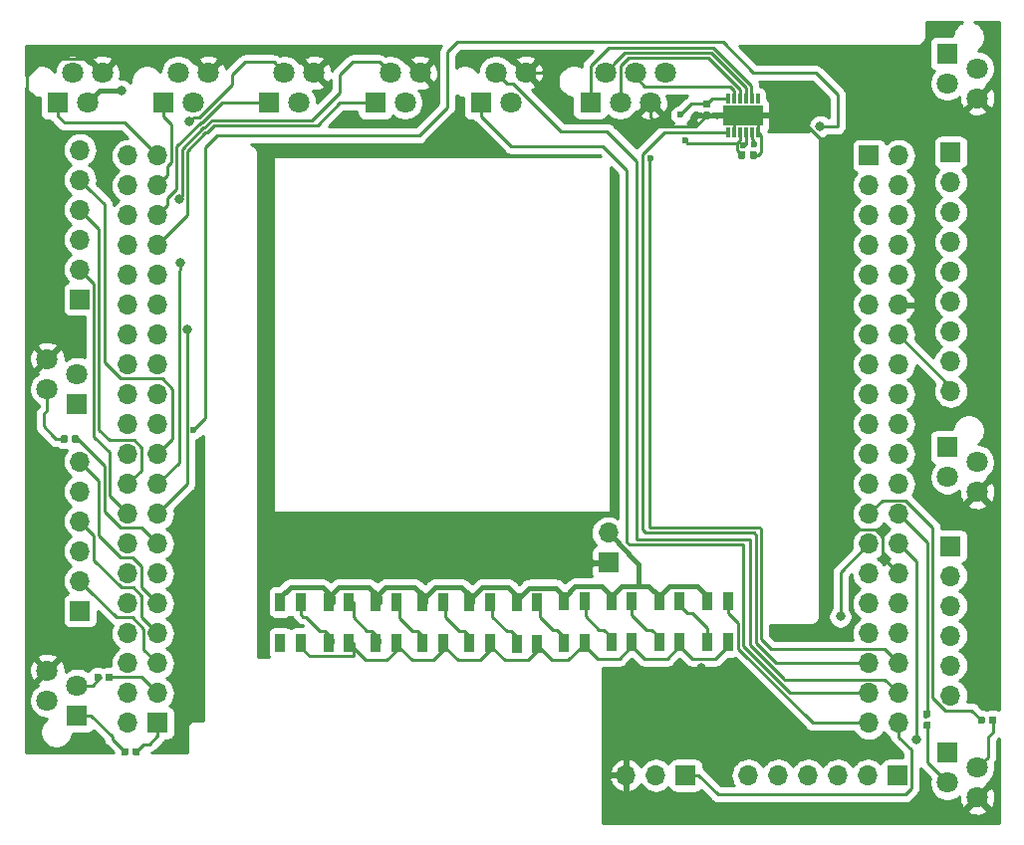
<source format=gbr>
G04 #@! TF.GenerationSoftware,KiCad,Pcbnew,5.1.2-f72e74a~84~ubuntu18.04.1*
G04 #@! TF.CreationDate,2019-09-03T03:43:08+02:00*
G04 #@! TF.ProjectId,myo_shield_pcb,6d796f5f-7368-4696-956c-645f7063622e,rev?*
G04 #@! TF.SameCoordinates,Original*
G04 #@! TF.FileFunction,Copper,L1,Top*
G04 #@! TF.FilePolarity,Positive*
%FSLAX46Y46*%
G04 Gerber Fmt 4.6, Leading zero omitted, Abs format (unit mm)*
G04 Created by KiCad (PCBNEW 5.1.2-f72e74a~84~ubuntu18.04.1) date 2019-09-03 03:43:08*
%MOMM*%
%LPD*%
G04 APERTURE LIST*
%ADD10C,0.100000*%
%ADD11C,0.590000*%
%ADD12C,1.800000*%
%ADD13R,1.800000X1.800000*%
%ADD14R,3.403600X1.803400*%
%ADD15R,0.304800X0.812800*%
%ADD16R,1.700000X1.700000*%
%ADD17O,1.700000X1.700000*%
%ADD18R,0.850000X1.600000*%
%ADD19C,0.800000*%
%ADD20C,0.600000*%
%ADD21C,0.250000*%
%ADD22C,0.450000*%
%ADD23C,0.254000*%
G04 APERTURE END LIST*
D10*
G36*
X175906958Y-86421710D02*
G01*
X175921276Y-86423834D01*
X175935317Y-86427351D01*
X175948946Y-86432228D01*
X175962031Y-86438417D01*
X175974447Y-86445858D01*
X175986073Y-86454481D01*
X175996798Y-86464202D01*
X176006519Y-86474927D01*
X176015142Y-86486553D01*
X176022583Y-86498969D01*
X176028772Y-86512054D01*
X176033649Y-86525683D01*
X176037166Y-86539724D01*
X176039290Y-86554042D01*
X176040000Y-86568500D01*
X176040000Y-86913500D01*
X176039290Y-86927958D01*
X176037166Y-86942276D01*
X176033649Y-86956317D01*
X176028772Y-86969946D01*
X176022583Y-86983031D01*
X176015142Y-86995447D01*
X176006519Y-87007073D01*
X175996798Y-87017798D01*
X175986073Y-87027519D01*
X175974447Y-87036142D01*
X175962031Y-87043583D01*
X175948946Y-87049772D01*
X175935317Y-87054649D01*
X175921276Y-87058166D01*
X175906958Y-87060290D01*
X175892500Y-87061000D01*
X175597500Y-87061000D01*
X175583042Y-87060290D01*
X175568724Y-87058166D01*
X175554683Y-87054649D01*
X175541054Y-87049772D01*
X175527969Y-87043583D01*
X175515553Y-87036142D01*
X175503927Y-87027519D01*
X175493202Y-87017798D01*
X175483481Y-87007073D01*
X175474858Y-86995447D01*
X175467417Y-86983031D01*
X175461228Y-86969946D01*
X175456351Y-86956317D01*
X175452834Y-86942276D01*
X175450710Y-86927958D01*
X175450000Y-86913500D01*
X175450000Y-86568500D01*
X175450710Y-86554042D01*
X175452834Y-86539724D01*
X175456351Y-86525683D01*
X175461228Y-86512054D01*
X175467417Y-86498969D01*
X175474858Y-86486553D01*
X175483481Y-86474927D01*
X175493202Y-86464202D01*
X175503927Y-86454481D01*
X175515553Y-86445858D01*
X175527969Y-86438417D01*
X175541054Y-86432228D01*
X175554683Y-86427351D01*
X175568724Y-86423834D01*
X175583042Y-86421710D01*
X175597500Y-86421000D01*
X175892500Y-86421000D01*
X175906958Y-86421710D01*
X175906958Y-86421710D01*
G37*
D11*
X175745000Y-86741000D03*
D10*
G36*
X174936958Y-86421710D02*
G01*
X174951276Y-86423834D01*
X174965317Y-86427351D01*
X174978946Y-86432228D01*
X174992031Y-86438417D01*
X175004447Y-86445858D01*
X175016073Y-86454481D01*
X175026798Y-86464202D01*
X175036519Y-86474927D01*
X175045142Y-86486553D01*
X175052583Y-86498969D01*
X175058772Y-86512054D01*
X175063649Y-86525683D01*
X175067166Y-86539724D01*
X175069290Y-86554042D01*
X175070000Y-86568500D01*
X175070000Y-86913500D01*
X175069290Y-86927958D01*
X175067166Y-86942276D01*
X175063649Y-86956317D01*
X175058772Y-86969946D01*
X175052583Y-86983031D01*
X175045142Y-86995447D01*
X175036519Y-87007073D01*
X175026798Y-87017798D01*
X175016073Y-87027519D01*
X175004447Y-87036142D01*
X174992031Y-87043583D01*
X174978946Y-87049772D01*
X174965317Y-87054649D01*
X174951276Y-87058166D01*
X174936958Y-87060290D01*
X174922500Y-87061000D01*
X174627500Y-87061000D01*
X174613042Y-87060290D01*
X174598724Y-87058166D01*
X174584683Y-87054649D01*
X174571054Y-87049772D01*
X174557969Y-87043583D01*
X174545553Y-87036142D01*
X174533927Y-87027519D01*
X174523202Y-87017798D01*
X174513481Y-87007073D01*
X174504858Y-86995447D01*
X174497417Y-86983031D01*
X174491228Y-86969946D01*
X174486351Y-86956317D01*
X174482834Y-86942276D01*
X174480710Y-86927958D01*
X174480000Y-86913500D01*
X174480000Y-86568500D01*
X174480710Y-86554042D01*
X174482834Y-86539724D01*
X174486351Y-86525683D01*
X174491228Y-86512054D01*
X174497417Y-86498969D01*
X174504858Y-86486553D01*
X174513481Y-86474927D01*
X174523202Y-86464202D01*
X174533927Y-86454481D01*
X174545553Y-86445858D01*
X174557969Y-86438417D01*
X174571054Y-86432228D01*
X174584683Y-86427351D01*
X174598724Y-86423834D01*
X174613042Y-86421710D01*
X174627500Y-86421000D01*
X174922500Y-86421000D01*
X174936958Y-86421710D01*
X174936958Y-86421710D01*
G37*
D11*
X174775000Y-86741000D03*
D12*
X165684200Y-79705200D03*
X164414200Y-82245200D03*
X163144200Y-79705200D03*
D13*
X161874200Y-82245200D03*
D12*
X166954200Y-82245200D03*
X168224200Y-79705200D03*
D14*
X174853600Y-83362800D03*
D15*
X173603600Y-81915000D03*
X174103600Y-81915000D03*
X174603600Y-81915000D03*
X175103600Y-81915000D03*
X175603600Y-81915000D03*
X176103600Y-81915000D03*
X176103600Y-84810600D03*
X175603600Y-84810600D03*
X175103600Y-84810600D03*
X174603600Y-84810600D03*
X174103600Y-84810600D03*
X173603600Y-84810600D03*
D10*
G36*
X171967158Y-83068510D02*
G01*
X171981476Y-83070634D01*
X171995517Y-83074151D01*
X172009146Y-83079028D01*
X172022231Y-83085217D01*
X172034647Y-83092658D01*
X172046273Y-83101281D01*
X172056998Y-83111002D01*
X172066719Y-83121727D01*
X172075342Y-83133353D01*
X172082783Y-83145769D01*
X172088972Y-83158854D01*
X172093849Y-83172483D01*
X172097366Y-83186524D01*
X172099490Y-83200842D01*
X172100200Y-83215300D01*
X172100200Y-83510300D01*
X172099490Y-83524758D01*
X172097366Y-83539076D01*
X172093849Y-83553117D01*
X172088972Y-83566746D01*
X172082783Y-83579831D01*
X172075342Y-83592247D01*
X172066719Y-83603873D01*
X172056998Y-83614598D01*
X172046273Y-83624319D01*
X172034647Y-83632942D01*
X172022231Y-83640383D01*
X172009146Y-83646572D01*
X171995517Y-83651449D01*
X171981476Y-83654966D01*
X171967158Y-83657090D01*
X171952700Y-83657800D01*
X171607700Y-83657800D01*
X171593242Y-83657090D01*
X171578924Y-83654966D01*
X171564883Y-83651449D01*
X171551254Y-83646572D01*
X171538169Y-83640383D01*
X171525753Y-83632942D01*
X171514127Y-83624319D01*
X171503402Y-83614598D01*
X171493681Y-83603873D01*
X171485058Y-83592247D01*
X171477617Y-83579831D01*
X171471428Y-83566746D01*
X171466551Y-83553117D01*
X171463034Y-83539076D01*
X171460910Y-83524758D01*
X171460200Y-83510300D01*
X171460200Y-83215300D01*
X171460910Y-83200842D01*
X171463034Y-83186524D01*
X171466551Y-83172483D01*
X171471428Y-83158854D01*
X171477617Y-83145769D01*
X171485058Y-83133353D01*
X171493681Y-83121727D01*
X171503402Y-83111002D01*
X171514127Y-83101281D01*
X171525753Y-83092658D01*
X171538169Y-83085217D01*
X171551254Y-83079028D01*
X171564883Y-83074151D01*
X171578924Y-83070634D01*
X171593242Y-83068510D01*
X171607700Y-83067800D01*
X171952700Y-83067800D01*
X171967158Y-83068510D01*
X171967158Y-83068510D01*
G37*
D11*
X171780200Y-83362800D03*
D10*
G36*
X171967158Y-82098510D02*
G01*
X171981476Y-82100634D01*
X171995517Y-82104151D01*
X172009146Y-82109028D01*
X172022231Y-82115217D01*
X172034647Y-82122658D01*
X172046273Y-82131281D01*
X172056998Y-82141002D01*
X172066719Y-82151727D01*
X172075342Y-82163353D01*
X172082783Y-82175769D01*
X172088972Y-82188854D01*
X172093849Y-82202483D01*
X172097366Y-82216524D01*
X172099490Y-82230842D01*
X172100200Y-82245300D01*
X172100200Y-82540300D01*
X172099490Y-82554758D01*
X172097366Y-82569076D01*
X172093849Y-82583117D01*
X172088972Y-82596746D01*
X172082783Y-82609831D01*
X172075342Y-82622247D01*
X172066719Y-82633873D01*
X172056998Y-82644598D01*
X172046273Y-82654319D01*
X172034647Y-82662942D01*
X172022231Y-82670383D01*
X172009146Y-82676572D01*
X171995517Y-82681449D01*
X171981476Y-82684966D01*
X171967158Y-82687090D01*
X171952700Y-82687800D01*
X171607700Y-82687800D01*
X171593242Y-82687090D01*
X171578924Y-82684966D01*
X171564883Y-82681449D01*
X171551254Y-82676572D01*
X171538169Y-82670383D01*
X171525753Y-82662942D01*
X171514127Y-82654319D01*
X171503402Y-82644598D01*
X171493681Y-82633873D01*
X171485058Y-82622247D01*
X171477617Y-82609831D01*
X171471428Y-82596746D01*
X171466551Y-82583117D01*
X171463034Y-82569076D01*
X171460910Y-82554758D01*
X171460200Y-82540300D01*
X171460200Y-82245300D01*
X171460910Y-82230842D01*
X171463034Y-82216524D01*
X171466551Y-82202483D01*
X171471428Y-82188854D01*
X171477617Y-82175769D01*
X171485058Y-82163353D01*
X171493681Y-82151727D01*
X171503402Y-82141002D01*
X171514127Y-82131281D01*
X171525753Y-82122658D01*
X171538169Y-82115217D01*
X171551254Y-82109028D01*
X171564883Y-82104151D01*
X171578924Y-82100634D01*
X171593242Y-82098510D01*
X171607700Y-82097800D01*
X171952700Y-82097800D01*
X171967158Y-82098510D01*
X171967158Y-82098510D01*
G37*
D11*
X171780200Y-82392800D03*
D12*
X194770000Y-81905000D03*
X192230000Y-80635000D03*
X194770000Y-79365000D03*
D13*
X192230000Y-78095000D03*
X192230000Y-111595000D03*
D12*
X194770000Y-112865000D03*
X192230000Y-114135000D03*
X194770000Y-115405000D03*
X194770000Y-141405000D03*
X192230000Y-140135000D03*
X194770000Y-138865000D03*
D13*
X192230000Y-137595000D03*
D12*
X115730000Y-130595000D03*
X118270000Y-131865000D03*
X115730000Y-133135000D03*
D13*
X118270000Y-134405000D03*
X118270000Y-107905000D03*
D12*
X115730000Y-106635000D03*
X118270000Y-105365000D03*
X115730000Y-104095000D03*
D13*
X116595000Y-82270000D03*
D12*
X117865000Y-79730000D03*
X119135000Y-82270000D03*
X120405000Y-79730000D03*
D13*
X134595000Y-82270000D03*
D12*
X135865000Y-79730000D03*
X137135000Y-82270000D03*
X138405000Y-79730000D03*
X129405000Y-79730000D03*
X128135000Y-82270000D03*
X126865000Y-79730000D03*
D13*
X125595000Y-82270000D03*
X143595000Y-82270000D03*
D12*
X144865000Y-79730000D03*
X146135000Y-82270000D03*
X147405000Y-79730000D03*
X156405000Y-79730000D03*
X155135000Y-82270000D03*
X153865000Y-79730000D03*
D13*
X152595000Y-82270000D03*
D16*
X192500000Y-86500000D03*
D17*
X192500000Y-89040000D03*
X192500000Y-91580000D03*
X192500000Y-94120000D03*
X192500000Y-96660000D03*
X192500000Y-99200000D03*
X192500000Y-101740000D03*
X192500000Y-104280000D03*
X192500000Y-106820000D03*
X192500000Y-132700000D03*
X192500000Y-130160000D03*
X192500000Y-127620000D03*
X192500000Y-125080000D03*
X192500000Y-122540000D03*
D16*
X192500000Y-120000000D03*
X188000000Y-139500000D03*
D17*
X185460000Y-139500000D03*
X182920000Y-139500000D03*
X180380000Y-139500000D03*
X177840000Y-139500000D03*
X175300000Y-139500000D03*
X118500000Y-112800000D03*
X118500000Y-115340000D03*
X118500000Y-117880000D03*
X118500000Y-120420000D03*
X118500000Y-122960000D03*
D16*
X118500000Y-125500000D03*
X170000000Y-139500000D03*
D17*
X167460000Y-139500000D03*
X164920000Y-139500000D03*
D16*
X118500000Y-99000000D03*
D17*
X118500000Y-96460000D03*
X118500000Y-93920000D03*
X118500000Y-91380000D03*
X118500000Y-88840000D03*
X118500000Y-86300000D03*
D16*
X163400000Y-121400000D03*
D17*
X163400000Y-118860000D03*
X188090000Y-135050000D03*
X185550000Y-135050000D03*
X188090000Y-132510000D03*
X185550000Y-132510000D03*
X188090000Y-129970000D03*
X185550000Y-129970000D03*
X188090000Y-127430000D03*
X185550000Y-127430000D03*
X188090000Y-124890000D03*
X185550000Y-124890000D03*
X188090000Y-122350000D03*
X185550000Y-122350000D03*
X188090000Y-119810000D03*
X185550000Y-119810000D03*
X188090000Y-117270000D03*
X185550000Y-117270000D03*
X188090000Y-114730000D03*
X185550000Y-114730000D03*
X188090000Y-112190000D03*
X185550000Y-112190000D03*
X188090000Y-109650000D03*
X185550000Y-109650000D03*
X188090000Y-107110000D03*
X185550000Y-107110000D03*
X188090000Y-104570000D03*
X185550000Y-104570000D03*
X188090000Y-102030000D03*
X185550000Y-102030000D03*
X188090000Y-99490000D03*
X185550000Y-99490000D03*
X188090000Y-96950000D03*
X185550000Y-96950000D03*
X188090000Y-94410000D03*
X185550000Y-94410000D03*
X188090000Y-91870000D03*
X185550000Y-91870000D03*
X188090000Y-89330000D03*
X185550000Y-89330000D03*
X188090000Y-86790000D03*
D16*
X185550000Y-86790000D03*
X125100000Y-135050000D03*
D17*
X122560000Y-135050000D03*
X125100000Y-132510000D03*
X122560000Y-132510000D03*
X125100000Y-129970000D03*
X122560000Y-129970000D03*
X125100000Y-127430000D03*
X122560000Y-127430000D03*
X125100000Y-124890000D03*
X122560000Y-124890000D03*
X125100000Y-122350000D03*
X122560000Y-122350000D03*
X125100000Y-119810000D03*
X122560000Y-119810000D03*
X125100000Y-117270000D03*
X122560000Y-117270000D03*
X125100000Y-114730000D03*
X122560000Y-114730000D03*
X125100000Y-112190000D03*
X122560000Y-112190000D03*
X125100000Y-109650000D03*
X122560000Y-109650000D03*
X125100000Y-107110000D03*
X122560000Y-107110000D03*
X125100000Y-104570000D03*
X122560000Y-104570000D03*
X125100000Y-102030000D03*
X122560000Y-102030000D03*
X125100000Y-99490000D03*
X122560000Y-99490000D03*
X125100000Y-96950000D03*
X122560000Y-96950000D03*
X125100000Y-94410000D03*
X122560000Y-94410000D03*
X125100000Y-91870000D03*
X122560000Y-91870000D03*
X125100000Y-89330000D03*
X122560000Y-89330000D03*
X125100000Y-86790000D03*
X122560000Y-86790000D03*
D18*
X173575000Y-124650000D03*
X171825000Y-124650000D03*
X173575000Y-128150000D03*
X171825000Y-128150000D03*
X169475000Y-124650000D03*
X167725000Y-124650000D03*
X169475000Y-128150000D03*
X167725000Y-128150000D03*
X163675000Y-128150000D03*
X165425000Y-128150000D03*
X163675000Y-124650000D03*
X165425000Y-124650000D03*
X161375000Y-124700000D03*
X159625000Y-124700000D03*
X161375000Y-128200000D03*
X159625000Y-128200000D03*
X155625000Y-128300000D03*
X157375000Y-128300000D03*
X155625000Y-124800000D03*
X157375000Y-124800000D03*
X151625000Y-128250000D03*
X153375000Y-128250000D03*
X151625000Y-124750000D03*
X153375000Y-124750000D03*
X149375000Y-124750000D03*
X147625000Y-124750000D03*
X149375000Y-128250000D03*
X147625000Y-128250000D03*
X143625000Y-128250000D03*
X145375000Y-128250000D03*
X143625000Y-124750000D03*
X145375000Y-124750000D03*
X141375000Y-124750000D03*
X139625000Y-124750000D03*
X141375000Y-128250000D03*
X139625000Y-128250000D03*
X137275000Y-124750000D03*
X135525000Y-124750000D03*
X137275000Y-128250000D03*
X135525000Y-128250000D03*
D10*
G36*
X195276958Y-134480710D02*
G01*
X195291276Y-134482834D01*
X195305317Y-134486351D01*
X195318946Y-134491228D01*
X195332031Y-134497417D01*
X195344447Y-134504858D01*
X195356073Y-134513481D01*
X195366798Y-134523202D01*
X195376519Y-134533927D01*
X195385142Y-134545553D01*
X195392583Y-134557969D01*
X195398772Y-134571054D01*
X195403649Y-134584683D01*
X195407166Y-134598724D01*
X195409290Y-134613042D01*
X195410000Y-134627500D01*
X195410000Y-134972500D01*
X195409290Y-134986958D01*
X195407166Y-135001276D01*
X195403649Y-135015317D01*
X195398772Y-135028946D01*
X195392583Y-135042031D01*
X195385142Y-135054447D01*
X195376519Y-135066073D01*
X195366798Y-135076798D01*
X195356073Y-135086519D01*
X195344447Y-135095142D01*
X195332031Y-135102583D01*
X195318946Y-135108772D01*
X195305317Y-135113649D01*
X195291276Y-135117166D01*
X195276958Y-135119290D01*
X195262500Y-135120000D01*
X194967500Y-135120000D01*
X194953042Y-135119290D01*
X194938724Y-135117166D01*
X194924683Y-135113649D01*
X194911054Y-135108772D01*
X194897969Y-135102583D01*
X194885553Y-135095142D01*
X194873927Y-135086519D01*
X194863202Y-135076798D01*
X194853481Y-135066073D01*
X194844858Y-135054447D01*
X194837417Y-135042031D01*
X194831228Y-135028946D01*
X194826351Y-135015317D01*
X194822834Y-135001276D01*
X194820710Y-134986958D01*
X194820000Y-134972500D01*
X194820000Y-134627500D01*
X194820710Y-134613042D01*
X194822834Y-134598724D01*
X194826351Y-134584683D01*
X194831228Y-134571054D01*
X194837417Y-134557969D01*
X194844858Y-134545553D01*
X194853481Y-134533927D01*
X194863202Y-134523202D01*
X194873927Y-134513481D01*
X194885553Y-134504858D01*
X194897969Y-134497417D01*
X194911054Y-134491228D01*
X194924683Y-134486351D01*
X194938724Y-134482834D01*
X194953042Y-134480710D01*
X194967500Y-134480000D01*
X195262500Y-134480000D01*
X195276958Y-134480710D01*
X195276958Y-134480710D01*
G37*
D11*
X195115000Y-134800000D03*
D10*
G36*
X196246958Y-134480710D02*
G01*
X196261276Y-134482834D01*
X196275317Y-134486351D01*
X196288946Y-134491228D01*
X196302031Y-134497417D01*
X196314447Y-134504858D01*
X196326073Y-134513481D01*
X196336798Y-134523202D01*
X196346519Y-134533927D01*
X196355142Y-134545553D01*
X196362583Y-134557969D01*
X196368772Y-134571054D01*
X196373649Y-134584683D01*
X196377166Y-134598724D01*
X196379290Y-134613042D01*
X196380000Y-134627500D01*
X196380000Y-134972500D01*
X196379290Y-134986958D01*
X196377166Y-135001276D01*
X196373649Y-135015317D01*
X196368772Y-135028946D01*
X196362583Y-135042031D01*
X196355142Y-135054447D01*
X196346519Y-135066073D01*
X196336798Y-135076798D01*
X196326073Y-135086519D01*
X196314447Y-135095142D01*
X196302031Y-135102583D01*
X196288946Y-135108772D01*
X196275317Y-135113649D01*
X196261276Y-135117166D01*
X196246958Y-135119290D01*
X196232500Y-135120000D01*
X195937500Y-135120000D01*
X195923042Y-135119290D01*
X195908724Y-135117166D01*
X195894683Y-135113649D01*
X195881054Y-135108772D01*
X195867969Y-135102583D01*
X195855553Y-135095142D01*
X195843927Y-135086519D01*
X195833202Y-135076798D01*
X195823481Y-135066073D01*
X195814858Y-135054447D01*
X195807417Y-135042031D01*
X195801228Y-135028946D01*
X195796351Y-135015317D01*
X195792834Y-135001276D01*
X195790710Y-134986958D01*
X195790000Y-134972500D01*
X195790000Y-134627500D01*
X195790710Y-134613042D01*
X195792834Y-134598724D01*
X195796351Y-134584683D01*
X195801228Y-134571054D01*
X195807417Y-134557969D01*
X195814858Y-134545553D01*
X195823481Y-134533927D01*
X195833202Y-134523202D01*
X195843927Y-134513481D01*
X195855553Y-134504858D01*
X195867969Y-134497417D01*
X195881054Y-134491228D01*
X195894683Y-134486351D01*
X195908724Y-134482834D01*
X195923042Y-134480710D01*
X195937500Y-134480000D01*
X196232500Y-134480000D01*
X196246958Y-134480710D01*
X196246958Y-134480710D01*
G37*
D11*
X196085000Y-134800000D03*
D10*
G36*
X190686958Y-134940710D02*
G01*
X190701276Y-134942834D01*
X190715317Y-134946351D01*
X190728946Y-134951228D01*
X190742031Y-134957417D01*
X190754447Y-134964858D01*
X190766073Y-134973481D01*
X190776798Y-134983202D01*
X190786519Y-134993927D01*
X190795142Y-135005553D01*
X190802583Y-135017969D01*
X190808772Y-135031054D01*
X190813649Y-135044683D01*
X190817166Y-135058724D01*
X190819290Y-135073042D01*
X190820000Y-135087500D01*
X190820000Y-135382500D01*
X190819290Y-135396958D01*
X190817166Y-135411276D01*
X190813649Y-135425317D01*
X190808772Y-135438946D01*
X190802583Y-135452031D01*
X190795142Y-135464447D01*
X190786519Y-135476073D01*
X190776798Y-135486798D01*
X190766073Y-135496519D01*
X190754447Y-135505142D01*
X190742031Y-135512583D01*
X190728946Y-135518772D01*
X190715317Y-135523649D01*
X190701276Y-135527166D01*
X190686958Y-135529290D01*
X190672500Y-135530000D01*
X190327500Y-135530000D01*
X190313042Y-135529290D01*
X190298724Y-135527166D01*
X190284683Y-135523649D01*
X190271054Y-135518772D01*
X190257969Y-135512583D01*
X190245553Y-135505142D01*
X190233927Y-135496519D01*
X190223202Y-135486798D01*
X190213481Y-135476073D01*
X190204858Y-135464447D01*
X190197417Y-135452031D01*
X190191228Y-135438946D01*
X190186351Y-135425317D01*
X190182834Y-135411276D01*
X190180710Y-135396958D01*
X190180000Y-135382500D01*
X190180000Y-135087500D01*
X190180710Y-135073042D01*
X190182834Y-135058724D01*
X190186351Y-135044683D01*
X190191228Y-135031054D01*
X190197417Y-135017969D01*
X190204858Y-135005553D01*
X190213481Y-134993927D01*
X190223202Y-134983202D01*
X190233927Y-134973481D01*
X190245553Y-134964858D01*
X190257969Y-134957417D01*
X190271054Y-134951228D01*
X190284683Y-134946351D01*
X190298724Y-134942834D01*
X190313042Y-134940710D01*
X190327500Y-134940000D01*
X190672500Y-134940000D01*
X190686958Y-134940710D01*
X190686958Y-134940710D01*
G37*
D11*
X190500000Y-135235000D03*
D10*
G36*
X190686958Y-133970710D02*
G01*
X190701276Y-133972834D01*
X190715317Y-133976351D01*
X190728946Y-133981228D01*
X190742031Y-133987417D01*
X190754447Y-133994858D01*
X190766073Y-134003481D01*
X190776798Y-134013202D01*
X190786519Y-134023927D01*
X190795142Y-134035553D01*
X190802583Y-134047969D01*
X190808772Y-134061054D01*
X190813649Y-134074683D01*
X190817166Y-134088724D01*
X190819290Y-134103042D01*
X190820000Y-134117500D01*
X190820000Y-134412500D01*
X190819290Y-134426958D01*
X190817166Y-134441276D01*
X190813649Y-134455317D01*
X190808772Y-134468946D01*
X190802583Y-134482031D01*
X190795142Y-134494447D01*
X190786519Y-134506073D01*
X190776798Y-134516798D01*
X190766073Y-134526519D01*
X190754447Y-134535142D01*
X190742031Y-134542583D01*
X190728946Y-134548772D01*
X190715317Y-134553649D01*
X190701276Y-134557166D01*
X190686958Y-134559290D01*
X190672500Y-134560000D01*
X190327500Y-134560000D01*
X190313042Y-134559290D01*
X190298724Y-134557166D01*
X190284683Y-134553649D01*
X190271054Y-134548772D01*
X190257969Y-134542583D01*
X190245553Y-134535142D01*
X190233927Y-134526519D01*
X190223202Y-134516798D01*
X190213481Y-134506073D01*
X190204858Y-134494447D01*
X190197417Y-134482031D01*
X190191228Y-134468946D01*
X190186351Y-134455317D01*
X190182834Y-134441276D01*
X190180710Y-134426958D01*
X190180000Y-134412500D01*
X190180000Y-134117500D01*
X190180710Y-134103042D01*
X190182834Y-134088724D01*
X190186351Y-134074683D01*
X190191228Y-134061054D01*
X190197417Y-134047969D01*
X190204858Y-134035553D01*
X190213481Y-134023927D01*
X190223202Y-134013202D01*
X190233927Y-134003481D01*
X190245553Y-133994858D01*
X190257969Y-133987417D01*
X190271054Y-133981228D01*
X190284683Y-133976351D01*
X190298724Y-133972834D01*
X190313042Y-133970710D01*
X190327500Y-133970000D01*
X190672500Y-133970000D01*
X190686958Y-133970710D01*
X190686958Y-133970710D01*
G37*
D11*
X190500000Y-134265000D03*
D10*
G36*
X123446958Y-137180710D02*
G01*
X123461276Y-137182834D01*
X123475317Y-137186351D01*
X123488946Y-137191228D01*
X123502031Y-137197417D01*
X123514447Y-137204858D01*
X123526073Y-137213481D01*
X123536798Y-137223202D01*
X123546519Y-137233927D01*
X123555142Y-137245553D01*
X123562583Y-137257969D01*
X123568772Y-137271054D01*
X123573649Y-137284683D01*
X123577166Y-137298724D01*
X123579290Y-137313042D01*
X123580000Y-137327500D01*
X123580000Y-137672500D01*
X123579290Y-137686958D01*
X123577166Y-137701276D01*
X123573649Y-137715317D01*
X123568772Y-137728946D01*
X123562583Y-137742031D01*
X123555142Y-137754447D01*
X123546519Y-137766073D01*
X123536798Y-137776798D01*
X123526073Y-137786519D01*
X123514447Y-137795142D01*
X123502031Y-137802583D01*
X123488946Y-137808772D01*
X123475317Y-137813649D01*
X123461276Y-137817166D01*
X123446958Y-137819290D01*
X123432500Y-137820000D01*
X123137500Y-137820000D01*
X123123042Y-137819290D01*
X123108724Y-137817166D01*
X123094683Y-137813649D01*
X123081054Y-137808772D01*
X123067969Y-137802583D01*
X123055553Y-137795142D01*
X123043927Y-137786519D01*
X123033202Y-137776798D01*
X123023481Y-137766073D01*
X123014858Y-137754447D01*
X123007417Y-137742031D01*
X123001228Y-137728946D01*
X122996351Y-137715317D01*
X122992834Y-137701276D01*
X122990710Y-137686958D01*
X122990000Y-137672500D01*
X122990000Y-137327500D01*
X122990710Y-137313042D01*
X122992834Y-137298724D01*
X122996351Y-137284683D01*
X123001228Y-137271054D01*
X123007417Y-137257969D01*
X123014858Y-137245553D01*
X123023481Y-137233927D01*
X123033202Y-137223202D01*
X123043927Y-137213481D01*
X123055553Y-137204858D01*
X123067969Y-137197417D01*
X123081054Y-137191228D01*
X123094683Y-137186351D01*
X123108724Y-137182834D01*
X123123042Y-137180710D01*
X123137500Y-137180000D01*
X123432500Y-137180000D01*
X123446958Y-137180710D01*
X123446958Y-137180710D01*
G37*
D11*
X123285000Y-137500000D03*
D10*
G36*
X122476958Y-137180710D02*
G01*
X122491276Y-137182834D01*
X122505317Y-137186351D01*
X122518946Y-137191228D01*
X122532031Y-137197417D01*
X122544447Y-137204858D01*
X122556073Y-137213481D01*
X122566798Y-137223202D01*
X122576519Y-137233927D01*
X122585142Y-137245553D01*
X122592583Y-137257969D01*
X122598772Y-137271054D01*
X122603649Y-137284683D01*
X122607166Y-137298724D01*
X122609290Y-137313042D01*
X122610000Y-137327500D01*
X122610000Y-137672500D01*
X122609290Y-137686958D01*
X122607166Y-137701276D01*
X122603649Y-137715317D01*
X122598772Y-137728946D01*
X122592583Y-137742031D01*
X122585142Y-137754447D01*
X122576519Y-137766073D01*
X122566798Y-137776798D01*
X122556073Y-137786519D01*
X122544447Y-137795142D01*
X122532031Y-137802583D01*
X122518946Y-137808772D01*
X122505317Y-137813649D01*
X122491276Y-137817166D01*
X122476958Y-137819290D01*
X122462500Y-137820000D01*
X122167500Y-137820000D01*
X122153042Y-137819290D01*
X122138724Y-137817166D01*
X122124683Y-137813649D01*
X122111054Y-137808772D01*
X122097969Y-137802583D01*
X122085553Y-137795142D01*
X122073927Y-137786519D01*
X122063202Y-137776798D01*
X122053481Y-137766073D01*
X122044858Y-137754447D01*
X122037417Y-137742031D01*
X122031228Y-137728946D01*
X122026351Y-137715317D01*
X122022834Y-137701276D01*
X122020710Y-137686958D01*
X122020000Y-137672500D01*
X122020000Y-137327500D01*
X122020710Y-137313042D01*
X122022834Y-137298724D01*
X122026351Y-137284683D01*
X122031228Y-137271054D01*
X122037417Y-137257969D01*
X122044858Y-137245553D01*
X122053481Y-137233927D01*
X122063202Y-137223202D01*
X122073927Y-137213481D01*
X122085553Y-137204858D01*
X122097969Y-137197417D01*
X122111054Y-137191228D01*
X122124683Y-137186351D01*
X122138724Y-137182834D01*
X122153042Y-137180710D01*
X122167500Y-137180000D01*
X122462500Y-137180000D01*
X122476958Y-137180710D01*
X122476958Y-137180710D01*
G37*
D11*
X122315000Y-137500000D03*
D10*
G36*
X120176958Y-130830710D02*
G01*
X120191276Y-130832834D01*
X120205317Y-130836351D01*
X120218946Y-130841228D01*
X120232031Y-130847417D01*
X120244447Y-130854858D01*
X120256073Y-130863481D01*
X120266798Y-130873202D01*
X120276519Y-130883927D01*
X120285142Y-130895553D01*
X120292583Y-130907969D01*
X120298772Y-130921054D01*
X120303649Y-130934683D01*
X120307166Y-130948724D01*
X120309290Y-130963042D01*
X120310000Y-130977500D01*
X120310000Y-131322500D01*
X120309290Y-131336958D01*
X120307166Y-131351276D01*
X120303649Y-131365317D01*
X120298772Y-131378946D01*
X120292583Y-131392031D01*
X120285142Y-131404447D01*
X120276519Y-131416073D01*
X120266798Y-131426798D01*
X120256073Y-131436519D01*
X120244447Y-131445142D01*
X120232031Y-131452583D01*
X120218946Y-131458772D01*
X120205317Y-131463649D01*
X120191276Y-131467166D01*
X120176958Y-131469290D01*
X120162500Y-131470000D01*
X119867500Y-131470000D01*
X119853042Y-131469290D01*
X119838724Y-131467166D01*
X119824683Y-131463649D01*
X119811054Y-131458772D01*
X119797969Y-131452583D01*
X119785553Y-131445142D01*
X119773927Y-131436519D01*
X119763202Y-131426798D01*
X119753481Y-131416073D01*
X119744858Y-131404447D01*
X119737417Y-131392031D01*
X119731228Y-131378946D01*
X119726351Y-131365317D01*
X119722834Y-131351276D01*
X119720710Y-131336958D01*
X119720000Y-131322500D01*
X119720000Y-130977500D01*
X119720710Y-130963042D01*
X119722834Y-130948724D01*
X119726351Y-130934683D01*
X119731228Y-130921054D01*
X119737417Y-130907969D01*
X119744858Y-130895553D01*
X119753481Y-130883927D01*
X119763202Y-130873202D01*
X119773927Y-130863481D01*
X119785553Y-130854858D01*
X119797969Y-130847417D01*
X119811054Y-130841228D01*
X119824683Y-130836351D01*
X119838724Y-130832834D01*
X119853042Y-130830710D01*
X119867500Y-130830000D01*
X120162500Y-130830000D01*
X120176958Y-130830710D01*
X120176958Y-130830710D01*
G37*
D11*
X120015000Y-131150000D03*
D10*
G36*
X121146958Y-130830710D02*
G01*
X121161276Y-130832834D01*
X121175317Y-130836351D01*
X121188946Y-130841228D01*
X121202031Y-130847417D01*
X121214447Y-130854858D01*
X121226073Y-130863481D01*
X121236798Y-130873202D01*
X121246519Y-130883927D01*
X121255142Y-130895553D01*
X121262583Y-130907969D01*
X121268772Y-130921054D01*
X121273649Y-130934683D01*
X121277166Y-130948724D01*
X121279290Y-130963042D01*
X121280000Y-130977500D01*
X121280000Y-131322500D01*
X121279290Y-131336958D01*
X121277166Y-131351276D01*
X121273649Y-131365317D01*
X121268772Y-131378946D01*
X121262583Y-131392031D01*
X121255142Y-131404447D01*
X121246519Y-131416073D01*
X121236798Y-131426798D01*
X121226073Y-131436519D01*
X121214447Y-131445142D01*
X121202031Y-131452583D01*
X121188946Y-131458772D01*
X121175317Y-131463649D01*
X121161276Y-131467166D01*
X121146958Y-131469290D01*
X121132500Y-131470000D01*
X120837500Y-131470000D01*
X120823042Y-131469290D01*
X120808724Y-131467166D01*
X120794683Y-131463649D01*
X120781054Y-131458772D01*
X120767969Y-131452583D01*
X120755553Y-131445142D01*
X120743927Y-131436519D01*
X120733202Y-131426798D01*
X120723481Y-131416073D01*
X120714858Y-131404447D01*
X120707417Y-131392031D01*
X120701228Y-131378946D01*
X120696351Y-131365317D01*
X120692834Y-131351276D01*
X120690710Y-131336958D01*
X120690000Y-131322500D01*
X120690000Y-130977500D01*
X120690710Y-130963042D01*
X120692834Y-130948724D01*
X120696351Y-130934683D01*
X120701228Y-130921054D01*
X120707417Y-130907969D01*
X120714858Y-130895553D01*
X120723481Y-130883927D01*
X120733202Y-130873202D01*
X120743927Y-130863481D01*
X120755553Y-130854858D01*
X120767969Y-130847417D01*
X120781054Y-130841228D01*
X120794683Y-130836351D01*
X120808724Y-130832834D01*
X120823042Y-130830710D01*
X120837500Y-130830000D01*
X121132500Y-130830000D01*
X121146958Y-130830710D01*
X121146958Y-130830710D01*
G37*
D11*
X120985000Y-131150000D03*
D10*
G36*
X117326958Y-110580710D02*
G01*
X117341276Y-110582834D01*
X117355317Y-110586351D01*
X117368946Y-110591228D01*
X117382031Y-110597417D01*
X117394447Y-110604858D01*
X117406073Y-110613481D01*
X117416798Y-110623202D01*
X117426519Y-110633927D01*
X117435142Y-110645553D01*
X117442583Y-110657969D01*
X117448772Y-110671054D01*
X117453649Y-110684683D01*
X117457166Y-110698724D01*
X117459290Y-110713042D01*
X117460000Y-110727500D01*
X117460000Y-111072500D01*
X117459290Y-111086958D01*
X117457166Y-111101276D01*
X117453649Y-111115317D01*
X117448772Y-111128946D01*
X117442583Y-111142031D01*
X117435142Y-111154447D01*
X117426519Y-111166073D01*
X117416798Y-111176798D01*
X117406073Y-111186519D01*
X117394447Y-111195142D01*
X117382031Y-111202583D01*
X117368946Y-111208772D01*
X117355317Y-111213649D01*
X117341276Y-111217166D01*
X117326958Y-111219290D01*
X117312500Y-111220000D01*
X117017500Y-111220000D01*
X117003042Y-111219290D01*
X116988724Y-111217166D01*
X116974683Y-111213649D01*
X116961054Y-111208772D01*
X116947969Y-111202583D01*
X116935553Y-111195142D01*
X116923927Y-111186519D01*
X116913202Y-111176798D01*
X116903481Y-111166073D01*
X116894858Y-111154447D01*
X116887417Y-111142031D01*
X116881228Y-111128946D01*
X116876351Y-111115317D01*
X116872834Y-111101276D01*
X116870710Y-111086958D01*
X116870000Y-111072500D01*
X116870000Y-110727500D01*
X116870710Y-110713042D01*
X116872834Y-110698724D01*
X116876351Y-110684683D01*
X116881228Y-110671054D01*
X116887417Y-110657969D01*
X116894858Y-110645553D01*
X116903481Y-110633927D01*
X116913202Y-110623202D01*
X116923927Y-110613481D01*
X116935553Y-110604858D01*
X116947969Y-110597417D01*
X116961054Y-110591228D01*
X116974683Y-110586351D01*
X116988724Y-110582834D01*
X117003042Y-110580710D01*
X117017500Y-110580000D01*
X117312500Y-110580000D01*
X117326958Y-110580710D01*
X117326958Y-110580710D01*
G37*
D11*
X117165000Y-110900000D03*
D10*
G36*
X118296958Y-110580710D02*
G01*
X118311276Y-110582834D01*
X118325317Y-110586351D01*
X118338946Y-110591228D01*
X118352031Y-110597417D01*
X118364447Y-110604858D01*
X118376073Y-110613481D01*
X118386798Y-110623202D01*
X118396519Y-110633927D01*
X118405142Y-110645553D01*
X118412583Y-110657969D01*
X118418772Y-110671054D01*
X118423649Y-110684683D01*
X118427166Y-110698724D01*
X118429290Y-110713042D01*
X118430000Y-110727500D01*
X118430000Y-111072500D01*
X118429290Y-111086958D01*
X118427166Y-111101276D01*
X118423649Y-111115317D01*
X118418772Y-111128946D01*
X118412583Y-111142031D01*
X118405142Y-111154447D01*
X118396519Y-111166073D01*
X118386798Y-111176798D01*
X118376073Y-111186519D01*
X118364447Y-111195142D01*
X118352031Y-111202583D01*
X118338946Y-111208772D01*
X118325317Y-111213649D01*
X118311276Y-111217166D01*
X118296958Y-111219290D01*
X118282500Y-111220000D01*
X117987500Y-111220000D01*
X117973042Y-111219290D01*
X117958724Y-111217166D01*
X117944683Y-111213649D01*
X117931054Y-111208772D01*
X117917969Y-111202583D01*
X117905553Y-111195142D01*
X117893927Y-111186519D01*
X117883202Y-111176798D01*
X117873481Y-111166073D01*
X117864858Y-111154447D01*
X117857417Y-111142031D01*
X117851228Y-111128946D01*
X117846351Y-111115317D01*
X117842834Y-111101276D01*
X117840710Y-111086958D01*
X117840000Y-111072500D01*
X117840000Y-110727500D01*
X117840710Y-110713042D01*
X117842834Y-110698724D01*
X117846351Y-110684683D01*
X117851228Y-110671054D01*
X117857417Y-110657969D01*
X117864858Y-110645553D01*
X117873481Y-110633927D01*
X117883202Y-110623202D01*
X117893927Y-110613481D01*
X117905553Y-110604858D01*
X117917969Y-110597417D01*
X117931054Y-110591228D01*
X117944683Y-110586351D01*
X117958724Y-110582834D01*
X117973042Y-110580710D01*
X117987500Y-110580000D01*
X118282500Y-110580000D01*
X118296958Y-110580710D01*
X118296958Y-110580710D01*
G37*
D11*
X118135000Y-110900000D03*
D19*
X183134000Y-125984000D03*
X189585600Y-136448800D03*
X127832129Y-83890129D03*
X126909990Y-90500000D03*
X127000004Y-95885016D03*
X127635000Y-101600014D03*
X126714999Y-123714999D03*
X171300000Y-130400000D03*
X158700000Y-78800000D03*
X169700000Y-133800000D03*
X150700000Y-83300000D03*
D20*
X174900000Y-85900000D03*
X167005000Y-86995000D03*
X128143000Y-110109000D03*
X175768000Y-85852000D03*
D19*
X181415636Y-84284364D03*
D20*
X169926000Y-85471000D03*
X169545000Y-83312000D03*
D19*
X122000000Y-81250000D03*
D21*
X192500000Y-106440000D02*
X192500000Y-106820000D01*
X188090000Y-102030000D02*
X192500000Y-106440000D01*
X186725001Y-116094999D02*
X188654001Y-116094999D01*
X185550000Y-117270000D02*
X186725001Y-116094999D01*
X188654001Y-116094999D02*
X190975038Y-118416036D01*
X190975038Y-118416036D02*
X190975038Y-132859838D01*
X190975038Y-132859838D02*
X192074800Y-133959600D01*
X194274600Y-133959600D02*
X195115000Y-134800000D01*
X192074800Y-133959600D02*
X194274600Y-133959600D01*
X190325010Y-134474990D02*
X190300000Y-134474990D01*
X190525028Y-134274972D02*
X190325010Y-134474990D01*
X190525028Y-119705028D02*
X190525028Y-134274972D01*
X188090000Y-117270000D02*
X190525028Y-119705028D01*
X183134000Y-122226000D02*
X185550000Y-119810000D01*
X183134000Y-125984000D02*
X183134000Y-122226000D01*
X189585600Y-121305600D02*
X188090000Y-119810000D01*
X189585600Y-136448800D02*
X189585600Y-121305600D01*
X172725011Y-141125011D02*
X171100000Y-139500000D01*
X188659991Y-141125011D02*
X172725011Y-141125011D01*
X189175001Y-137337082D02*
X189175001Y-140610001D01*
X171100000Y-139500000D02*
X170000000Y-139500000D01*
X188090000Y-136252081D02*
X189175001Y-137337082D01*
X189175001Y-140610001D02*
X188659991Y-141125011D01*
X188090000Y-135050000D02*
X188090000Y-136252081D01*
X116595000Y-83420000D02*
X116595000Y-82270000D01*
X117175000Y-84000000D02*
X116595000Y-83420000D01*
X122310000Y-84000000D02*
X117175000Y-84000000D01*
X125100000Y-86790000D02*
X122310000Y-84000000D01*
X125595000Y-82270000D02*
X125595000Y-83420000D01*
X126275001Y-84100001D02*
X126275001Y-87354001D01*
X125949999Y-88480001D02*
X125100000Y-89330000D01*
X126275001Y-87354001D02*
X125949999Y-87679003D01*
X125595000Y-83420000D02*
X126275001Y-84100001D01*
X125949999Y-87679003D02*
X125949999Y-88480001D01*
X131454949Y-80707019D02*
X128646438Y-83515530D01*
X128646438Y-83515530D02*
X128206728Y-83515530D01*
X128206728Y-83515530D02*
X127832129Y-83890129D01*
X131454949Y-79873051D02*
X131454949Y-80707019D01*
X132497999Y-78830001D02*
X131454949Y-79873051D01*
X134965001Y-78830001D02*
X132497999Y-78830001D01*
X135865000Y-79730000D02*
X134965001Y-78830001D01*
X125100000Y-91870000D02*
X125949999Y-91020001D01*
X126725012Y-89611974D02*
X126725012Y-86022566D01*
X128802567Y-83945012D02*
X128909401Y-83945012D01*
X128909401Y-83945012D02*
X130584413Y-82270000D01*
X133445000Y-82270000D02*
X134595000Y-82270000D01*
X126725012Y-86022566D02*
X128802567Y-83945012D01*
X130584413Y-82270000D02*
X133445000Y-82270000D01*
X125949999Y-90386987D02*
X126725012Y-89611974D01*
X125949999Y-91020001D02*
X125949999Y-90386987D01*
X129739834Y-83750989D02*
X129095801Y-84395023D01*
X129095801Y-84395023D02*
X128988966Y-84395023D01*
X127175023Y-86208966D02*
X127175023Y-90234967D01*
X127175023Y-90234967D02*
X126909990Y-90500000D01*
X128988966Y-84395023D02*
X127175023Y-86208966D01*
X138249011Y-83750989D02*
X129739834Y-83750989D01*
X143965001Y-78830001D02*
X141659897Y-78830001D01*
X141659897Y-78830001D02*
X140589000Y-79900898D01*
X144865000Y-79730000D02*
X143965001Y-78830001D01*
X140589000Y-79900898D02*
X140589000Y-81411000D01*
X140589000Y-81411000D02*
X138249011Y-83750989D01*
X140615000Y-82270000D02*
X142445000Y-82270000D01*
X138684000Y-84201000D02*
X140615000Y-82270000D01*
X129926235Y-84201000D02*
X138684000Y-84201000D01*
X129282201Y-84845034D02*
X129926235Y-84201000D01*
X127635000Y-86385400D02*
X129175366Y-84845034D01*
X142445000Y-82270000D02*
X143595000Y-82270000D01*
X125100000Y-94410000D02*
X127635000Y-91875000D01*
X129175366Y-84845034D02*
X129282201Y-84845034D01*
X127635000Y-91875000D02*
X127635000Y-86385400D01*
X119349999Y-89689999D02*
X118500000Y-88840000D01*
X126365000Y-110925000D02*
X126365000Y-106615000D01*
X125100000Y-112190000D02*
X126365000Y-110925000D01*
X126365000Y-106615000D02*
X125495001Y-105745001D01*
X125495001Y-105745001D02*
X121995999Y-105745001D01*
X121995999Y-105745001D02*
X120575021Y-104324023D01*
X120575021Y-90915021D02*
X119349999Y-89689999D01*
X120575021Y-104324023D02*
X120575021Y-90915021D01*
X123735001Y-111625999D02*
X123109002Y-111000000D01*
X123735001Y-113554999D02*
X123735001Y-111625999D01*
X122560000Y-114730000D02*
X123735001Y-113554999D01*
X121000000Y-111000000D02*
X120125011Y-110125011D01*
X123109002Y-111000000D02*
X121000000Y-111000000D01*
X120125011Y-93005011D02*
X118500000Y-91380000D01*
X120125011Y-110125011D02*
X120125011Y-93005011D01*
X127000004Y-96450701D02*
X127000004Y-95885016D01*
X125100000Y-114730000D02*
X126909993Y-112920007D01*
X126909993Y-96540712D02*
X127000004Y-96450701D01*
X126909993Y-112920007D02*
X126909993Y-96540712D01*
X122560000Y-117270000D02*
X121025031Y-115735031D01*
X121025031Y-115735031D02*
X121025031Y-112025031D01*
X119349999Y-97309999D02*
X118500000Y-96460000D01*
X119675001Y-97635001D02*
X119349999Y-97309999D01*
X119675001Y-110675001D02*
X119675001Y-97635001D01*
X121025031Y-112025031D02*
X119675001Y-110675001D01*
X125100000Y-117270000D02*
X127635000Y-114735000D01*
X127635000Y-102165699D02*
X127635000Y-101600014D01*
X127635000Y-114735000D02*
X127635000Y-102165699D01*
X123735001Y-118445001D02*
X121995999Y-118445001D01*
X125100000Y-119810000D02*
X123735001Y-118445001D01*
X121995999Y-118445001D02*
X120575021Y-117024023D01*
X120575021Y-117024023D02*
X120575021Y-113136019D01*
X118089002Y-110650000D02*
X117925010Y-110650000D01*
X120575021Y-113136019D02*
X118089002Y-110650000D01*
X120125011Y-114425011D02*
X119349999Y-113649999D01*
X120125011Y-119114013D02*
X120125011Y-114425011D01*
X119349999Y-113649999D02*
X118500000Y-112800000D01*
X121995999Y-120985001D02*
X120125011Y-119114013D01*
X122985001Y-120985001D02*
X121995999Y-120985001D01*
X123735001Y-121735001D02*
X122985001Y-120985001D01*
X123735001Y-123525001D02*
X123735001Y-121735001D01*
X125100000Y-124890000D02*
X123735001Y-123525001D01*
X119349999Y-118729999D02*
X118500000Y-117880000D01*
X122025001Y-123525001D02*
X119675001Y-121175001D01*
X119675001Y-119055001D02*
X119349999Y-118729999D01*
X123025001Y-123525001D02*
X122025001Y-123525001D01*
X123735001Y-124235001D02*
X123025001Y-123525001D01*
X119675001Y-121175001D02*
X119675001Y-119055001D01*
X123735001Y-126065001D02*
X123735001Y-124235001D01*
X125100000Y-127430000D02*
X123735001Y-126065001D01*
X119349999Y-123809999D02*
X118500000Y-122960000D01*
X121605001Y-126065001D02*
X119349999Y-123809999D01*
X122934003Y-126065001D02*
X121605001Y-126065001D01*
X123924999Y-127055997D02*
X122934003Y-126065001D01*
X123924999Y-128794999D02*
X123924999Y-127055997D01*
X125100000Y-129970000D02*
X123924999Y-128794999D01*
X125100000Y-132510000D02*
X123735001Y-131145001D01*
X120925010Y-131145001D02*
X120925010Y-131150000D01*
X123735001Y-131145001D02*
X120925010Y-131145001D01*
X125100000Y-136150000D02*
X125024999Y-136225001D01*
X125100000Y-135050000D02*
X125100000Y-136150000D01*
X125100000Y-136150000D02*
X124400000Y-136850000D01*
X123935000Y-136850000D02*
X123285000Y-137500000D01*
X124400000Y-136850000D02*
X123935000Y-136850000D01*
X178873590Y-132510000D02*
X179310000Y-132510000D01*
X174900010Y-128536420D02*
X178873590Y-132510000D01*
X165000000Y-119700000D02*
X165200010Y-119900010D01*
X165200010Y-119900010D02*
X174900010Y-119900010D01*
X165000000Y-88040364D02*
X165000000Y-119700000D01*
X185550000Y-132510000D02*
X179310000Y-132510000D01*
X152595000Y-82270000D02*
X152595000Y-83420000D01*
X174900010Y-119900010D02*
X174900010Y-128536420D01*
X152595000Y-83420000D02*
X155175000Y-86000000D01*
X155175000Y-86000000D02*
X162959636Y-86000000D01*
X162959636Y-86000000D02*
X165000000Y-88040364D01*
X188090000Y-132510000D02*
X186914999Y-131334999D01*
X175450000Y-119450000D02*
X175450000Y-128400000D01*
X166730002Y-119419998D02*
X166760004Y-119450000D01*
X165850000Y-119419998D02*
X166730002Y-119419998D01*
X175450000Y-128400000D02*
X178334999Y-131284999D01*
X165850000Y-87250000D02*
X165850000Y-119419998D01*
X166760004Y-119450000D02*
X175450000Y-119450000D01*
X186914999Y-131334999D02*
X178334999Y-131334999D01*
X153865000Y-79730000D02*
X154764999Y-80629999D01*
X178334999Y-131284999D02*
X178334999Y-131334999D01*
X154764999Y-80629999D02*
X155308001Y-80629999D01*
X155308001Y-80629999D02*
X159378012Y-84700010D01*
X159378012Y-84700010D02*
X163300010Y-84700010D01*
X163300010Y-84700010D02*
X165850000Y-87250000D01*
X192230000Y-140135000D02*
X190525028Y-138430028D01*
X190325010Y-135025010D02*
X190300000Y-135025010D01*
X190525028Y-138430028D02*
X190525028Y-135225028D01*
X190525028Y-135225028D02*
X190325010Y-135025010D01*
X195669999Y-137965001D02*
X194770000Y-138865000D01*
X195669999Y-136243923D02*
X195669999Y-137965001D01*
X196125010Y-135788912D02*
X195669999Y-136243923D01*
X196085000Y-134800000D02*
X196085000Y-135748902D01*
X119542792Y-131865000D02*
X118270000Y-131865000D01*
X120262791Y-131145001D02*
X119542792Y-131865000D01*
X119420000Y-134405000D02*
X118270000Y-134405000D01*
X121240001Y-136225001D02*
X119420000Y-134405000D01*
X121240001Y-136425001D02*
X122315000Y-137500000D01*
X121240001Y-136225001D02*
X121240001Y-136425001D01*
X115394949Y-109821025D02*
X116223924Y-110650000D01*
X115394949Y-108788975D02*
X115394949Y-109821025D01*
X115730000Y-106635000D02*
X115730000Y-108453924D01*
X115730000Y-108453924D02*
X115394949Y-108788975D01*
X116473924Y-110900000D02*
X117165000Y-110900000D01*
X116223924Y-110650000D02*
X116473924Y-110900000D01*
X184347919Y-135050000D02*
X185550000Y-135050000D01*
X180777180Y-135050000D02*
X184347919Y-135050000D01*
X174450001Y-128722821D02*
X180777180Y-135050000D01*
X174450000Y-126575000D02*
X174450001Y-128722821D01*
X173575000Y-125700000D02*
X174450000Y-126575000D01*
X173575000Y-124650000D02*
X173575000Y-125700000D01*
X169475000Y-125025000D02*
X169475000Y-124650000D01*
X170150000Y-125700000D02*
X169475000Y-125025000D01*
X170525000Y-125700000D02*
X170150000Y-125700000D01*
X171825000Y-127000000D02*
X170525000Y-125700000D01*
X171825000Y-128150000D02*
X171825000Y-127000000D01*
X167725000Y-127775000D02*
X167725000Y-128150000D01*
X167050000Y-127100000D02*
X167725000Y-127775000D01*
X166675000Y-127100000D02*
X167050000Y-127100000D01*
X165425000Y-125850000D02*
X166675000Y-127100000D01*
X165425000Y-124650000D02*
X165425000Y-125850000D01*
X163675000Y-127775000D02*
X163675000Y-128150000D01*
X163000000Y-127100000D02*
X163675000Y-127775000D01*
X162625000Y-127100000D02*
X163000000Y-127100000D01*
X161475000Y-125950000D02*
X162625000Y-127100000D01*
X161475000Y-124700000D02*
X161475000Y-125950000D01*
X159725000Y-127825000D02*
X159725000Y-128200000D01*
X159050000Y-127150000D02*
X159725000Y-127825000D01*
X158675000Y-127150000D02*
X159050000Y-127150000D01*
X157575000Y-126050000D02*
X158675000Y-127150000D01*
X157575000Y-124800000D02*
X157575000Y-126050000D01*
X155825000Y-127925000D02*
X155825000Y-128300000D01*
X155150000Y-127250000D02*
X155825000Y-127925000D01*
X154775000Y-127250000D02*
X155150000Y-127250000D01*
X153575000Y-126050000D02*
X154775000Y-127250000D01*
X153575000Y-124750000D02*
X153575000Y-126050000D01*
X151825000Y-127875000D02*
X151825000Y-128250000D01*
X149575000Y-126000000D02*
X150775000Y-127200000D01*
X151150000Y-127200000D02*
X151825000Y-127875000D01*
X150775000Y-127200000D02*
X151150000Y-127200000D01*
X149575000Y-124750000D02*
X149575000Y-126000000D01*
X147825000Y-127875000D02*
X147825000Y-128250000D01*
X145675000Y-126100000D02*
X146775000Y-127200000D01*
X147150000Y-127200000D02*
X147825000Y-127875000D01*
X146775000Y-127200000D02*
X147150000Y-127200000D01*
X145675000Y-124750000D02*
X145675000Y-126100000D01*
X143925000Y-127875000D02*
X143925000Y-128250000D01*
X143250000Y-127200000D02*
X143925000Y-127875000D01*
X142875000Y-127200000D02*
X143250000Y-127200000D01*
X141725000Y-126050000D02*
X142875000Y-127200000D01*
X141725000Y-124750000D02*
X141725000Y-126050000D01*
X139975000Y-127875000D02*
X139975000Y-128250000D01*
X137725000Y-126000000D02*
X138925000Y-127200000D01*
X139300000Y-127200000D02*
X139975000Y-127875000D01*
X138925000Y-127200000D02*
X139300000Y-127200000D01*
X137275000Y-125800000D02*
X137275000Y-124750000D01*
X137475000Y-126000000D02*
X137275000Y-125800000D01*
X137725000Y-126000000D02*
X137475000Y-126000000D01*
X139625000Y-127875000D02*
X139625000Y-128250000D01*
X186725001Y-119245999D02*
X186097002Y-118618000D01*
X188090000Y-122350000D02*
X186725001Y-120985001D01*
X186725001Y-120985001D02*
X186725001Y-119245999D01*
X186097002Y-118618000D02*
X182626000Y-118618000D01*
X172200200Y-83362800D02*
X174853600Y-83362800D01*
X171780200Y-83362800D02*
X172200200Y-83362800D01*
X174103600Y-84112800D02*
X174853600Y-83362800D01*
X174103600Y-84810600D02*
X174103600Y-84112800D01*
X175312200Y-83362800D02*
X174853600Y-83362800D01*
X176103600Y-84154200D02*
X175312200Y-83362800D01*
X176103600Y-84810600D02*
X176103600Y-84154200D01*
X176393001Y-85100001D02*
X176103600Y-84810600D01*
X176393001Y-86487999D02*
X176393001Y-85100001D01*
X176140000Y-86741000D02*
X176393001Y-86487999D01*
X175745000Y-86741000D02*
X176140000Y-86741000D01*
X156405000Y-79730000D02*
X157770000Y-79730000D01*
X157770000Y-79730000D02*
X158700000Y-78800000D01*
X166954200Y-83517992D02*
X167736208Y-84300000D01*
X166954200Y-82245200D02*
X166954200Y-83517992D01*
X170843000Y-84300000D02*
X171780200Y-83362800D01*
X167736208Y-84300000D02*
X170843000Y-84300000D01*
X179447436Y-83362800D02*
X181984636Y-85900000D01*
X174853600Y-83362800D02*
X179447436Y-83362800D01*
X181984636Y-85900000D02*
X182200000Y-85900000D01*
X115495001Y-78504999D02*
X114000000Y-80000000D01*
X120405000Y-79730000D02*
X119179999Y-78504999D01*
X119179999Y-78504999D02*
X115495001Y-78504999D01*
X114000000Y-80000000D02*
X114000000Y-83100000D01*
D22*
X168600000Y-123400000D02*
X167725000Y-124275000D01*
X170950000Y-123400000D02*
X168600000Y-123400000D01*
X171825000Y-124275000D02*
X170950000Y-123400000D01*
X171825000Y-124650000D02*
X171825000Y-124275000D01*
X166850000Y-123400000D02*
X164550000Y-123400000D01*
X164550000Y-123400000D02*
X163675000Y-124275000D01*
X167725000Y-124275000D02*
X166850000Y-123400000D01*
X167725000Y-124650000D02*
X167725000Y-124275000D01*
X165980158Y-121515156D02*
X165980158Y-123264286D01*
X164249999Y-119784997D02*
X165980158Y-121515156D01*
X163400000Y-118860000D02*
X164249999Y-119709999D01*
X164249999Y-119709999D02*
X164249999Y-119784997D01*
X160600000Y-123450000D02*
X159725000Y-124325000D01*
X162850000Y-123450000D02*
X160600000Y-123450000D01*
X163675000Y-124275000D02*
X162850000Y-123450000D01*
X163675000Y-124650000D02*
X163675000Y-124275000D01*
X158950000Y-123550000D02*
X156700000Y-123550000D01*
X159725000Y-124325000D02*
X158950000Y-123550000D01*
X156700000Y-123550000D02*
X155825000Y-124425000D01*
X159725000Y-124700000D02*
X159725000Y-124325000D01*
X152700000Y-123500000D02*
X151825000Y-124375000D01*
X154900000Y-123500000D02*
X152700000Y-123500000D01*
X155825000Y-124425000D02*
X154900000Y-123500000D01*
X155825000Y-124800000D02*
X155825000Y-124425000D01*
X148700000Y-123500000D02*
X147825000Y-124375000D01*
X150950000Y-123500000D02*
X148700000Y-123500000D01*
X151825000Y-124375000D02*
X150950000Y-123500000D01*
X151825000Y-124750000D02*
X151825000Y-124375000D01*
X146950000Y-123500000D02*
X144800000Y-123500000D01*
X147825000Y-124375000D02*
X146950000Y-123500000D01*
X147825000Y-124750000D02*
X147825000Y-124375000D01*
X143925000Y-124375000D02*
X143050000Y-123500000D01*
X143050000Y-123500000D02*
X140850000Y-123500000D01*
X143925000Y-124750000D02*
X143925000Y-124375000D01*
X139100000Y-123500000D02*
X136850000Y-123500000D01*
X139975000Y-124375000D02*
X139100000Y-123500000D01*
X139975000Y-124750000D02*
X139975000Y-124375000D01*
D21*
X143625000Y-124375000D02*
X143625000Y-124750000D01*
D22*
X144500000Y-123500000D02*
X143625000Y-124375000D01*
X144800000Y-123500000D02*
X144500000Y-123500000D01*
D21*
X139625000Y-124375000D02*
X139625000Y-124750000D01*
D22*
X140500000Y-123500000D02*
X139625000Y-124375000D01*
X140850000Y-123500000D02*
X140500000Y-123500000D01*
D21*
X135525000Y-124375000D02*
X135525000Y-124750000D01*
D22*
X136400000Y-123500000D02*
X135525000Y-124375000D01*
X136850000Y-123500000D02*
X136400000Y-123500000D01*
D21*
X158250000Y-129350000D02*
X157575000Y-128675000D01*
X161475000Y-128200000D02*
X161475000Y-128575000D01*
X141725000Y-128625000D02*
X141725000Y-128250000D01*
X141649999Y-129375001D02*
X138475001Y-129375001D01*
X141725000Y-129300000D02*
X141649999Y-129375001D01*
X141725000Y-128250000D02*
X141725000Y-129300000D01*
X141725000Y-128625000D02*
X142800000Y-129700000D01*
X145675000Y-128625000D02*
X145675000Y-128250000D01*
X144600000Y-129700000D02*
X145675000Y-128625000D01*
X142800000Y-129700000D02*
X144600000Y-129700000D01*
X145675000Y-128625000D02*
X146750000Y-129700000D01*
X149575000Y-128625000D02*
X149575000Y-128250000D01*
X148500000Y-129700000D02*
X149575000Y-128625000D01*
X146750000Y-129700000D02*
X148500000Y-129700000D01*
X149575000Y-128625000D02*
X150650000Y-129700000D01*
X153575000Y-128625000D02*
X153575000Y-128250000D01*
X152500000Y-129700000D02*
X153575000Y-128625000D01*
X150650000Y-129700000D02*
X152500000Y-129700000D01*
X153575000Y-128625000D02*
X154650000Y-129700000D01*
X157575000Y-128675000D02*
X157575000Y-128300000D01*
X156550000Y-129700000D02*
X157575000Y-128675000D01*
X154650000Y-129700000D02*
X156550000Y-129700000D01*
X157575000Y-128675000D02*
X158606208Y-129706209D01*
X159971120Y-129703880D02*
X161475000Y-128200000D01*
X158606208Y-129706209D02*
X159971120Y-129703880D01*
X161475000Y-128575000D02*
X162500000Y-129600000D01*
X164350000Y-129600000D02*
X165425000Y-128525000D01*
X165425000Y-128525000D02*
X165425000Y-128150000D01*
X162500000Y-129600000D02*
X164350000Y-129600000D01*
X165425000Y-128525000D02*
X166500000Y-129600000D01*
X169475000Y-128525000D02*
X169475000Y-128150000D01*
X168400000Y-129600000D02*
X169475000Y-128525000D01*
X166500000Y-129600000D02*
X168400000Y-129600000D01*
X169475000Y-128525000D02*
X170550000Y-129600000D01*
X173575000Y-128525000D02*
X173575000Y-128150000D01*
X172500000Y-129600000D02*
X173575000Y-128525000D01*
X170550000Y-129600000D02*
X172500000Y-129600000D01*
X137275000Y-128625000D02*
X137275000Y-128250000D01*
X138025001Y-129375001D02*
X137275000Y-128625000D01*
X138475001Y-129375001D02*
X138025001Y-129375001D01*
X177680000Y-129970000D02*
X185550000Y-129970000D01*
X175974980Y-119074980D02*
X175974980Y-128264980D01*
X173603600Y-84810600D02*
X168173400Y-84810600D01*
X166575000Y-118875000D02*
X175775000Y-118875000D01*
X166300010Y-86683990D02*
X166300010Y-118600010D01*
X166300010Y-118600010D02*
X166575000Y-118875000D01*
X175974980Y-128264980D02*
X177680000Y-129970000D01*
X168173400Y-84810600D02*
X166300010Y-86683990D01*
X175775000Y-118875000D02*
X175974980Y-119074980D01*
X175103600Y-85822600D02*
X175103600Y-84810600D01*
X176424990Y-127924990D02*
X177250000Y-128750000D01*
X186870000Y-128750000D02*
X188090000Y-129970000D01*
X176424990Y-118574990D02*
X176424990Y-127924990D01*
X166924990Y-118424990D02*
X176274990Y-118424990D01*
X176274990Y-118424990D02*
X176424990Y-118574990D01*
X177250000Y-128750000D02*
X186870000Y-128750000D01*
X166924990Y-87115374D02*
X166924990Y-118134626D01*
X167215354Y-118424990D02*
X176274990Y-118424990D01*
X166924990Y-118424990D02*
X166924990Y-118134626D01*
X175103600Y-85696400D02*
X175103600Y-84810600D01*
X174900000Y-85900000D02*
X175103600Y-85696400D01*
X175603600Y-85377601D02*
X175603600Y-84810600D01*
X175768000Y-85542001D02*
X175603600Y-85377601D01*
X175768000Y-85852000D02*
X175768000Y-85542001D01*
X129174990Y-86090010D02*
X130175000Y-85090000D01*
X128143000Y-110109000D02*
X129174990Y-109077010D01*
X129174990Y-109077010D02*
X129174990Y-86090010D01*
X147320000Y-85090000D02*
X149733000Y-82677000D01*
X130175000Y-85090000D02*
X147320000Y-85090000D01*
X149733000Y-82677000D02*
X149733000Y-77978000D01*
X150580831Y-77130169D02*
X173142169Y-77130169D01*
X149733000Y-77978000D02*
X150580831Y-77130169D01*
X182872000Y-84328000D02*
X182900000Y-84300000D01*
X182900000Y-84300000D02*
X182900000Y-81600000D01*
X181044000Y-79744000D02*
X175756000Y-79744000D01*
X182900000Y-81600000D02*
X181044000Y-79744000D01*
X173142169Y-77130169D02*
X175756000Y-79744000D01*
X181981321Y-84284364D02*
X181996957Y-84300000D01*
X181996957Y-84300000D02*
X182900000Y-84300000D01*
X181415636Y-84284364D02*
X181981321Y-84284364D01*
D22*
X120155000Y-81250000D02*
X119135000Y-82270000D01*
X122000000Y-81250000D02*
X120155000Y-81250000D01*
D21*
X172258000Y-81915000D02*
X171780200Y-82392800D01*
X173603600Y-81915000D02*
X172258000Y-81915000D01*
X174603600Y-85467000D02*
X174603600Y-84810600D01*
X174371000Y-86337000D02*
X174371000Y-85699600D01*
X174371000Y-85699600D02*
X174603600Y-85467000D01*
X174775000Y-86741000D02*
X174371000Y-86337000D01*
X170464200Y-82392800D02*
X171780200Y-82392800D01*
X169545000Y-83312000D02*
X170464200Y-82392800D01*
X174371000Y-85699600D02*
X170154600Y-85699600D01*
X170154600Y-85699600D02*
X169926000Y-85471000D01*
X165684200Y-80086200D02*
X165684200Y-79705200D01*
X174103600Y-81271198D02*
X173762603Y-80930201D01*
X174103600Y-81915000D02*
X174103600Y-81271198D01*
X173762603Y-80930201D02*
X166666803Y-80930201D01*
X166666803Y-80930201D02*
X166635602Y-80899000D01*
X166635602Y-80899000D02*
X166497000Y-80899000D01*
X166497000Y-80899000D02*
X165684200Y-80086200D01*
X164414200Y-80972408D02*
X164414200Y-82245200D01*
X164414200Y-79162198D02*
X164414200Y-80972408D01*
X165096199Y-78480199D02*
X164414200Y-79162198D01*
X174603600Y-81134788D02*
X171949011Y-78480199D01*
X171949011Y-78480199D02*
X165096199Y-78480199D01*
X174603600Y-81915000D02*
X174603600Y-81134788D01*
X164044199Y-78805201D02*
X163144200Y-79705200D01*
X172135411Y-78030189D02*
X164819211Y-78030189D01*
X175103600Y-80998378D02*
X172135411Y-78030189D01*
X164819211Y-78030189D02*
X164044199Y-78805201D01*
X175103600Y-81915000D02*
X175103600Y-80998378D01*
X161874200Y-81095200D02*
X161874200Y-82245200D01*
X161874200Y-79162198D02*
X161874200Y-81095200D01*
X163456219Y-77580179D02*
X161874200Y-79162198D01*
X172321811Y-77580179D02*
X163456219Y-77580179D01*
X175581001Y-80839369D02*
X172321811Y-77580179D01*
X175581001Y-81855001D02*
X175581001Y-80839369D01*
X175603600Y-81877600D02*
X175581001Y-81855001D01*
X175603600Y-81915000D02*
X175603600Y-81877600D01*
D23*
G36*
X180213381Y-135561003D02*
G01*
X180237179Y-135590001D01*
X180352904Y-135684974D01*
X180484933Y-135755546D01*
X180628194Y-135799003D01*
X180739847Y-135810000D01*
X180739856Y-135810000D01*
X180777179Y-135813676D01*
X180814502Y-135810000D01*
X184272405Y-135810000D01*
X184309294Y-135879014D01*
X184494866Y-136105134D01*
X184720986Y-136290706D01*
X184978966Y-136428599D01*
X185258889Y-136513513D01*
X185477050Y-136535000D01*
X185622950Y-136535000D01*
X185841111Y-136513513D01*
X186121034Y-136428599D01*
X186379014Y-136290706D01*
X186605134Y-136105134D01*
X186790706Y-135879014D01*
X186820000Y-135824209D01*
X186849294Y-135879014D01*
X187034866Y-136105134D01*
X187260986Y-136290706D01*
X187333971Y-136329717D01*
X187340998Y-136401067D01*
X187353489Y-136442246D01*
X187384454Y-136544327D01*
X187455026Y-136676357D01*
X187516037Y-136750698D01*
X187550000Y-136792082D01*
X187578998Y-136815880D01*
X188415001Y-137651884D01*
X188415001Y-138011928D01*
X187150000Y-138011928D01*
X187025518Y-138024188D01*
X186905820Y-138060498D01*
X186795506Y-138119463D01*
X186698815Y-138198815D01*
X186619463Y-138295506D01*
X186560498Y-138405820D01*
X186539607Y-138474687D01*
X186515134Y-138444866D01*
X186289014Y-138259294D01*
X186031034Y-138121401D01*
X185751111Y-138036487D01*
X185532950Y-138015000D01*
X185387050Y-138015000D01*
X185168889Y-138036487D01*
X184888966Y-138121401D01*
X184630986Y-138259294D01*
X184404866Y-138444866D01*
X184219294Y-138670986D01*
X184190000Y-138725791D01*
X184160706Y-138670986D01*
X183975134Y-138444866D01*
X183749014Y-138259294D01*
X183491034Y-138121401D01*
X183211111Y-138036487D01*
X182992950Y-138015000D01*
X182847050Y-138015000D01*
X182628889Y-138036487D01*
X182348966Y-138121401D01*
X182090986Y-138259294D01*
X181864866Y-138444866D01*
X181679294Y-138670986D01*
X181650000Y-138725791D01*
X181620706Y-138670986D01*
X181435134Y-138444866D01*
X181209014Y-138259294D01*
X180951034Y-138121401D01*
X180671111Y-138036487D01*
X180452950Y-138015000D01*
X180307050Y-138015000D01*
X180088889Y-138036487D01*
X179808966Y-138121401D01*
X179550986Y-138259294D01*
X179324866Y-138444866D01*
X179139294Y-138670986D01*
X179110000Y-138725791D01*
X179080706Y-138670986D01*
X178895134Y-138444866D01*
X178669014Y-138259294D01*
X178411034Y-138121401D01*
X178131111Y-138036487D01*
X177912950Y-138015000D01*
X177767050Y-138015000D01*
X177548889Y-138036487D01*
X177268966Y-138121401D01*
X177010986Y-138259294D01*
X176784866Y-138444866D01*
X176599294Y-138670986D01*
X176570000Y-138725791D01*
X176540706Y-138670986D01*
X176355134Y-138444866D01*
X176129014Y-138259294D01*
X175871034Y-138121401D01*
X175591111Y-138036487D01*
X175372950Y-138015000D01*
X175227050Y-138015000D01*
X175008889Y-138036487D01*
X174728966Y-138121401D01*
X174470986Y-138259294D01*
X174244866Y-138444866D01*
X174059294Y-138670986D01*
X173921401Y-138928966D01*
X173836487Y-139208889D01*
X173807815Y-139500000D01*
X173836487Y-139791111D01*
X173921401Y-140071034D01*
X174059294Y-140329014D01*
X174088836Y-140365011D01*
X173039813Y-140365011D01*
X171663804Y-138989003D01*
X171640001Y-138959999D01*
X171524276Y-138865026D01*
X171488072Y-138845674D01*
X171488072Y-138650000D01*
X171475812Y-138525518D01*
X171439502Y-138405820D01*
X171380537Y-138295506D01*
X171301185Y-138198815D01*
X171204494Y-138119463D01*
X171094180Y-138060498D01*
X170974482Y-138024188D01*
X170850000Y-138011928D01*
X169150000Y-138011928D01*
X169025518Y-138024188D01*
X168905820Y-138060498D01*
X168795506Y-138119463D01*
X168698815Y-138198815D01*
X168619463Y-138295506D01*
X168560498Y-138405820D01*
X168539607Y-138474687D01*
X168515134Y-138444866D01*
X168289014Y-138259294D01*
X168031034Y-138121401D01*
X167751111Y-138036487D01*
X167532950Y-138015000D01*
X167387050Y-138015000D01*
X167168889Y-138036487D01*
X166888966Y-138121401D01*
X166630986Y-138259294D01*
X166404866Y-138444866D01*
X166219294Y-138670986D01*
X166184799Y-138735523D01*
X166115178Y-138618645D01*
X165920269Y-138402412D01*
X165686920Y-138228359D01*
X165424099Y-138103175D01*
X165276890Y-138058524D01*
X165047000Y-138179845D01*
X165047000Y-139373000D01*
X165067000Y-139373000D01*
X165067000Y-139627000D01*
X165047000Y-139627000D01*
X165047000Y-140820155D01*
X165276890Y-140941476D01*
X165424099Y-140896825D01*
X165686920Y-140771641D01*
X165920269Y-140597588D01*
X166115178Y-140381355D01*
X166184799Y-140264477D01*
X166219294Y-140329014D01*
X166404866Y-140555134D01*
X166630986Y-140740706D01*
X166888966Y-140878599D01*
X167168889Y-140963513D01*
X167387050Y-140985000D01*
X167532950Y-140985000D01*
X167751111Y-140963513D01*
X168031034Y-140878599D01*
X168289014Y-140740706D01*
X168515134Y-140555134D01*
X168539607Y-140525313D01*
X168560498Y-140594180D01*
X168619463Y-140704494D01*
X168698815Y-140801185D01*
X168795506Y-140880537D01*
X168905820Y-140939502D01*
X169025518Y-140975812D01*
X169150000Y-140988072D01*
X170850000Y-140988072D01*
X170974482Y-140975812D01*
X171094180Y-140939502D01*
X171204494Y-140880537D01*
X171301185Y-140801185D01*
X171312543Y-140787345D01*
X172161212Y-141636014D01*
X172185010Y-141665012D01*
X172214008Y-141688810D01*
X172300735Y-141759985D01*
X172432764Y-141830557D01*
X172576025Y-141874014D01*
X172725011Y-141888688D01*
X172762344Y-141885011D01*
X188622669Y-141885011D01*
X188659991Y-141888687D01*
X188697313Y-141885011D01*
X188697324Y-141885011D01*
X188808977Y-141874014D01*
X188952238Y-141830557D01*
X189084267Y-141759985D01*
X189199992Y-141665012D01*
X189223794Y-141636009D01*
X189686003Y-141173801D01*
X189715002Y-141150002D01*
X189806023Y-141039093D01*
X189809975Y-141034278D01*
X189880547Y-140902248D01*
X189892727Y-140862095D01*
X189924004Y-140758987D01*
X189935001Y-140647334D01*
X189935001Y-140647325D01*
X189938677Y-140610002D01*
X189935001Y-140572679D01*
X189935001Y-138909072D01*
X189985027Y-138970029D01*
X190014031Y-138993832D01*
X190746269Y-139726070D01*
X190695000Y-139983816D01*
X190695000Y-140286184D01*
X190753989Y-140582743D01*
X190869701Y-140862095D01*
X191037688Y-141113505D01*
X191251495Y-141327312D01*
X191502905Y-141495299D01*
X191782257Y-141611011D01*
X192078816Y-141670000D01*
X192381184Y-141670000D01*
X192677743Y-141611011D01*
X192957095Y-141495299D01*
X193208505Y-141327312D01*
X193238610Y-141297207D01*
X193229009Y-141471553D01*
X193271603Y-141770907D01*
X193371778Y-142056199D01*
X193451739Y-142205792D01*
X193705920Y-142289475D01*
X194590395Y-141405000D01*
X194949605Y-141405000D01*
X195834080Y-142289475D01*
X196088261Y-142205792D01*
X196219158Y-141933225D01*
X196294365Y-141640358D01*
X196310991Y-141338447D01*
X196268397Y-141039093D01*
X196168222Y-140753801D01*
X196088261Y-140604208D01*
X195834080Y-140520525D01*
X194949605Y-141405000D01*
X194590395Y-141405000D01*
X194576253Y-141390858D01*
X194755858Y-141211253D01*
X194770000Y-141225395D01*
X195654475Y-140340920D01*
X195594895Y-140159951D01*
X195748505Y-140057312D01*
X195962312Y-139843505D01*
X196130299Y-139592095D01*
X196246011Y-139312743D01*
X196305000Y-139016184D01*
X196305000Y-138713816D01*
X196253034Y-138452565D01*
X196304973Y-138389277D01*
X196375545Y-138257248D01*
X196419002Y-138113987D01*
X196429999Y-138002334D01*
X196429999Y-138002326D01*
X196433675Y-137965001D01*
X196429999Y-137927676D01*
X196429999Y-136558724D01*
X196590000Y-136398723D01*
X196590000Y-143590000D01*
X162910000Y-143590000D01*
X162910000Y-142469080D01*
X193885525Y-142469080D01*
X193969208Y-142723261D01*
X194241775Y-142854158D01*
X194534642Y-142929365D01*
X194836553Y-142945991D01*
X195135907Y-142903397D01*
X195421199Y-142803222D01*
X195570792Y-142723261D01*
X195654475Y-142469080D01*
X194770000Y-141584605D01*
X193885525Y-142469080D01*
X162910000Y-142469080D01*
X162910000Y-139856891D01*
X163478519Y-139856891D01*
X163575843Y-140131252D01*
X163724822Y-140381355D01*
X163919731Y-140597588D01*
X164153080Y-140771641D01*
X164415901Y-140896825D01*
X164563110Y-140941476D01*
X164793000Y-140820155D01*
X164793000Y-139627000D01*
X163599186Y-139627000D01*
X163478519Y-139856891D01*
X162910000Y-139856891D01*
X162910000Y-139143109D01*
X163478519Y-139143109D01*
X163599186Y-139373000D01*
X164793000Y-139373000D01*
X164793000Y-138179845D01*
X164563110Y-138058524D01*
X164415901Y-138103175D01*
X164153080Y-138228359D01*
X163919731Y-138402412D01*
X163724822Y-138618645D01*
X163575843Y-138868748D01*
X163478519Y-139143109D01*
X162910000Y-139143109D01*
X162910000Y-130360000D01*
X164312678Y-130360000D01*
X164350000Y-130363676D01*
X164387322Y-130360000D01*
X164387333Y-130360000D01*
X164498986Y-130349003D01*
X164642247Y-130305546D01*
X164774276Y-130234974D01*
X164890001Y-130140001D01*
X164913804Y-130110998D01*
X165425000Y-129599802D01*
X165936201Y-130111003D01*
X165959999Y-130140001D01*
X165988997Y-130163799D01*
X166075724Y-130234974D01*
X166207753Y-130305546D01*
X166351014Y-130349003D01*
X166500000Y-130363677D01*
X166537333Y-130360000D01*
X168362678Y-130360000D01*
X168400000Y-130363676D01*
X168437322Y-130360000D01*
X168437333Y-130360000D01*
X168548986Y-130349003D01*
X168692247Y-130305546D01*
X168824276Y-130234974D01*
X168940001Y-130140001D01*
X168963804Y-130110998D01*
X169475000Y-129599802D01*
X169986201Y-130111003D01*
X170009999Y-130140001D01*
X170038997Y-130163799D01*
X170125724Y-130234974D01*
X170257753Y-130305546D01*
X170401014Y-130349003D01*
X170550000Y-130363677D01*
X170587333Y-130360000D01*
X172462678Y-130360000D01*
X172500000Y-130363676D01*
X172537322Y-130360000D01*
X172537333Y-130360000D01*
X172648986Y-130349003D01*
X172792247Y-130305546D01*
X172924276Y-130234974D01*
X173040001Y-130140001D01*
X173063804Y-130110998D01*
X173586730Y-129588072D01*
X174000000Y-129588072D01*
X174124482Y-129575812D01*
X174204053Y-129551674D01*
X180213381Y-135561003D01*
X180213381Y-135561003D01*
G37*
X180213381Y-135561003D02*
X180237179Y-135590001D01*
X180352904Y-135684974D01*
X180484933Y-135755546D01*
X180628194Y-135799003D01*
X180739847Y-135810000D01*
X180739856Y-135810000D01*
X180777179Y-135813676D01*
X180814502Y-135810000D01*
X184272405Y-135810000D01*
X184309294Y-135879014D01*
X184494866Y-136105134D01*
X184720986Y-136290706D01*
X184978966Y-136428599D01*
X185258889Y-136513513D01*
X185477050Y-136535000D01*
X185622950Y-136535000D01*
X185841111Y-136513513D01*
X186121034Y-136428599D01*
X186379014Y-136290706D01*
X186605134Y-136105134D01*
X186790706Y-135879014D01*
X186820000Y-135824209D01*
X186849294Y-135879014D01*
X187034866Y-136105134D01*
X187260986Y-136290706D01*
X187333971Y-136329717D01*
X187340998Y-136401067D01*
X187353489Y-136442246D01*
X187384454Y-136544327D01*
X187455026Y-136676357D01*
X187516037Y-136750698D01*
X187550000Y-136792082D01*
X187578998Y-136815880D01*
X188415001Y-137651884D01*
X188415001Y-138011928D01*
X187150000Y-138011928D01*
X187025518Y-138024188D01*
X186905820Y-138060498D01*
X186795506Y-138119463D01*
X186698815Y-138198815D01*
X186619463Y-138295506D01*
X186560498Y-138405820D01*
X186539607Y-138474687D01*
X186515134Y-138444866D01*
X186289014Y-138259294D01*
X186031034Y-138121401D01*
X185751111Y-138036487D01*
X185532950Y-138015000D01*
X185387050Y-138015000D01*
X185168889Y-138036487D01*
X184888966Y-138121401D01*
X184630986Y-138259294D01*
X184404866Y-138444866D01*
X184219294Y-138670986D01*
X184190000Y-138725791D01*
X184160706Y-138670986D01*
X183975134Y-138444866D01*
X183749014Y-138259294D01*
X183491034Y-138121401D01*
X183211111Y-138036487D01*
X182992950Y-138015000D01*
X182847050Y-138015000D01*
X182628889Y-138036487D01*
X182348966Y-138121401D01*
X182090986Y-138259294D01*
X181864866Y-138444866D01*
X181679294Y-138670986D01*
X181650000Y-138725791D01*
X181620706Y-138670986D01*
X181435134Y-138444866D01*
X181209014Y-138259294D01*
X180951034Y-138121401D01*
X180671111Y-138036487D01*
X180452950Y-138015000D01*
X180307050Y-138015000D01*
X180088889Y-138036487D01*
X179808966Y-138121401D01*
X179550986Y-138259294D01*
X179324866Y-138444866D01*
X179139294Y-138670986D01*
X179110000Y-138725791D01*
X179080706Y-138670986D01*
X178895134Y-138444866D01*
X178669014Y-138259294D01*
X178411034Y-138121401D01*
X178131111Y-138036487D01*
X177912950Y-138015000D01*
X177767050Y-138015000D01*
X177548889Y-138036487D01*
X177268966Y-138121401D01*
X177010986Y-138259294D01*
X176784866Y-138444866D01*
X176599294Y-138670986D01*
X176570000Y-138725791D01*
X176540706Y-138670986D01*
X176355134Y-138444866D01*
X176129014Y-138259294D01*
X175871034Y-138121401D01*
X175591111Y-138036487D01*
X175372950Y-138015000D01*
X175227050Y-138015000D01*
X175008889Y-138036487D01*
X174728966Y-138121401D01*
X174470986Y-138259294D01*
X174244866Y-138444866D01*
X174059294Y-138670986D01*
X173921401Y-138928966D01*
X173836487Y-139208889D01*
X173807815Y-139500000D01*
X173836487Y-139791111D01*
X173921401Y-140071034D01*
X174059294Y-140329014D01*
X174088836Y-140365011D01*
X173039813Y-140365011D01*
X171663804Y-138989003D01*
X171640001Y-138959999D01*
X171524276Y-138865026D01*
X171488072Y-138845674D01*
X171488072Y-138650000D01*
X171475812Y-138525518D01*
X171439502Y-138405820D01*
X171380537Y-138295506D01*
X171301185Y-138198815D01*
X171204494Y-138119463D01*
X171094180Y-138060498D01*
X170974482Y-138024188D01*
X170850000Y-138011928D01*
X169150000Y-138011928D01*
X169025518Y-138024188D01*
X168905820Y-138060498D01*
X168795506Y-138119463D01*
X168698815Y-138198815D01*
X168619463Y-138295506D01*
X168560498Y-138405820D01*
X168539607Y-138474687D01*
X168515134Y-138444866D01*
X168289014Y-138259294D01*
X168031034Y-138121401D01*
X167751111Y-138036487D01*
X167532950Y-138015000D01*
X167387050Y-138015000D01*
X167168889Y-138036487D01*
X166888966Y-138121401D01*
X166630986Y-138259294D01*
X166404866Y-138444866D01*
X166219294Y-138670986D01*
X166184799Y-138735523D01*
X166115178Y-138618645D01*
X165920269Y-138402412D01*
X165686920Y-138228359D01*
X165424099Y-138103175D01*
X165276890Y-138058524D01*
X165047000Y-138179845D01*
X165047000Y-139373000D01*
X165067000Y-139373000D01*
X165067000Y-139627000D01*
X165047000Y-139627000D01*
X165047000Y-140820155D01*
X165276890Y-140941476D01*
X165424099Y-140896825D01*
X165686920Y-140771641D01*
X165920269Y-140597588D01*
X166115178Y-140381355D01*
X166184799Y-140264477D01*
X166219294Y-140329014D01*
X166404866Y-140555134D01*
X166630986Y-140740706D01*
X166888966Y-140878599D01*
X167168889Y-140963513D01*
X167387050Y-140985000D01*
X167532950Y-140985000D01*
X167751111Y-140963513D01*
X168031034Y-140878599D01*
X168289014Y-140740706D01*
X168515134Y-140555134D01*
X168539607Y-140525313D01*
X168560498Y-140594180D01*
X168619463Y-140704494D01*
X168698815Y-140801185D01*
X168795506Y-140880537D01*
X168905820Y-140939502D01*
X169025518Y-140975812D01*
X169150000Y-140988072D01*
X170850000Y-140988072D01*
X170974482Y-140975812D01*
X171094180Y-140939502D01*
X171204494Y-140880537D01*
X171301185Y-140801185D01*
X171312543Y-140787345D01*
X172161212Y-141636014D01*
X172185010Y-141665012D01*
X172214008Y-141688810D01*
X172300735Y-141759985D01*
X172432764Y-141830557D01*
X172576025Y-141874014D01*
X172725011Y-141888688D01*
X172762344Y-141885011D01*
X188622669Y-141885011D01*
X188659991Y-141888687D01*
X188697313Y-141885011D01*
X188697324Y-141885011D01*
X188808977Y-141874014D01*
X188952238Y-141830557D01*
X189084267Y-141759985D01*
X189199992Y-141665012D01*
X189223794Y-141636009D01*
X189686003Y-141173801D01*
X189715002Y-141150002D01*
X189806023Y-141039093D01*
X189809975Y-141034278D01*
X189880547Y-140902248D01*
X189892727Y-140862095D01*
X189924004Y-140758987D01*
X189935001Y-140647334D01*
X189935001Y-140647325D01*
X189938677Y-140610002D01*
X189935001Y-140572679D01*
X189935001Y-138909072D01*
X189985027Y-138970029D01*
X190014031Y-138993832D01*
X190746269Y-139726070D01*
X190695000Y-139983816D01*
X190695000Y-140286184D01*
X190753989Y-140582743D01*
X190869701Y-140862095D01*
X191037688Y-141113505D01*
X191251495Y-141327312D01*
X191502905Y-141495299D01*
X191782257Y-141611011D01*
X192078816Y-141670000D01*
X192381184Y-141670000D01*
X192677743Y-141611011D01*
X192957095Y-141495299D01*
X193208505Y-141327312D01*
X193238610Y-141297207D01*
X193229009Y-141471553D01*
X193271603Y-141770907D01*
X193371778Y-142056199D01*
X193451739Y-142205792D01*
X193705920Y-142289475D01*
X194590395Y-141405000D01*
X194949605Y-141405000D01*
X195834080Y-142289475D01*
X196088261Y-142205792D01*
X196219158Y-141933225D01*
X196294365Y-141640358D01*
X196310991Y-141338447D01*
X196268397Y-141039093D01*
X196168222Y-140753801D01*
X196088261Y-140604208D01*
X195834080Y-140520525D01*
X194949605Y-141405000D01*
X194590395Y-141405000D01*
X194576253Y-141390858D01*
X194755858Y-141211253D01*
X194770000Y-141225395D01*
X195654475Y-140340920D01*
X195594895Y-140159951D01*
X195748505Y-140057312D01*
X195962312Y-139843505D01*
X196130299Y-139592095D01*
X196246011Y-139312743D01*
X196305000Y-139016184D01*
X196305000Y-138713816D01*
X196253034Y-138452565D01*
X196304973Y-138389277D01*
X196375545Y-138257248D01*
X196419002Y-138113987D01*
X196429999Y-138002334D01*
X196429999Y-138002326D01*
X196433675Y-137965001D01*
X196429999Y-137927676D01*
X196429999Y-136558724D01*
X196590000Y-136398723D01*
X196590000Y-143590000D01*
X162910000Y-143590000D01*
X162910000Y-142469080D01*
X193885525Y-142469080D01*
X193969208Y-142723261D01*
X194241775Y-142854158D01*
X194534642Y-142929365D01*
X194836553Y-142945991D01*
X195135907Y-142903397D01*
X195421199Y-142803222D01*
X195570792Y-142723261D01*
X195654475Y-142469080D01*
X194770000Y-141584605D01*
X193885525Y-142469080D01*
X162910000Y-142469080D01*
X162910000Y-139856891D01*
X163478519Y-139856891D01*
X163575843Y-140131252D01*
X163724822Y-140381355D01*
X163919731Y-140597588D01*
X164153080Y-140771641D01*
X164415901Y-140896825D01*
X164563110Y-140941476D01*
X164793000Y-140820155D01*
X164793000Y-139627000D01*
X163599186Y-139627000D01*
X163478519Y-139856891D01*
X162910000Y-139856891D01*
X162910000Y-139143109D01*
X163478519Y-139143109D01*
X163599186Y-139373000D01*
X164793000Y-139373000D01*
X164793000Y-138179845D01*
X164563110Y-138058524D01*
X164415901Y-138103175D01*
X164153080Y-138228359D01*
X163919731Y-138402412D01*
X163724822Y-138618645D01*
X163575843Y-138868748D01*
X163478519Y-139143109D01*
X162910000Y-139143109D01*
X162910000Y-130360000D01*
X164312678Y-130360000D01*
X164350000Y-130363676D01*
X164387322Y-130360000D01*
X164387333Y-130360000D01*
X164498986Y-130349003D01*
X164642247Y-130305546D01*
X164774276Y-130234974D01*
X164890001Y-130140001D01*
X164913804Y-130110998D01*
X165425000Y-129599802D01*
X165936201Y-130111003D01*
X165959999Y-130140001D01*
X165988997Y-130163799D01*
X166075724Y-130234974D01*
X166207753Y-130305546D01*
X166351014Y-130349003D01*
X166500000Y-130363677D01*
X166537333Y-130360000D01*
X168362678Y-130360000D01*
X168400000Y-130363676D01*
X168437322Y-130360000D01*
X168437333Y-130360000D01*
X168548986Y-130349003D01*
X168692247Y-130305546D01*
X168824276Y-130234974D01*
X168940001Y-130140001D01*
X168963804Y-130110998D01*
X169475000Y-129599802D01*
X169986201Y-130111003D01*
X170009999Y-130140001D01*
X170038997Y-130163799D01*
X170125724Y-130234974D01*
X170257753Y-130305546D01*
X170401014Y-130349003D01*
X170550000Y-130363677D01*
X170587333Y-130360000D01*
X172462678Y-130360000D01*
X172500000Y-130363676D01*
X172537322Y-130360000D01*
X172537333Y-130360000D01*
X172648986Y-130349003D01*
X172792247Y-130305546D01*
X172924276Y-130234974D01*
X173040001Y-130140001D01*
X173063804Y-130110998D01*
X173586730Y-129588072D01*
X174000000Y-129588072D01*
X174124482Y-129575812D01*
X174204053Y-129551674D01*
X180213381Y-135561003D01*
G36*
X128940000Y-134840000D02*
G01*
X128282419Y-134840000D01*
X128250000Y-134836807D01*
X128217581Y-134840000D01*
X128120617Y-134849550D01*
X127996207Y-134887290D01*
X127881550Y-134948575D01*
X127781052Y-135031052D01*
X127698575Y-135131550D01*
X127637290Y-135246207D01*
X127599550Y-135370617D01*
X127586807Y-135500000D01*
X127590001Y-135532429D01*
X127590000Y-137590000D01*
X124578665Y-137590000D01*
X124692247Y-137555546D01*
X124824276Y-137484974D01*
X124940001Y-137390001D01*
X124963803Y-137360998D01*
X125611008Y-136713795D01*
X125640001Y-136690001D01*
X125663795Y-136661008D01*
X125663799Y-136661004D01*
X125734973Y-136574277D01*
X125735129Y-136573986D01*
X125754326Y-136538072D01*
X125950000Y-136538072D01*
X126074482Y-136525812D01*
X126194180Y-136489502D01*
X126304494Y-136430537D01*
X126401185Y-136351185D01*
X126480537Y-136254494D01*
X126539502Y-136144180D01*
X126575812Y-136024482D01*
X126588072Y-135900000D01*
X126588072Y-134200000D01*
X126575812Y-134075518D01*
X126539502Y-133955820D01*
X126480537Y-133845506D01*
X126401185Y-133748815D01*
X126304494Y-133669463D01*
X126194180Y-133610498D01*
X126125313Y-133589607D01*
X126155134Y-133565134D01*
X126340706Y-133339014D01*
X126478599Y-133081034D01*
X126563513Y-132801111D01*
X126592185Y-132510000D01*
X126563513Y-132218889D01*
X126478599Y-131938966D01*
X126340706Y-131680986D01*
X126155134Y-131454866D01*
X125929014Y-131269294D01*
X125874209Y-131240000D01*
X125929014Y-131210706D01*
X126155134Y-131025134D01*
X126340706Y-130799014D01*
X126478599Y-130541034D01*
X126563513Y-130261111D01*
X126592185Y-129970000D01*
X126563513Y-129678889D01*
X126478599Y-129398966D01*
X126340706Y-129140986D01*
X126155134Y-128914866D01*
X125929014Y-128729294D01*
X125874209Y-128700000D01*
X125929014Y-128670706D01*
X126155134Y-128485134D01*
X126340706Y-128259014D01*
X126478599Y-128001034D01*
X126563513Y-127721111D01*
X126592185Y-127430000D01*
X126563513Y-127138889D01*
X126478599Y-126858966D01*
X126340706Y-126600986D01*
X126155134Y-126374866D01*
X125929014Y-126189294D01*
X125874209Y-126160000D01*
X125929014Y-126130706D01*
X126155134Y-125945134D01*
X126340706Y-125719014D01*
X126478599Y-125461034D01*
X126563513Y-125181111D01*
X126592185Y-124890000D01*
X126563513Y-124598889D01*
X126478599Y-124318966D01*
X126340706Y-124060986D01*
X126155134Y-123834866D01*
X125929014Y-123649294D01*
X125874209Y-123620000D01*
X125929014Y-123590706D01*
X126155134Y-123405134D01*
X126340706Y-123179014D01*
X126478599Y-122921034D01*
X126563513Y-122641111D01*
X126592185Y-122350000D01*
X126563513Y-122058889D01*
X126478599Y-121778966D01*
X126340706Y-121520986D01*
X126155134Y-121294866D01*
X125929014Y-121109294D01*
X125874209Y-121080000D01*
X125929014Y-121050706D01*
X126155134Y-120865134D01*
X126340706Y-120639014D01*
X126478599Y-120381034D01*
X126563513Y-120101111D01*
X126592185Y-119810000D01*
X126563513Y-119518889D01*
X126478599Y-119238966D01*
X126340706Y-118980986D01*
X126155134Y-118754866D01*
X125929014Y-118569294D01*
X125874209Y-118540000D01*
X125929014Y-118510706D01*
X126155134Y-118325134D01*
X126340706Y-118099014D01*
X126478599Y-117841034D01*
X126563513Y-117561111D01*
X126592185Y-117270000D01*
X126563513Y-116978889D01*
X126540797Y-116904005D01*
X128146009Y-115298794D01*
X128175001Y-115275001D01*
X128198795Y-115246008D01*
X128198799Y-115246004D01*
X128269973Y-115159277D01*
X128269974Y-115159276D01*
X128340546Y-115027247D01*
X128384003Y-114883986D01*
X128395000Y-114772333D01*
X128395000Y-114772324D01*
X128398676Y-114735001D01*
X128395000Y-114697678D01*
X128395000Y-111012191D01*
X128415729Y-111008068D01*
X128585889Y-110937586D01*
X128739028Y-110835262D01*
X128869262Y-110705028D01*
X128940001Y-110599160D01*
X128940000Y-134840000D01*
X128940000Y-134840000D01*
G37*
X128940000Y-134840000D02*
X128282419Y-134840000D01*
X128250000Y-134836807D01*
X128217581Y-134840000D01*
X128120617Y-134849550D01*
X127996207Y-134887290D01*
X127881550Y-134948575D01*
X127781052Y-135031052D01*
X127698575Y-135131550D01*
X127637290Y-135246207D01*
X127599550Y-135370617D01*
X127586807Y-135500000D01*
X127590001Y-135532429D01*
X127590000Y-137590000D01*
X124578665Y-137590000D01*
X124692247Y-137555546D01*
X124824276Y-137484974D01*
X124940001Y-137390001D01*
X124963803Y-137360998D01*
X125611008Y-136713795D01*
X125640001Y-136690001D01*
X125663795Y-136661008D01*
X125663799Y-136661004D01*
X125734973Y-136574277D01*
X125735129Y-136573986D01*
X125754326Y-136538072D01*
X125950000Y-136538072D01*
X126074482Y-136525812D01*
X126194180Y-136489502D01*
X126304494Y-136430537D01*
X126401185Y-136351185D01*
X126480537Y-136254494D01*
X126539502Y-136144180D01*
X126575812Y-136024482D01*
X126588072Y-135900000D01*
X126588072Y-134200000D01*
X126575812Y-134075518D01*
X126539502Y-133955820D01*
X126480537Y-133845506D01*
X126401185Y-133748815D01*
X126304494Y-133669463D01*
X126194180Y-133610498D01*
X126125313Y-133589607D01*
X126155134Y-133565134D01*
X126340706Y-133339014D01*
X126478599Y-133081034D01*
X126563513Y-132801111D01*
X126592185Y-132510000D01*
X126563513Y-132218889D01*
X126478599Y-131938966D01*
X126340706Y-131680986D01*
X126155134Y-131454866D01*
X125929014Y-131269294D01*
X125874209Y-131240000D01*
X125929014Y-131210706D01*
X126155134Y-131025134D01*
X126340706Y-130799014D01*
X126478599Y-130541034D01*
X126563513Y-130261111D01*
X126592185Y-129970000D01*
X126563513Y-129678889D01*
X126478599Y-129398966D01*
X126340706Y-129140986D01*
X126155134Y-128914866D01*
X125929014Y-128729294D01*
X125874209Y-128700000D01*
X125929014Y-128670706D01*
X126155134Y-128485134D01*
X126340706Y-128259014D01*
X126478599Y-128001034D01*
X126563513Y-127721111D01*
X126592185Y-127430000D01*
X126563513Y-127138889D01*
X126478599Y-126858966D01*
X126340706Y-126600986D01*
X126155134Y-126374866D01*
X125929014Y-126189294D01*
X125874209Y-126160000D01*
X125929014Y-126130706D01*
X126155134Y-125945134D01*
X126340706Y-125719014D01*
X126478599Y-125461034D01*
X126563513Y-125181111D01*
X126592185Y-124890000D01*
X126563513Y-124598889D01*
X126478599Y-124318966D01*
X126340706Y-124060986D01*
X126155134Y-123834866D01*
X125929014Y-123649294D01*
X125874209Y-123620000D01*
X125929014Y-123590706D01*
X126155134Y-123405134D01*
X126340706Y-123179014D01*
X126478599Y-122921034D01*
X126563513Y-122641111D01*
X126592185Y-122350000D01*
X126563513Y-122058889D01*
X126478599Y-121778966D01*
X126340706Y-121520986D01*
X126155134Y-121294866D01*
X125929014Y-121109294D01*
X125874209Y-121080000D01*
X125929014Y-121050706D01*
X126155134Y-120865134D01*
X126340706Y-120639014D01*
X126478599Y-120381034D01*
X126563513Y-120101111D01*
X126592185Y-119810000D01*
X126563513Y-119518889D01*
X126478599Y-119238966D01*
X126340706Y-118980986D01*
X126155134Y-118754866D01*
X125929014Y-118569294D01*
X125874209Y-118540000D01*
X125929014Y-118510706D01*
X126155134Y-118325134D01*
X126340706Y-118099014D01*
X126478599Y-117841034D01*
X126563513Y-117561111D01*
X126592185Y-117270000D01*
X126563513Y-116978889D01*
X126540797Y-116904005D01*
X128146009Y-115298794D01*
X128175001Y-115275001D01*
X128198795Y-115246008D01*
X128198799Y-115246004D01*
X128269973Y-115159277D01*
X128269974Y-115159276D01*
X128340546Y-115027247D01*
X128384003Y-114883986D01*
X128395000Y-114772333D01*
X128395000Y-114772324D01*
X128398676Y-114735001D01*
X128395000Y-114697678D01*
X128395000Y-111012191D01*
X128415729Y-111008068D01*
X128585889Y-110937586D01*
X128739028Y-110835262D01*
X128869262Y-110705028D01*
X128940001Y-110599160D01*
X128940000Y-134840000D01*
G36*
X113967584Y-81126067D02*
G01*
X114119161Y-81352918D01*
X114312082Y-81545839D01*
X114538933Y-81697416D01*
X114790996Y-81801824D01*
X115056928Y-81854721D01*
X115056928Y-83170000D01*
X115069188Y-83294482D01*
X115105498Y-83414180D01*
X115164463Y-83524494D01*
X115243815Y-83621185D01*
X115340506Y-83700537D01*
X115450820Y-83759502D01*
X115570518Y-83795812D01*
X115695000Y-83808072D01*
X115940674Y-83808072D01*
X115960026Y-83844276D01*
X115973003Y-83860088D01*
X116054999Y-83960001D01*
X116084002Y-83983803D01*
X116611200Y-84511002D01*
X116634999Y-84540001D01*
X116750724Y-84634974D01*
X116882753Y-84705546D01*
X117026014Y-84749003D01*
X117137667Y-84760000D01*
X117137677Y-84760000D01*
X117175000Y-84763676D01*
X117212323Y-84760000D01*
X121995199Y-84760000D01*
X122540199Y-85305000D01*
X122487050Y-85305000D01*
X122268889Y-85326487D01*
X121988966Y-85411401D01*
X121730986Y-85549294D01*
X121504866Y-85734866D01*
X121319294Y-85960986D01*
X121181401Y-86218966D01*
X121096487Y-86498889D01*
X121067815Y-86790000D01*
X121096487Y-87081111D01*
X121181401Y-87361034D01*
X121319294Y-87619014D01*
X121504866Y-87845134D01*
X121730986Y-88030706D01*
X121785791Y-88060000D01*
X121730986Y-88089294D01*
X121504866Y-88274866D01*
X121319294Y-88500986D01*
X121181401Y-88758966D01*
X121096487Y-89038889D01*
X121067815Y-89330000D01*
X121096487Y-89621111D01*
X121181401Y-89901034D01*
X121319294Y-90159014D01*
X121504866Y-90385134D01*
X121730986Y-90570706D01*
X121785791Y-90600000D01*
X121730986Y-90629294D01*
X121504866Y-90814866D01*
X121335021Y-91021823D01*
X121335021Y-90952346D01*
X121338697Y-90915021D01*
X121335021Y-90877696D01*
X121335021Y-90877688D01*
X121324024Y-90766035D01*
X121280567Y-90622774D01*
X121209995Y-90490745D01*
X121115022Y-90375020D01*
X121086024Y-90351222D01*
X119940797Y-89205996D01*
X119963513Y-89131111D01*
X119992185Y-88840000D01*
X119963513Y-88548889D01*
X119878599Y-88268966D01*
X119740706Y-88010986D01*
X119555134Y-87784866D01*
X119329014Y-87599294D01*
X119274209Y-87570000D01*
X119329014Y-87540706D01*
X119555134Y-87355134D01*
X119740706Y-87129014D01*
X119878599Y-86871034D01*
X119963513Y-86591111D01*
X119992185Y-86300000D01*
X119963513Y-86008889D01*
X119878599Y-85728966D01*
X119740706Y-85470986D01*
X119555134Y-85244866D01*
X119329014Y-85059294D01*
X119071034Y-84921401D01*
X118791111Y-84836487D01*
X118572950Y-84815000D01*
X118427050Y-84815000D01*
X118208889Y-84836487D01*
X117928966Y-84921401D01*
X117670986Y-85059294D01*
X117444866Y-85244866D01*
X117259294Y-85470986D01*
X117121401Y-85728966D01*
X117036487Y-86008889D01*
X117007815Y-86300000D01*
X117036487Y-86591111D01*
X117121401Y-86871034D01*
X117259294Y-87129014D01*
X117444866Y-87355134D01*
X117670986Y-87540706D01*
X117725791Y-87570000D01*
X117670986Y-87599294D01*
X117444866Y-87784866D01*
X117259294Y-88010986D01*
X117121401Y-88268966D01*
X117036487Y-88548889D01*
X117007815Y-88840000D01*
X117036487Y-89131111D01*
X117121401Y-89411034D01*
X117259294Y-89669014D01*
X117444866Y-89895134D01*
X117670986Y-90080706D01*
X117725791Y-90110000D01*
X117670986Y-90139294D01*
X117444866Y-90324866D01*
X117259294Y-90550986D01*
X117121401Y-90808966D01*
X117036487Y-91088889D01*
X117007815Y-91380000D01*
X117036487Y-91671111D01*
X117121401Y-91951034D01*
X117259294Y-92209014D01*
X117444866Y-92435134D01*
X117670986Y-92620706D01*
X117725791Y-92650000D01*
X117670986Y-92679294D01*
X117444866Y-92864866D01*
X117259294Y-93090986D01*
X117121401Y-93348966D01*
X117036487Y-93628889D01*
X117007815Y-93920000D01*
X117036487Y-94211111D01*
X117121401Y-94491034D01*
X117259294Y-94749014D01*
X117444866Y-94975134D01*
X117670986Y-95160706D01*
X117725791Y-95190000D01*
X117670986Y-95219294D01*
X117444866Y-95404866D01*
X117259294Y-95630986D01*
X117121401Y-95888966D01*
X117036487Y-96168889D01*
X117007815Y-96460000D01*
X117036487Y-96751111D01*
X117121401Y-97031034D01*
X117259294Y-97289014D01*
X117444866Y-97515134D01*
X117474687Y-97539607D01*
X117405820Y-97560498D01*
X117295506Y-97619463D01*
X117198815Y-97698815D01*
X117119463Y-97795506D01*
X117060498Y-97905820D01*
X117024188Y-98025518D01*
X117011928Y-98150000D01*
X117011928Y-99850000D01*
X117024188Y-99974482D01*
X117060498Y-100094180D01*
X117119463Y-100204494D01*
X117198815Y-100301185D01*
X117295506Y-100380537D01*
X117405820Y-100439502D01*
X117525518Y-100475812D01*
X117650000Y-100488072D01*
X118915002Y-100488072D01*
X118915002Y-103970697D01*
X118717743Y-103888989D01*
X118421184Y-103830000D01*
X118118816Y-103830000D01*
X117822257Y-103888989D01*
X117542905Y-104004701D01*
X117291495Y-104172688D01*
X117261390Y-104202793D01*
X117270991Y-104028447D01*
X117228397Y-103729093D01*
X117128222Y-103443801D01*
X117048261Y-103294208D01*
X116794080Y-103210525D01*
X115909605Y-104095000D01*
X115923748Y-104109143D01*
X115744143Y-104288748D01*
X115730000Y-104274605D01*
X114845525Y-105159080D01*
X114905105Y-105340049D01*
X114751495Y-105442688D01*
X114537688Y-105656495D01*
X114369701Y-105907905D01*
X114253989Y-106187257D01*
X114195000Y-106483816D01*
X114195000Y-106786184D01*
X114253989Y-107082743D01*
X114369701Y-107362095D01*
X114537688Y-107613505D01*
X114751495Y-107827312D01*
X114970001Y-107973313D01*
X114970001Y-108139122D01*
X114883952Y-108225171D01*
X114854948Y-108248974D01*
X114826603Y-108283513D01*
X114759975Y-108364699D01*
X114729303Y-108422082D01*
X114689403Y-108496729D01*
X114645946Y-108639990D01*
X114634949Y-108751643D01*
X114634949Y-108751653D01*
X114631273Y-108788975D01*
X114634949Y-108826298D01*
X114634950Y-109783693D01*
X114631273Y-109821025D01*
X114634950Y-109858358D01*
X114645947Y-109970011D01*
X114659129Y-110013467D01*
X114689403Y-110113271D01*
X114759975Y-110245301D01*
X114830649Y-110331416D01*
X114854949Y-110361026D01*
X114883947Y-110384824D01*
X115712921Y-111213799D01*
X115712926Y-111213803D01*
X115910124Y-111411002D01*
X115933923Y-111440001D01*
X116049648Y-111534974D01*
X116181677Y-111605546D01*
X116324938Y-111649003D01*
X116436591Y-111660000D01*
X116436600Y-111660000D01*
X116473923Y-111663676D01*
X116502125Y-111660898D01*
X116581060Y-111725679D01*
X116716875Y-111798274D01*
X116864243Y-111842977D01*
X117017500Y-111858072D01*
X117312500Y-111858072D01*
X117355430Y-111853844D01*
X117259294Y-111970986D01*
X117121401Y-112228966D01*
X117036487Y-112508889D01*
X117007815Y-112800000D01*
X117036487Y-113091111D01*
X117121401Y-113371034D01*
X117259294Y-113629014D01*
X117444866Y-113855134D01*
X117670986Y-114040706D01*
X117725791Y-114070000D01*
X117670986Y-114099294D01*
X117444866Y-114284866D01*
X117259294Y-114510986D01*
X117121401Y-114768966D01*
X117036487Y-115048889D01*
X117007815Y-115340000D01*
X117036487Y-115631111D01*
X117121401Y-115911034D01*
X117259294Y-116169014D01*
X117444866Y-116395134D01*
X117670986Y-116580706D01*
X117725791Y-116610000D01*
X117670986Y-116639294D01*
X117444866Y-116824866D01*
X117259294Y-117050986D01*
X117121401Y-117308966D01*
X117036487Y-117588889D01*
X117007815Y-117880000D01*
X117036487Y-118171111D01*
X117121401Y-118451034D01*
X117259294Y-118709014D01*
X117444866Y-118935134D01*
X117670986Y-119120706D01*
X117725791Y-119150000D01*
X117670986Y-119179294D01*
X117444866Y-119364866D01*
X117259294Y-119590986D01*
X117121401Y-119848966D01*
X117036487Y-120128889D01*
X117007815Y-120420000D01*
X117036487Y-120711111D01*
X117121401Y-120991034D01*
X117259294Y-121249014D01*
X117444866Y-121475134D01*
X117670986Y-121660706D01*
X117725791Y-121690000D01*
X117670986Y-121719294D01*
X117444866Y-121904866D01*
X117259294Y-122130986D01*
X117121401Y-122388966D01*
X117036487Y-122668889D01*
X117007815Y-122960000D01*
X117036487Y-123251111D01*
X117121401Y-123531034D01*
X117259294Y-123789014D01*
X117444866Y-124015134D01*
X117474687Y-124039607D01*
X117405820Y-124060498D01*
X117295506Y-124119463D01*
X117198815Y-124198815D01*
X117119463Y-124295506D01*
X117060498Y-124405820D01*
X117024188Y-124525518D01*
X117011928Y-124650000D01*
X117011928Y-126350000D01*
X117024188Y-126474482D01*
X117060498Y-126594180D01*
X117119463Y-126704494D01*
X117198815Y-126801185D01*
X117295506Y-126880537D01*
X117405820Y-126939502D01*
X117525518Y-126975812D01*
X117650000Y-126988072D01*
X119350000Y-126988072D01*
X119474482Y-126975812D01*
X119594180Y-126939502D01*
X119704494Y-126880537D01*
X119801185Y-126801185D01*
X119880537Y-126704494D01*
X119939502Y-126594180D01*
X119975812Y-126474482D01*
X119988072Y-126350000D01*
X119988072Y-125522874D01*
X121041206Y-126576009D01*
X121065000Y-126605002D01*
X121093993Y-126628796D01*
X121093997Y-126628800D01*
X121126588Y-126655546D01*
X121180725Y-126699975D01*
X121247349Y-126735587D01*
X121181401Y-126858966D01*
X121096487Y-127138889D01*
X121067815Y-127430000D01*
X121096487Y-127721111D01*
X121181401Y-128001034D01*
X121319294Y-128259014D01*
X121504866Y-128485134D01*
X121730986Y-128670706D01*
X121785791Y-128700000D01*
X121730986Y-128729294D01*
X121504866Y-128914866D01*
X121319294Y-129140986D01*
X121181401Y-129398966D01*
X121096487Y-129678889D01*
X121067815Y-129970000D01*
X121089673Y-130191928D01*
X120837500Y-130191928D01*
X120684243Y-130207023D01*
X120536875Y-130251726D01*
X120500000Y-130271436D01*
X120463125Y-130251726D01*
X120315757Y-130207023D01*
X120162500Y-130191928D01*
X119867500Y-130191928D01*
X119714243Y-130207023D01*
X119566875Y-130251726D01*
X119431060Y-130324321D01*
X119312017Y-130422017D01*
X119214321Y-130541060D01*
X119171475Y-130621218D01*
X118997095Y-130504701D01*
X118717743Y-130388989D01*
X118421184Y-130330000D01*
X118118816Y-130330000D01*
X117822257Y-130388989D01*
X117542905Y-130504701D01*
X117291495Y-130672688D01*
X117261390Y-130702793D01*
X117270991Y-130528447D01*
X117228397Y-130229093D01*
X117128222Y-129943801D01*
X117048261Y-129794208D01*
X116794080Y-129710525D01*
X115909605Y-130595000D01*
X115923748Y-130609143D01*
X115744143Y-130788748D01*
X115730000Y-130774605D01*
X114845525Y-131659080D01*
X114905105Y-131840049D01*
X114751495Y-131942688D01*
X114537688Y-132156495D01*
X114369701Y-132407905D01*
X114253989Y-132687257D01*
X114195000Y-132983816D01*
X114195000Y-133286184D01*
X114253989Y-133582743D01*
X114369701Y-133862095D01*
X114537688Y-134113505D01*
X114751495Y-134327312D01*
X115002905Y-134495299D01*
X115282257Y-134611011D01*
X115578816Y-134670000D01*
X115675623Y-134670000D01*
X115587082Y-134729161D01*
X115394161Y-134922082D01*
X115242584Y-135148933D01*
X115138176Y-135400996D01*
X115084950Y-135668584D01*
X115084950Y-135941416D01*
X115138176Y-136209004D01*
X115242584Y-136461067D01*
X115394161Y-136687918D01*
X115587082Y-136880839D01*
X115813933Y-137032416D01*
X116065996Y-137136824D01*
X116333584Y-137190050D01*
X116606416Y-137190050D01*
X116874004Y-137136824D01*
X117126067Y-137032416D01*
X117352918Y-136880839D01*
X117545839Y-136687918D01*
X117697416Y-136461067D01*
X117801824Y-136209004D01*
X117854721Y-135943072D01*
X119170000Y-135943072D01*
X119294482Y-135930812D01*
X119414180Y-135894502D01*
X119524494Y-135835537D01*
X119621185Y-135756185D01*
X119655081Y-135714882D01*
X120488465Y-136548267D01*
X120490998Y-136573987D01*
X120534455Y-136717248D01*
X120605027Y-136849277D01*
X120700000Y-136965002D01*
X120729002Y-136988803D01*
X121330198Y-137590000D01*
X113910000Y-137590000D01*
X113910000Y-130661553D01*
X114189009Y-130661553D01*
X114231603Y-130960907D01*
X114331778Y-131246199D01*
X114411739Y-131395792D01*
X114665920Y-131479475D01*
X115550395Y-130595000D01*
X114665920Y-129710525D01*
X114411739Y-129794208D01*
X114280842Y-130066775D01*
X114205635Y-130359642D01*
X114189009Y-130661553D01*
X113910000Y-130661553D01*
X113910000Y-129530920D01*
X114845525Y-129530920D01*
X115730000Y-130415395D01*
X116614475Y-129530920D01*
X116530792Y-129276739D01*
X116258225Y-129145842D01*
X115965358Y-129070635D01*
X115663447Y-129054009D01*
X115364093Y-129096603D01*
X115078801Y-129196778D01*
X114929208Y-129276739D01*
X114845525Y-129530920D01*
X113910000Y-129530920D01*
X113910000Y-104161553D01*
X114189009Y-104161553D01*
X114231603Y-104460907D01*
X114331778Y-104746199D01*
X114411739Y-104895792D01*
X114665920Y-104979475D01*
X115550395Y-104095000D01*
X114665920Y-103210525D01*
X114411739Y-103294208D01*
X114280842Y-103566775D01*
X114205635Y-103859642D01*
X114189009Y-104161553D01*
X113910000Y-104161553D01*
X113910000Y-103030920D01*
X114845525Y-103030920D01*
X115730000Y-103915395D01*
X116614475Y-103030920D01*
X116530792Y-102776739D01*
X116258225Y-102645842D01*
X115965358Y-102570635D01*
X115663447Y-102554009D01*
X115364093Y-102596603D01*
X115078801Y-102696778D01*
X114929208Y-102776739D01*
X114845525Y-103030920D01*
X113910000Y-103030920D01*
X113910000Y-80987047D01*
X113967584Y-81126067D01*
X113967584Y-81126067D01*
G37*
X113967584Y-81126067D02*
X114119161Y-81352918D01*
X114312082Y-81545839D01*
X114538933Y-81697416D01*
X114790996Y-81801824D01*
X115056928Y-81854721D01*
X115056928Y-83170000D01*
X115069188Y-83294482D01*
X115105498Y-83414180D01*
X115164463Y-83524494D01*
X115243815Y-83621185D01*
X115340506Y-83700537D01*
X115450820Y-83759502D01*
X115570518Y-83795812D01*
X115695000Y-83808072D01*
X115940674Y-83808072D01*
X115960026Y-83844276D01*
X115973003Y-83860088D01*
X116054999Y-83960001D01*
X116084002Y-83983803D01*
X116611200Y-84511002D01*
X116634999Y-84540001D01*
X116750724Y-84634974D01*
X116882753Y-84705546D01*
X117026014Y-84749003D01*
X117137667Y-84760000D01*
X117137677Y-84760000D01*
X117175000Y-84763676D01*
X117212323Y-84760000D01*
X121995199Y-84760000D01*
X122540199Y-85305000D01*
X122487050Y-85305000D01*
X122268889Y-85326487D01*
X121988966Y-85411401D01*
X121730986Y-85549294D01*
X121504866Y-85734866D01*
X121319294Y-85960986D01*
X121181401Y-86218966D01*
X121096487Y-86498889D01*
X121067815Y-86790000D01*
X121096487Y-87081111D01*
X121181401Y-87361034D01*
X121319294Y-87619014D01*
X121504866Y-87845134D01*
X121730986Y-88030706D01*
X121785791Y-88060000D01*
X121730986Y-88089294D01*
X121504866Y-88274866D01*
X121319294Y-88500986D01*
X121181401Y-88758966D01*
X121096487Y-89038889D01*
X121067815Y-89330000D01*
X121096487Y-89621111D01*
X121181401Y-89901034D01*
X121319294Y-90159014D01*
X121504866Y-90385134D01*
X121730986Y-90570706D01*
X121785791Y-90600000D01*
X121730986Y-90629294D01*
X121504866Y-90814866D01*
X121335021Y-91021823D01*
X121335021Y-90952346D01*
X121338697Y-90915021D01*
X121335021Y-90877696D01*
X121335021Y-90877688D01*
X121324024Y-90766035D01*
X121280567Y-90622774D01*
X121209995Y-90490745D01*
X121115022Y-90375020D01*
X121086024Y-90351222D01*
X119940797Y-89205996D01*
X119963513Y-89131111D01*
X119992185Y-88840000D01*
X119963513Y-88548889D01*
X119878599Y-88268966D01*
X119740706Y-88010986D01*
X119555134Y-87784866D01*
X119329014Y-87599294D01*
X119274209Y-87570000D01*
X119329014Y-87540706D01*
X119555134Y-87355134D01*
X119740706Y-87129014D01*
X119878599Y-86871034D01*
X119963513Y-86591111D01*
X119992185Y-86300000D01*
X119963513Y-86008889D01*
X119878599Y-85728966D01*
X119740706Y-85470986D01*
X119555134Y-85244866D01*
X119329014Y-85059294D01*
X119071034Y-84921401D01*
X118791111Y-84836487D01*
X118572950Y-84815000D01*
X118427050Y-84815000D01*
X118208889Y-84836487D01*
X117928966Y-84921401D01*
X117670986Y-85059294D01*
X117444866Y-85244866D01*
X117259294Y-85470986D01*
X117121401Y-85728966D01*
X117036487Y-86008889D01*
X117007815Y-86300000D01*
X117036487Y-86591111D01*
X117121401Y-86871034D01*
X117259294Y-87129014D01*
X117444866Y-87355134D01*
X117670986Y-87540706D01*
X117725791Y-87570000D01*
X117670986Y-87599294D01*
X117444866Y-87784866D01*
X117259294Y-88010986D01*
X117121401Y-88268966D01*
X117036487Y-88548889D01*
X117007815Y-88840000D01*
X117036487Y-89131111D01*
X117121401Y-89411034D01*
X117259294Y-89669014D01*
X117444866Y-89895134D01*
X117670986Y-90080706D01*
X117725791Y-90110000D01*
X117670986Y-90139294D01*
X117444866Y-90324866D01*
X117259294Y-90550986D01*
X117121401Y-90808966D01*
X117036487Y-91088889D01*
X117007815Y-91380000D01*
X117036487Y-91671111D01*
X117121401Y-91951034D01*
X117259294Y-92209014D01*
X117444866Y-92435134D01*
X117670986Y-92620706D01*
X117725791Y-92650000D01*
X117670986Y-92679294D01*
X117444866Y-92864866D01*
X117259294Y-93090986D01*
X117121401Y-93348966D01*
X117036487Y-93628889D01*
X117007815Y-93920000D01*
X117036487Y-94211111D01*
X117121401Y-94491034D01*
X117259294Y-94749014D01*
X117444866Y-94975134D01*
X117670986Y-95160706D01*
X117725791Y-95190000D01*
X117670986Y-95219294D01*
X117444866Y-95404866D01*
X117259294Y-95630986D01*
X117121401Y-95888966D01*
X117036487Y-96168889D01*
X117007815Y-96460000D01*
X117036487Y-96751111D01*
X117121401Y-97031034D01*
X117259294Y-97289014D01*
X117444866Y-97515134D01*
X117474687Y-97539607D01*
X117405820Y-97560498D01*
X117295506Y-97619463D01*
X117198815Y-97698815D01*
X117119463Y-97795506D01*
X117060498Y-97905820D01*
X117024188Y-98025518D01*
X117011928Y-98150000D01*
X117011928Y-99850000D01*
X117024188Y-99974482D01*
X117060498Y-100094180D01*
X117119463Y-100204494D01*
X117198815Y-100301185D01*
X117295506Y-100380537D01*
X117405820Y-100439502D01*
X117525518Y-100475812D01*
X117650000Y-100488072D01*
X118915002Y-100488072D01*
X118915002Y-103970697D01*
X118717743Y-103888989D01*
X118421184Y-103830000D01*
X118118816Y-103830000D01*
X117822257Y-103888989D01*
X117542905Y-104004701D01*
X117291495Y-104172688D01*
X117261390Y-104202793D01*
X117270991Y-104028447D01*
X117228397Y-103729093D01*
X117128222Y-103443801D01*
X117048261Y-103294208D01*
X116794080Y-103210525D01*
X115909605Y-104095000D01*
X115923748Y-104109143D01*
X115744143Y-104288748D01*
X115730000Y-104274605D01*
X114845525Y-105159080D01*
X114905105Y-105340049D01*
X114751495Y-105442688D01*
X114537688Y-105656495D01*
X114369701Y-105907905D01*
X114253989Y-106187257D01*
X114195000Y-106483816D01*
X114195000Y-106786184D01*
X114253989Y-107082743D01*
X114369701Y-107362095D01*
X114537688Y-107613505D01*
X114751495Y-107827312D01*
X114970001Y-107973313D01*
X114970001Y-108139122D01*
X114883952Y-108225171D01*
X114854948Y-108248974D01*
X114826603Y-108283513D01*
X114759975Y-108364699D01*
X114729303Y-108422082D01*
X114689403Y-108496729D01*
X114645946Y-108639990D01*
X114634949Y-108751643D01*
X114634949Y-108751653D01*
X114631273Y-108788975D01*
X114634949Y-108826298D01*
X114634950Y-109783693D01*
X114631273Y-109821025D01*
X114634950Y-109858358D01*
X114645947Y-109970011D01*
X114659129Y-110013467D01*
X114689403Y-110113271D01*
X114759975Y-110245301D01*
X114830649Y-110331416D01*
X114854949Y-110361026D01*
X114883947Y-110384824D01*
X115712921Y-111213799D01*
X115712926Y-111213803D01*
X115910124Y-111411002D01*
X115933923Y-111440001D01*
X116049648Y-111534974D01*
X116181677Y-111605546D01*
X116324938Y-111649003D01*
X116436591Y-111660000D01*
X116436600Y-111660000D01*
X116473923Y-111663676D01*
X116502125Y-111660898D01*
X116581060Y-111725679D01*
X116716875Y-111798274D01*
X116864243Y-111842977D01*
X117017500Y-111858072D01*
X117312500Y-111858072D01*
X117355430Y-111853844D01*
X117259294Y-111970986D01*
X117121401Y-112228966D01*
X117036487Y-112508889D01*
X117007815Y-112800000D01*
X117036487Y-113091111D01*
X117121401Y-113371034D01*
X117259294Y-113629014D01*
X117444866Y-113855134D01*
X117670986Y-114040706D01*
X117725791Y-114070000D01*
X117670986Y-114099294D01*
X117444866Y-114284866D01*
X117259294Y-114510986D01*
X117121401Y-114768966D01*
X117036487Y-115048889D01*
X117007815Y-115340000D01*
X117036487Y-115631111D01*
X117121401Y-115911034D01*
X117259294Y-116169014D01*
X117444866Y-116395134D01*
X117670986Y-116580706D01*
X117725791Y-116610000D01*
X117670986Y-116639294D01*
X117444866Y-116824866D01*
X117259294Y-117050986D01*
X117121401Y-117308966D01*
X117036487Y-117588889D01*
X117007815Y-117880000D01*
X117036487Y-118171111D01*
X117121401Y-118451034D01*
X117259294Y-118709014D01*
X117444866Y-118935134D01*
X117670986Y-119120706D01*
X117725791Y-119150000D01*
X117670986Y-119179294D01*
X117444866Y-119364866D01*
X117259294Y-119590986D01*
X117121401Y-119848966D01*
X117036487Y-120128889D01*
X117007815Y-120420000D01*
X117036487Y-120711111D01*
X117121401Y-120991034D01*
X117259294Y-121249014D01*
X117444866Y-121475134D01*
X117670986Y-121660706D01*
X117725791Y-121690000D01*
X117670986Y-121719294D01*
X117444866Y-121904866D01*
X117259294Y-122130986D01*
X117121401Y-122388966D01*
X117036487Y-122668889D01*
X117007815Y-122960000D01*
X117036487Y-123251111D01*
X117121401Y-123531034D01*
X117259294Y-123789014D01*
X117444866Y-124015134D01*
X117474687Y-124039607D01*
X117405820Y-124060498D01*
X117295506Y-124119463D01*
X117198815Y-124198815D01*
X117119463Y-124295506D01*
X117060498Y-124405820D01*
X117024188Y-124525518D01*
X117011928Y-124650000D01*
X117011928Y-126350000D01*
X117024188Y-126474482D01*
X117060498Y-126594180D01*
X117119463Y-126704494D01*
X117198815Y-126801185D01*
X117295506Y-126880537D01*
X117405820Y-126939502D01*
X117525518Y-126975812D01*
X117650000Y-126988072D01*
X119350000Y-126988072D01*
X119474482Y-126975812D01*
X119594180Y-126939502D01*
X119704494Y-126880537D01*
X119801185Y-126801185D01*
X119880537Y-126704494D01*
X119939502Y-126594180D01*
X119975812Y-126474482D01*
X119988072Y-126350000D01*
X119988072Y-125522874D01*
X121041206Y-126576009D01*
X121065000Y-126605002D01*
X121093993Y-126628796D01*
X121093997Y-126628800D01*
X121126588Y-126655546D01*
X121180725Y-126699975D01*
X121247349Y-126735587D01*
X121181401Y-126858966D01*
X121096487Y-127138889D01*
X121067815Y-127430000D01*
X121096487Y-127721111D01*
X121181401Y-128001034D01*
X121319294Y-128259014D01*
X121504866Y-128485134D01*
X121730986Y-128670706D01*
X121785791Y-128700000D01*
X121730986Y-128729294D01*
X121504866Y-128914866D01*
X121319294Y-129140986D01*
X121181401Y-129398966D01*
X121096487Y-129678889D01*
X121067815Y-129970000D01*
X121089673Y-130191928D01*
X120837500Y-130191928D01*
X120684243Y-130207023D01*
X120536875Y-130251726D01*
X120500000Y-130271436D01*
X120463125Y-130251726D01*
X120315757Y-130207023D01*
X120162500Y-130191928D01*
X119867500Y-130191928D01*
X119714243Y-130207023D01*
X119566875Y-130251726D01*
X119431060Y-130324321D01*
X119312017Y-130422017D01*
X119214321Y-130541060D01*
X119171475Y-130621218D01*
X118997095Y-130504701D01*
X118717743Y-130388989D01*
X118421184Y-130330000D01*
X118118816Y-130330000D01*
X117822257Y-130388989D01*
X117542905Y-130504701D01*
X117291495Y-130672688D01*
X117261390Y-130702793D01*
X117270991Y-130528447D01*
X117228397Y-130229093D01*
X117128222Y-129943801D01*
X117048261Y-129794208D01*
X116794080Y-129710525D01*
X115909605Y-130595000D01*
X115923748Y-130609143D01*
X115744143Y-130788748D01*
X115730000Y-130774605D01*
X114845525Y-131659080D01*
X114905105Y-131840049D01*
X114751495Y-131942688D01*
X114537688Y-132156495D01*
X114369701Y-132407905D01*
X114253989Y-132687257D01*
X114195000Y-132983816D01*
X114195000Y-133286184D01*
X114253989Y-133582743D01*
X114369701Y-133862095D01*
X114537688Y-134113505D01*
X114751495Y-134327312D01*
X115002905Y-134495299D01*
X115282257Y-134611011D01*
X115578816Y-134670000D01*
X115675623Y-134670000D01*
X115587082Y-134729161D01*
X115394161Y-134922082D01*
X115242584Y-135148933D01*
X115138176Y-135400996D01*
X115084950Y-135668584D01*
X115084950Y-135941416D01*
X115138176Y-136209004D01*
X115242584Y-136461067D01*
X115394161Y-136687918D01*
X115587082Y-136880839D01*
X115813933Y-137032416D01*
X116065996Y-137136824D01*
X116333584Y-137190050D01*
X116606416Y-137190050D01*
X116874004Y-137136824D01*
X117126067Y-137032416D01*
X117352918Y-136880839D01*
X117545839Y-136687918D01*
X117697416Y-136461067D01*
X117801824Y-136209004D01*
X117854721Y-135943072D01*
X119170000Y-135943072D01*
X119294482Y-135930812D01*
X119414180Y-135894502D01*
X119524494Y-135835537D01*
X119621185Y-135756185D01*
X119655081Y-135714882D01*
X120488465Y-136548267D01*
X120490998Y-136573987D01*
X120534455Y-136717248D01*
X120605027Y-136849277D01*
X120700000Y-136965002D01*
X120729002Y-136988803D01*
X121330198Y-137590000D01*
X113910000Y-137590000D01*
X113910000Y-130661553D01*
X114189009Y-130661553D01*
X114231603Y-130960907D01*
X114331778Y-131246199D01*
X114411739Y-131395792D01*
X114665920Y-131479475D01*
X115550395Y-130595000D01*
X114665920Y-129710525D01*
X114411739Y-129794208D01*
X114280842Y-130066775D01*
X114205635Y-130359642D01*
X114189009Y-130661553D01*
X113910000Y-130661553D01*
X113910000Y-129530920D01*
X114845525Y-129530920D01*
X115730000Y-130415395D01*
X116614475Y-129530920D01*
X116530792Y-129276739D01*
X116258225Y-129145842D01*
X115965358Y-129070635D01*
X115663447Y-129054009D01*
X115364093Y-129096603D01*
X115078801Y-129196778D01*
X114929208Y-129276739D01*
X114845525Y-129530920D01*
X113910000Y-129530920D01*
X113910000Y-104161553D01*
X114189009Y-104161553D01*
X114231603Y-104460907D01*
X114331778Y-104746199D01*
X114411739Y-104895792D01*
X114665920Y-104979475D01*
X115550395Y-104095000D01*
X114665920Y-103210525D01*
X114411739Y-103294208D01*
X114280842Y-103566775D01*
X114205635Y-103859642D01*
X114189009Y-104161553D01*
X113910000Y-104161553D01*
X113910000Y-103030920D01*
X114845525Y-103030920D01*
X115730000Y-103915395D01*
X116614475Y-103030920D01*
X116530792Y-102776739D01*
X116258225Y-102645842D01*
X115965358Y-102570635D01*
X115663447Y-102554009D01*
X115364093Y-102596603D01*
X115078801Y-102696778D01*
X114929208Y-102776739D01*
X114845525Y-103030920D01*
X113910000Y-103030920D01*
X113910000Y-80987047D01*
X113967584Y-81126067D01*
G36*
X193373933Y-75467584D02*
G01*
X193147082Y-75619161D01*
X192954161Y-75812082D01*
X192802584Y-76038933D01*
X192698176Y-76290996D01*
X192645279Y-76556928D01*
X191330000Y-76556928D01*
X191205518Y-76569188D01*
X191085820Y-76605498D01*
X190975506Y-76664463D01*
X190878815Y-76743815D01*
X190799463Y-76840506D01*
X190740498Y-76950820D01*
X190704188Y-77070518D01*
X190691928Y-77195000D01*
X190691928Y-78995000D01*
X190704188Y-79119482D01*
X190740498Y-79239180D01*
X190799463Y-79349494D01*
X190878815Y-79446185D01*
X190975506Y-79525537D01*
X191085820Y-79584502D01*
X191104127Y-79590056D01*
X191037688Y-79656495D01*
X190869701Y-79907905D01*
X190753989Y-80187257D01*
X190695000Y-80483816D01*
X190695000Y-80786184D01*
X190753989Y-81082743D01*
X190869701Y-81362095D01*
X191037688Y-81613505D01*
X191251495Y-81827312D01*
X191502905Y-81995299D01*
X191782257Y-82111011D01*
X192078816Y-82170000D01*
X192381184Y-82170000D01*
X192677743Y-82111011D01*
X192957095Y-81995299D01*
X193208505Y-81827312D01*
X193238610Y-81797207D01*
X193229009Y-81971553D01*
X193271603Y-82270907D01*
X193371778Y-82556199D01*
X193451739Y-82705792D01*
X193705920Y-82789475D01*
X194590395Y-81905000D01*
X194949605Y-81905000D01*
X195834080Y-82789475D01*
X196088261Y-82705792D01*
X196219158Y-82433225D01*
X196294365Y-82140358D01*
X196310991Y-81838447D01*
X196268397Y-81539093D01*
X196168222Y-81253801D01*
X196088261Y-81104208D01*
X195834080Y-81020525D01*
X194949605Y-81905000D01*
X194590395Y-81905000D01*
X194576253Y-81890858D01*
X194755858Y-81711253D01*
X194770000Y-81725395D01*
X195654475Y-80840920D01*
X195594895Y-80659951D01*
X195748505Y-80557312D01*
X195962312Y-80343505D01*
X196130299Y-80092095D01*
X196246011Y-79812743D01*
X196305000Y-79516184D01*
X196305000Y-79213816D01*
X196246011Y-78917257D01*
X196130299Y-78637905D01*
X195962312Y-78386495D01*
X195748505Y-78172688D01*
X195497095Y-78004701D01*
X195217743Y-77888989D01*
X194921184Y-77830000D01*
X194824377Y-77830000D01*
X194912918Y-77770839D01*
X195105839Y-77577918D01*
X195257416Y-77351067D01*
X195361824Y-77099004D01*
X195415050Y-76831416D01*
X195415050Y-76558584D01*
X195361824Y-76290996D01*
X195257416Y-76038933D01*
X195105839Y-75812082D01*
X194912918Y-75619161D01*
X194686067Y-75467584D01*
X194547047Y-75410000D01*
X196590001Y-75410000D01*
X196590000Y-133932127D01*
X196533125Y-133901726D01*
X196385757Y-133857023D01*
X196232500Y-133841928D01*
X195937500Y-133841928D01*
X195784243Y-133857023D01*
X195636875Y-133901726D01*
X195600000Y-133921436D01*
X195563125Y-133901726D01*
X195415757Y-133857023D01*
X195262500Y-133841928D01*
X195231729Y-133841928D01*
X194838403Y-133448602D01*
X194814601Y-133419599D01*
X194698876Y-133324626D01*
X194566847Y-133254054D01*
X194423586Y-133210597D01*
X194311933Y-133199600D01*
X194311922Y-133199600D01*
X194274600Y-133195924D01*
X194237278Y-133199600D01*
X193900268Y-133199600D01*
X193963513Y-132991111D01*
X193992185Y-132700000D01*
X193963513Y-132408889D01*
X193878599Y-132128966D01*
X193740706Y-131870986D01*
X193555134Y-131644866D01*
X193329014Y-131459294D01*
X193274209Y-131430000D01*
X193329014Y-131400706D01*
X193555134Y-131215134D01*
X193740706Y-130989014D01*
X193878599Y-130731034D01*
X193963513Y-130451111D01*
X193992185Y-130160000D01*
X193963513Y-129868889D01*
X193878599Y-129588966D01*
X193740706Y-129330986D01*
X193555134Y-129104866D01*
X193329014Y-128919294D01*
X193274209Y-128890000D01*
X193329014Y-128860706D01*
X193555134Y-128675134D01*
X193740706Y-128449014D01*
X193878599Y-128191034D01*
X193963513Y-127911111D01*
X193992185Y-127620000D01*
X193963513Y-127328889D01*
X193878599Y-127048966D01*
X193740706Y-126790986D01*
X193555134Y-126564866D01*
X193329014Y-126379294D01*
X193274209Y-126350000D01*
X193329014Y-126320706D01*
X193555134Y-126135134D01*
X193740706Y-125909014D01*
X193878599Y-125651034D01*
X193963513Y-125371111D01*
X193992185Y-125080000D01*
X193963513Y-124788889D01*
X193878599Y-124508966D01*
X193740706Y-124250986D01*
X193555134Y-124024866D01*
X193329014Y-123839294D01*
X193274209Y-123810000D01*
X193329014Y-123780706D01*
X193555134Y-123595134D01*
X193740706Y-123369014D01*
X193878599Y-123111034D01*
X193963513Y-122831111D01*
X193992185Y-122540000D01*
X193963513Y-122248889D01*
X193878599Y-121968966D01*
X193740706Y-121710986D01*
X193555134Y-121484866D01*
X193525313Y-121460393D01*
X193594180Y-121439502D01*
X193704494Y-121380537D01*
X193801185Y-121301185D01*
X193880537Y-121204494D01*
X193939502Y-121094180D01*
X193975812Y-120974482D01*
X193988072Y-120850000D01*
X193988072Y-119150000D01*
X193975812Y-119025518D01*
X193939502Y-118905820D01*
X193880537Y-118795506D01*
X193801185Y-118698815D01*
X193704494Y-118619463D01*
X193594180Y-118560498D01*
X193474482Y-118524188D01*
X193350000Y-118511928D01*
X191735038Y-118511928D01*
X191735038Y-118453358D01*
X191738714Y-118416035D01*
X191735038Y-118378713D01*
X191735038Y-118378703D01*
X191724041Y-118267050D01*
X191680584Y-118123789D01*
X191669896Y-118103793D01*
X191610012Y-117991759D01*
X191538837Y-117905033D01*
X191515039Y-117876035D01*
X191486042Y-117852238D01*
X190102884Y-116469080D01*
X193885525Y-116469080D01*
X193969208Y-116723261D01*
X194241775Y-116854158D01*
X194534642Y-116929365D01*
X194836553Y-116945991D01*
X195135907Y-116903397D01*
X195421199Y-116803222D01*
X195570792Y-116723261D01*
X195654475Y-116469080D01*
X194770000Y-115584605D01*
X193885525Y-116469080D01*
X190102884Y-116469080D01*
X189268552Y-115634749D01*
X189330706Y-115559014D01*
X189468599Y-115301034D01*
X189553513Y-115021111D01*
X189582185Y-114730000D01*
X189553513Y-114438889D01*
X189468599Y-114158966D01*
X189330706Y-113900986D01*
X189145134Y-113674866D01*
X188919014Y-113489294D01*
X188864209Y-113460000D01*
X188919014Y-113430706D01*
X189145134Y-113245134D01*
X189330706Y-113019014D01*
X189468599Y-112761034D01*
X189553513Y-112481111D01*
X189582185Y-112190000D01*
X189553513Y-111898889D01*
X189468599Y-111618966D01*
X189330706Y-111360986D01*
X189145134Y-111134866D01*
X188919014Y-110949294D01*
X188864209Y-110920000D01*
X188919014Y-110890706D01*
X189145134Y-110705134D01*
X189153450Y-110695000D01*
X190691928Y-110695000D01*
X190691928Y-112495000D01*
X190704188Y-112619482D01*
X190740498Y-112739180D01*
X190799463Y-112849494D01*
X190878815Y-112946185D01*
X190975506Y-113025537D01*
X191085820Y-113084502D01*
X191104127Y-113090056D01*
X191037688Y-113156495D01*
X190869701Y-113407905D01*
X190753989Y-113687257D01*
X190695000Y-113983816D01*
X190695000Y-114286184D01*
X190753989Y-114582743D01*
X190869701Y-114862095D01*
X191037688Y-115113505D01*
X191251495Y-115327312D01*
X191502905Y-115495299D01*
X191782257Y-115611011D01*
X192078816Y-115670000D01*
X192381184Y-115670000D01*
X192677743Y-115611011D01*
X192957095Y-115495299D01*
X193208505Y-115327312D01*
X193238610Y-115297207D01*
X193229009Y-115471553D01*
X193271603Y-115770907D01*
X193371778Y-116056199D01*
X193451739Y-116205792D01*
X193705920Y-116289475D01*
X194590395Y-115405000D01*
X194949605Y-115405000D01*
X195834080Y-116289475D01*
X196088261Y-116205792D01*
X196219158Y-115933225D01*
X196294365Y-115640358D01*
X196310991Y-115338447D01*
X196268397Y-115039093D01*
X196168222Y-114753801D01*
X196088261Y-114604208D01*
X195834080Y-114520525D01*
X194949605Y-115405000D01*
X194590395Y-115405000D01*
X194576253Y-115390858D01*
X194755858Y-115211253D01*
X194770000Y-115225395D01*
X195654475Y-114340920D01*
X195594895Y-114159951D01*
X195748505Y-114057312D01*
X195962312Y-113843505D01*
X196130299Y-113592095D01*
X196246011Y-113312743D01*
X196305000Y-113016184D01*
X196305000Y-112713816D01*
X196246011Y-112417257D01*
X196130299Y-112137905D01*
X195962312Y-111886495D01*
X195748505Y-111672688D01*
X195497095Y-111504701D01*
X195217743Y-111388989D01*
X194921184Y-111330000D01*
X194824377Y-111330000D01*
X194912918Y-111270839D01*
X195105839Y-111077918D01*
X195257416Y-110851067D01*
X195361824Y-110599004D01*
X195415050Y-110331416D01*
X195415050Y-110058584D01*
X195361824Y-109790996D01*
X195257416Y-109538933D01*
X195105839Y-109312082D01*
X194912918Y-109119161D01*
X194686067Y-108967584D01*
X194434004Y-108863176D01*
X194166416Y-108809950D01*
X193893584Y-108809950D01*
X193625996Y-108863176D01*
X193373933Y-108967584D01*
X193147082Y-109119161D01*
X192954161Y-109312082D01*
X192802584Y-109538933D01*
X192698176Y-109790996D01*
X192645279Y-110056928D01*
X191330000Y-110056928D01*
X191205518Y-110069188D01*
X191085820Y-110105498D01*
X190975506Y-110164463D01*
X190878815Y-110243815D01*
X190799463Y-110340506D01*
X190740498Y-110450820D01*
X190704188Y-110570518D01*
X190691928Y-110695000D01*
X189153450Y-110695000D01*
X189330706Y-110479014D01*
X189468599Y-110221034D01*
X189553513Y-109941111D01*
X189582185Y-109650000D01*
X189553513Y-109358889D01*
X189468599Y-109078966D01*
X189330706Y-108820986D01*
X189145134Y-108594866D01*
X188919014Y-108409294D01*
X188864209Y-108380000D01*
X188919014Y-108350706D01*
X189145134Y-108165134D01*
X189330706Y-107939014D01*
X189468599Y-107681034D01*
X189553513Y-107401111D01*
X189582185Y-107110000D01*
X189553513Y-106818889D01*
X189468599Y-106538966D01*
X189330706Y-106280986D01*
X189145134Y-106054866D01*
X188919014Y-105869294D01*
X188864209Y-105840000D01*
X188919014Y-105810706D01*
X189145134Y-105625134D01*
X189330706Y-105399014D01*
X189468599Y-105141034D01*
X189553513Y-104861111D01*
X189579765Y-104594567D01*
X191160679Y-106175481D01*
X191121401Y-106248966D01*
X191036487Y-106528889D01*
X191007815Y-106820000D01*
X191036487Y-107111111D01*
X191121401Y-107391034D01*
X191259294Y-107649014D01*
X191444866Y-107875134D01*
X191670986Y-108060706D01*
X191928966Y-108198599D01*
X192208889Y-108283513D01*
X192427050Y-108305000D01*
X192572950Y-108305000D01*
X192791111Y-108283513D01*
X193071034Y-108198599D01*
X193329014Y-108060706D01*
X193555134Y-107875134D01*
X193740706Y-107649014D01*
X193878599Y-107391034D01*
X193963513Y-107111111D01*
X193992185Y-106820000D01*
X193963513Y-106528889D01*
X193878599Y-106248966D01*
X193740706Y-105990986D01*
X193555134Y-105764866D01*
X193329014Y-105579294D01*
X193274209Y-105550000D01*
X193329014Y-105520706D01*
X193555134Y-105335134D01*
X193740706Y-105109014D01*
X193878599Y-104851034D01*
X193963513Y-104571111D01*
X193992185Y-104280000D01*
X193963513Y-103988889D01*
X193878599Y-103708966D01*
X193740706Y-103450986D01*
X193555134Y-103224866D01*
X193329014Y-103039294D01*
X193274209Y-103010000D01*
X193329014Y-102980706D01*
X193555134Y-102795134D01*
X193740706Y-102569014D01*
X193878599Y-102311034D01*
X193963513Y-102031111D01*
X193992185Y-101740000D01*
X193963513Y-101448889D01*
X193878599Y-101168966D01*
X193740706Y-100910986D01*
X193555134Y-100684866D01*
X193329014Y-100499294D01*
X193274209Y-100470000D01*
X193329014Y-100440706D01*
X193555134Y-100255134D01*
X193740706Y-100029014D01*
X193878599Y-99771034D01*
X193963513Y-99491111D01*
X193992185Y-99200000D01*
X193963513Y-98908889D01*
X193878599Y-98628966D01*
X193740706Y-98370986D01*
X193555134Y-98144866D01*
X193329014Y-97959294D01*
X193274209Y-97930000D01*
X193329014Y-97900706D01*
X193555134Y-97715134D01*
X193740706Y-97489014D01*
X193878599Y-97231034D01*
X193963513Y-96951111D01*
X193992185Y-96660000D01*
X193963513Y-96368889D01*
X193878599Y-96088966D01*
X193740706Y-95830986D01*
X193555134Y-95604866D01*
X193329014Y-95419294D01*
X193274209Y-95390000D01*
X193329014Y-95360706D01*
X193555134Y-95175134D01*
X193740706Y-94949014D01*
X193878599Y-94691034D01*
X193963513Y-94411111D01*
X193992185Y-94120000D01*
X193963513Y-93828889D01*
X193878599Y-93548966D01*
X193740706Y-93290986D01*
X193555134Y-93064866D01*
X193329014Y-92879294D01*
X193274209Y-92850000D01*
X193329014Y-92820706D01*
X193555134Y-92635134D01*
X193740706Y-92409014D01*
X193878599Y-92151034D01*
X193963513Y-91871111D01*
X193992185Y-91580000D01*
X193963513Y-91288889D01*
X193878599Y-91008966D01*
X193740706Y-90750986D01*
X193555134Y-90524866D01*
X193329014Y-90339294D01*
X193274209Y-90310000D01*
X193329014Y-90280706D01*
X193555134Y-90095134D01*
X193740706Y-89869014D01*
X193878599Y-89611034D01*
X193963513Y-89331111D01*
X193992185Y-89040000D01*
X193963513Y-88748889D01*
X193878599Y-88468966D01*
X193740706Y-88210986D01*
X193555134Y-87984866D01*
X193525313Y-87960393D01*
X193594180Y-87939502D01*
X193704494Y-87880537D01*
X193801185Y-87801185D01*
X193880537Y-87704494D01*
X193939502Y-87594180D01*
X193975812Y-87474482D01*
X193988072Y-87350000D01*
X193988072Y-85650000D01*
X193975812Y-85525518D01*
X193939502Y-85405820D01*
X193880537Y-85295506D01*
X193801185Y-85198815D01*
X193704494Y-85119463D01*
X193594180Y-85060498D01*
X193474482Y-85024188D01*
X193350000Y-85011928D01*
X191650000Y-85011928D01*
X191525518Y-85024188D01*
X191405820Y-85060498D01*
X191295506Y-85119463D01*
X191198815Y-85198815D01*
X191119463Y-85295506D01*
X191060498Y-85405820D01*
X191024188Y-85525518D01*
X191011928Y-85650000D01*
X191011928Y-87350000D01*
X191024188Y-87474482D01*
X191060498Y-87594180D01*
X191119463Y-87704494D01*
X191198815Y-87801185D01*
X191295506Y-87880537D01*
X191405820Y-87939502D01*
X191474687Y-87960393D01*
X191444866Y-87984866D01*
X191259294Y-88210986D01*
X191121401Y-88468966D01*
X191036487Y-88748889D01*
X191007815Y-89040000D01*
X191036487Y-89331111D01*
X191121401Y-89611034D01*
X191259294Y-89869014D01*
X191444866Y-90095134D01*
X191670986Y-90280706D01*
X191725791Y-90310000D01*
X191670986Y-90339294D01*
X191444866Y-90524866D01*
X191259294Y-90750986D01*
X191121401Y-91008966D01*
X191036487Y-91288889D01*
X191007815Y-91580000D01*
X191036487Y-91871111D01*
X191121401Y-92151034D01*
X191259294Y-92409014D01*
X191444866Y-92635134D01*
X191670986Y-92820706D01*
X191725791Y-92850000D01*
X191670986Y-92879294D01*
X191444866Y-93064866D01*
X191259294Y-93290986D01*
X191121401Y-93548966D01*
X191036487Y-93828889D01*
X191007815Y-94120000D01*
X191036487Y-94411111D01*
X191121401Y-94691034D01*
X191259294Y-94949014D01*
X191444866Y-95175134D01*
X191670986Y-95360706D01*
X191725791Y-95390000D01*
X191670986Y-95419294D01*
X191444866Y-95604866D01*
X191259294Y-95830986D01*
X191121401Y-96088966D01*
X191036487Y-96368889D01*
X191007815Y-96660000D01*
X191036487Y-96951111D01*
X191121401Y-97231034D01*
X191259294Y-97489014D01*
X191444866Y-97715134D01*
X191670986Y-97900706D01*
X191725791Y-97930000D01*
X191670986Y-97959294D01*
X191444866Y-98144866D01*
X191259294Y-98370986D01*
X191121401Y-98628966D01*
X191036487Y-98908889D01*
X191007815Y-99200000D01*
X191036487Y-99491111D01*
X191121401Y-99771034D01*
X191259294Y-100029014D01*
X191444866Y-100255134D01*
X191670986Y-100440706D01*
X191725791Y-100470000D01*
X191670986Y-100499294D01*
X191444866Y-100684866D01*
X191259294Y-100910986D01*
X191121401Y-101168966D01*
X191036487Y-101448889D01*
X191007815Y-101740000D01*
X191036487Y-102031111D01*
X191121401Y-102311034D01*
X191259294Y-102569014D01*
X191444866Y-102795134D01*
X191670986Y-102980706D01*
X191725791Y-103010000D01*
X191670986Y-103039294D01*
X191444866Y-103224866D01*
X191259294Y-103450986D01*
X191121401Y-103708966D01*
X191056783Y-103921982D01*
X189530797Y-102395996D01*
X189553513Y-102321111D01*
X189582185Y-102030000D01*
X189553513Y-101738889D01*
X189468599Y-101458966D01*
X189330706Y-101200986D01*
X189145134Y-100974866D01*
X188919014Y-100789294D01*
X188854477Y-100754799D01*
X188971355Y-100685178D01*
X189187588Y-100490269D01*
X189361641Y-100256920D01*
X189486825Y-99994099D01*
X189531476Y-99846890D01*
X189410155Y-99617000D01*
X188217000Y-99617000D01*
X188217000Y-99637000D01*
X187963000Y-99637000D01*
X187963000Y-99617000D01*
X187943000Y-99617000D01*
X187943000Y-99363000D01*
X187963000Y-99363000D01*
X187963000Y-99343000D01*
X188217000Y-99343000D01*
X188217000Y-99363000D01*
X189410155Y-99363000D01*
X189531476Y-99133110D01*
X189486825Y-98985901D01*
X189361641Y-98723080D01*
X189187588Y-98489731D01*
X188971355Y-98294822D01*
X188854477Y-98225201D01*
X188919014Y-98190706D01*
X189145134Y-98005134D01*
X189330706Y-97779014D01*
X189468599Y-97521034D01*
X189553513Y-97241111D01*
X189582185Y-96950000D01*
X189553513Y-96658889D01*
X189468599Y-96378966D01*
X189330706Y-96120986D01*
X189145134Y-95894866D01*
X188919014Y-95709294D01*
X188864209Y-95680000D01*
X188919014Y-95650706D01*
X189145134Y-95465134D01*
X189330706Y-95239014D01*
X189468599Y-94981034D01*
X189553513Y-94701111D01*
X189582185Y-94410000D01*
X189553513Y-94118889D01*
X189468599Y-93838966D01*
X189330706Y-93580986D01*
X189145134Y-93354866D01*
X188919014Y-93169294D01*
X188864209Y-93140000D01*
X188919014Y-93110706D01*
X189145134Y-92925134D01*
X189330706Y-92699014D01*
X189468599Y-92441034D01*
X189553513Y-92161111D01*
X189582185Y-91870000D01*
X189553513Y-91578889D01*
X189468599Y-91298966D01*
X189330706Y-91040986D01*
X189145134Y-90814866D01*
X188919014Y-90629294D01*
X188864209Y-90600000D01*
X188919014Y-90570706D01*
X189145134Y-90385134D01*
X189330706Y-90159014D01*
X189468599Y-89901034D01*
X189553513Y-89621111D01*
X189582185Y-89330000D01*
X189553513Y-89038889D01*
X189468599Y-88758966D01*
X189330706Y-88500986D01*
X189145134Y-88274866D01*
X188919014Y-88089294D01*
X188864209Y-88060000D01*
X188919014Y-88030706D01*
X189145134Y-87845134D01*
X189330706Y-87619014D01*
X189468599Y-87361034D01*
X189553513Y-87081111D01*
X189582185Y-86790000D01*
X189553513Y-86498889D01*
X189468599Y-86218966D01*
X189330706Y-85960986D01*
X189145134Y-85734866D01*
X188919014Y-85549294D01*
X188661034Y-85411401D01*
X188381111Y-85326487D01*
X188162950Y-85305000D01*
X188017050Y-85305000D01*
X187798889Y-85326487D01*
X187518966Y-85411401D01*
X187260986Y-85549294D01*
X187034866Y-85734866D01*
X187010393Y-85764687D01*
X186989502Y-85695820D01*
X186930537Y-85585506D01*
X186851185Y-85488815D01*
X186754494Y-85409463D01*
X186644180Y-85350498D01*
X186524482Y-85314188D01*
X186400000Y-85301928D01*
X184700000Y-85301928D01*
X184575518Y-85314188D01*
X184455820Y-85350498D01*
X184345506Y-85409463D01*
X184248815Y-85488815D01*
X184169463Y-85585506D01*
X184110498Y-85695820D01*
X184074188Y-85815518D01*
X184061928Y-85940000D01*
X184061928Y-87640000D01*
X184074188Y-87764482D01*
X184110498Y-87884180D01*
X184169463Y-87994494D01*
X184248815Y-88091185D01*
X184345506Y-88170537D01*
X184455820Y-88229502D01*
X184524687Y-88250393D01*
X184494866Y-88274866D01*
X184309294Y-88500986D01*
X184171401Y-88758966D01*
X184086487Y-89038889D01*
X184057815Y-89330000D01*
X184086487Y-89621111D01*
X184171401Y-89901034D01*
X184309294Y-90159014D01*
X184494866Y-90385134D01*
X184720986Y-90570706D01*
X184775791Y-90600000D01*
X184720986Y-90629294D01*
X184494866Y-90814866D01*
X184309294Y-91040986D01*
X184171401Y-91298966D01*
X184086487Y-91578889D01*
X184057815Y-91870000D01*
X184086487Y-92161111D01*
X184171401Y-92441034D01*
X184309294Y-92699014D01*
X184494866Y-92925134D01*
X184720986Y-93110706D01*
X184775791Y-93140000D01*
X184720986Y-93169294D01*
X184494866Y-93354866D01*
X184309294Y-93580986D01*
X184171401Y-93838966D01*
X184086487Y-94118889D01*
X184057815Y-94410000D01*
X184086487Y-94701111D01*
X184171401Y-94981034D01*
X184309294Y-95239014D01*
X184494866Y-95465134D01*
X184720986Y-95650706D01*
X184775791Y-95680000D01*
X184720986Y-95709294D01*
X184494866Y-95894866D01*
X184309294Y-96120986D01*
X184171401Y-96378966D01*
X184086487Y-96658889D01*
X184057815Y-96950000D01*
X184086487Y-97241111D01*
X184171401Y-97521034D01*
X184309294Y-97779014D01*
X184494866Y-98005134D01*
X184720986Y-98190706D01*
X184775791Y-98220000D01*
X184720986Y-98249294D01*
X184494866Y-98434866D01*
X184309294Y-98660986D01*
X184171401Y-98918966D01*
X184086487Y-99198889D01*
X184057815Y-99490000D01*
X184086487Y-99781111D01*
X184171401Y-100061034D01*
X184309294Y-100319014D01*
X184494866Y-100545134D01*
X184720986Y-100730706D01*
X184775791Y-100760000D01*
X184720986Y-100789294D01*
X184494866Y-100974866D01*
X184309294Y-101200986D01*
X184171401Y-101458966D01*
X184086487Y-101738889D01*
X184057815Y-102030000D01*
X184086487Y-102321111D01*
X184171401Y-102601034D01*
X184309294Y-102859014D01*
X184494866Y-103085134D01*
X184720986Y-103270706D01*
X184775791Y-103300000D01*
X184720986Y-103329294D01*
X184494866Y-103514866D01*
X184309294Y-103740986D01*
X184171401Y-103998966D01*
X184086487Y-104278889D01*
X184057815Y-104570000D01*
X184086487Y-104861111D01*
X184171401Y-105141034D01*
X184309294Y-105399014D01*
X184494866Y-105625134D01*
X184720986Y-105810706D01*
X184775791Y-105840000D01*
X184720986Y-105869294D01*
X184494866Y-106054866D01*
X184309294Y-106280986D01*
X184171401Y-106538966D01*
X184086487Y-106818889D01*
X184057815Y-107110000D01*
X184086487Y-107401111D01*
X184171401Y-107681034D01*
X184309294Y-107939014D01*
X184494866Y-108165134D01*
X184720986Y-108350706D01*
X184775791Y-108380000D01*
X184720986Y-108409294D01*
X184494866Y-108594866D01*
X184309294Y-108820986D01*
X184171401Y-109078966D01*
X184086487Y-109358889D01*
X184057815Y-109650000D01*
X184086487Y-109941111D01*
X184171401Y-110221034D01*
X184309294Y-110479014D01*
X184494866Y-110705134D01*
X184720986Y-110890706D01*
X184775791Y-110920000D01*
X184720986Y-110949294D01*
X184494866Y-111134866D01*
X184309294Y-111360986D01*
X184171401Y-111618966D01*
X184086487Y-111898889D01*
X184057815Y-112190000D01*
X184086487Y-112481111D01*
X184171401Y-112761034D01*
X184309294Y-113019014D01*
X184494866Y-113245134D01*
X184720986Y-113430706D01*
X184775791Y-113460000D01*
X184720986Y-113489294D01*
X184494866Y-113674866D01*
X184309294Y-113900986D01*
X184171401Y-114158966D01*
X184086487Y-114438889D01*
X184057815Y-114730000D01*
X184086487Y-115021111D01*
X184171401Y-115301034D01*
X184309294Y-115559014D01*
X184494866Y-115785134D01*
X184720986Y-115970706D01*
X184775791Y-116000000D01*
X184720986Y-116029294D01*
X184494866Y-116214866D01*
X184309294Y-116440986D01*
X184171401Y-116698966D01*
X184086487Y-116978889D01*
X184057815Y-117270000D01*
X184086487Y-117561111D01*
X184171401Y-117841034D01*
X184309294Y-118099014D01*
X184494866Y-118325134D01*
X184720986Y-118510706D01*
X184775791Y-118540000D01*
X184720986Y-118569294D01*
X184494866Y-118754866D01*
X184309294Y-118980986D01*
X184171401Y-119238966D01*
X184086487Y-119518889D01*
X184057815Y-119810000D01*
X184086487Y-120101111D01*
X184109203Y-120175995D01*
X182622998Y-121662201D01*
X182594000Y-121685999D01*
X182570202Y-121714997D01*
X182570201Y-121714998D01*
X182499026Y-121801724D01*
X182428454Y-121933754D01*
X182409798Y-121995257D01*
X182387346Y-122069276D01*
X182384998Y-122077015D01*
X182370324Y-122226000D01*
X182374001Y-122263332D01*
X182374000Y-125280289D01*
X182330063Y-125324226D01*
X182216795Y-125493744D01*
X182138774Y-125682102D01*
X182099000Y-125882061D01*
X182099000Y-126085939D01*
X182138774Y-126285898D01*
X182216795Y-126474256D01*
X182330063Y-126643774D01*
X182474226Y-126787937D01*
X182643744Y-126901205D01*
X182832102Y-126979226D01*
X183032061Y-127019000D01*
X183235939Y-127019000D01*
X183435898Y-126979226D01*
X183624256Y-126901205D01*
X183793774Y-126787937D01*
X183937937Y-126643774D01*
X184051205Y-126474256D01*
X184129226Y-126285898D01*
X184169000Y-126085939D01*
X184169000Y-125882061D01*
X184129226Y-125682102D01*
X184051205Y-125493744D01*
X183937937Y-125324226D01*
X183894000Y-125280289D01*
X183894000Y-122540801D01*
X184060235Y-122374567D01*
X184086487Y-122641111D01*
X184171401Y-122921034D01*
X184309294Y-123179014D01*
X184494866Y-123405134D01*
X184720986Y-123590706D01*
X184775791Y-123620000D01*
X184720986Y-123649294D01*
X184494866Y-123834866D01*
X184309294Y-124060986D01*
X184171401Y-124318966D01*
X184086487Y-124598889D01*
X184057815Y-124890000D01*
X184086487Y-125181111D01*
X184171401Y-125461034D01*
X184309294Y-125719014D01*
X184494866Y-125945134D01*
X184720986Y-126130706D01*
X184775791Y-126160000D01*
X184720986Y-126189294D01*
X184494866Y-126374866D01*
X184309294Y-126600986D01*
X184171401Y-126858966D01*
X184086487Y-127138889D01*
X184057815Y-127430000D01*
X184086487Y-127721111D01*
X184168054Y-127990000D01*
X177564802Y-127990000D01*
X177184990Y-127610189D01*
X177184990Y-126710000D01*
X180667581Y-126710000D01*
X180700000Y-126713193D01*
X180732419Y-126710000D01*
X180829383Y-126700450D01*
X180953793Y-126662710D01*
X181068450Y-126601425D01*
X181168948Y-126518948D01*
X181251425Y-126418450D01*
X181312710Y-126303793D01*
X181350450Y-126179383D01*
X181363193Y-126050000D01*
X181360000Y-126017581D01*
X181360000Y-85382419D01*
X181363193Y-85350000D01*
X181360176Y-85319364D01*
X181517575Y-85319364D01*
X181717534Y-85279590D01*
X181905892Y-85201569D01*
X182075410Y-85088301D01*
X182103711Y-85060000D01*
X182666965Y-85060000D01*
X182723015Y-85077002D01*
X182872000Y-85091676D01*
X183020985Y-85077002D01*
X183164246Y-85033546D01*
X183296276Y-84962974D01*
X183383002Y-84891799D01*
X183410997Y-84863804D01*
X183440001Y-84840001D01*
X183534974Y-84724276D01*
X183605546Y-84592247D01*
X183649003Y-84448986D01*
X183663677Y-84300000D01*
X183660000Y-84262667D01*
X183660000Y-82969080D01*
X193885525Y-82969080D01*
X193969208Y-83223261D01*
X194241775Y-83354158D01*
X194534642Y-83429365D01*
X194836553Y-83445991D01*
X195135907Y-83403397D01*
X195421199Y-83303222D01*
X195570792Y-83223261D01*
X195654475Y-82969080D01*
X194770000Y-82084605D01*
X193885525Y-82969080D01*
X183660000Y-82969080D01*
X183660000Y-81637322D01*
X183663676Y-81599999D01*
X183660000Y-81562676D01*
X183660000Y-81562667D01*
X183649003Y-81451014D01*
X183605546Y-81307753D01*
X183534974Y-81175724D01*
X183440001Y-81059999D01*
X183411003Y-81036201D01*
X181607804Y-79233003D01*
X181584001Y-79203999D01*
X181468276Y-79109026D01*
X181336247Y-79038454D01*
X181192986Y-78994997D01*
X181081333Y-78984000D01*
X181081322Y-78984000D01*
X181044000Y-78980324D01*
X181006678Y-78984000D01*
X176070802Y-78984000D01*
X174496801Y-77410000D01*
X189717581Y-77410000D01*
X189750000Y-77413193D01*
X189782419Y-77410000D01*
X189879383Y-77400450D01*
X190003793Y-77362710D01*
X190118450Y-77301425D01*
X190218948Y-77218948D01*
X190301425Y-77118450D01*
X190362710Y-77003793D01*
X190400450Y-76879383D01*
X190413193Y-76750000D01*
X190410000Y-76717581D01*
X190410000Y-75410000D01*
X193512953Y-75410000D01*
X193373933Y-75467584D01*
X193373933Y-75467584D01*
G37*
X193373933Y-75467584D02*
X193147082Y-75619161D01*
X192954161Y-75812082D01*
X192802584Y-76038933D01*
X192698176Y-76290996D01*
X192645279Y-76556928D01*
X191330000Y-76556928D01*
X191205518Y-76569188D01*
X191085820Y-76605498D01*
X190975506Y-76664463D01*
X190878815Y-76743815D01*
X190799463Y-76840506D01*
X190740498Y-76950820D01*
X190704188Y-77070518D01*
X190691928Y-77195000D01*
X190691928Y-78995000D01*
X190704188Y-79119482D01*
X190740498Y-79239180D01*
X190799463Y-79349494D01*
X190878815Y-79446185D01*
X190975506Y-79525537D01*
X191085820Y-79584502D01*
X191104127Y-79590056D01*
X191037688Y-79656495D01*
X190869701Y-79907905D01*
X190753989Y-80187257D01*
X190695000Y-80483816D01*
X190695000Y-80786184D01*
X190753989Y-81082743D01*
X190869701Y-81362095D01*
X191037688Y-81613505D01*
X191251495Y-81827312D01*
X191502905Y-81995299D01*
X191782257Y-82111011D01*
X192078816Y-82170000D01*
X192381184Y-82170000D01*
X192677743Y-82111011D01*
X192957095Y-81995299D01*
X193208505Y-81827312D01*
X193238610Y-81797207D01*
X193229009Y-81971553D01*
X193271603Y-82270907D01*
X193371778Y-82556199D01*
X193451739Y-82705792D01*
X193705920Y-82789475D01*
X194590395Y-81905000D01*
X194949605Y-81905000D01*
X195834080Y-82789475D01*
X196088261Y-82705792D01*
X196219158Y-82433225D01*
X196294365Y-82140358D01*
X196310991Y-81838447D01*
X196268397Y-81539093D01*
X196168222Y-81253801D01*
X196088261Y-81104208D01*
X195834080Y-81020525D01*
X194949605Y-81905000D01*
X194590395Y-81905000D01*
X194576253Y-81890858D01*
X194755858Y-81711253D01*
X194770000Y-81725395D01*
X195654475Y-80840920D01*
X195594895Y-80659951D01*
X195748505Y-80557312D01*
X195962312Y-80343505D01*
X196130299Y-80092095D01*
X196246011Y-79812743D01*
X196305000Y-79516184D01*
X196305000Y-79213816D01*
X196246011Y-78917257D01*
X196130299Y-78637905D01*
X195962312Y-78386495D01*
X195748505Y-78172688D01*
X195497095Y-78004701D01*
X195217743Y-77888989D01*
X194921184Y-77830000D01*
X194824377Y-77830000D01*
X194912918Y-77770839D01*
X195105839Y-77577918D01*
X195257416Y-77351067D01*
X195361824Y-77099004D01*
X195415050Y-76831416D01*
X195415050Y-76558584D01*
X195361824Y-76290996D01*
X195257416Y-76038933D01*
X195105839Y-75812082D01*
X194912918Y-75619161D01*
X194686067Y-75467584D01*
X194547047Y-75410000D01*
X196590001Y-75410000D01*
X196590000Y-133932127D01*
X196533125Y-133901726D01*
X196385757Y-133857023D01*
X196232500Y-133841928D01*
X195937500Y-133841928D01*
X195784243Y-133857023D01*
X195636875Y-133901726D01*
X195600000Y-133921436D01*
X195563125Y-133901726D01*
X195415757Y-133857023D01*
X195262500Y-133841928D01*
X195231729Y-133841928D01*
X194838403Y-133448602D01*
X194814601Y-133419599D01*
X194698876Y-133324626D01*
X194566847Y-133254054D01*
X194423586Y-133210597D01*
X194311933Y-133199600D01*
X194311922Y-133199600D01*
X194274600Y-133195924D01*
X194237278Y-133199600D01*
X193900268Y-133199600D01*
X193963513Y-132991111D01*
X193992185Y-132700000D01*
X193963513Y-132408889D01*
X193878599Y-132128966D01*
X193740706Y-131870986D01*
X193555134Y-131644866D01*
X193329014Y-131459294D01*
X193274209Y-131430000D01*
X193329014Y-131400706D01*
X193555134Y-131215134D01*
X193740706Y-130989014D01*
X193878599Y-130731034D01*
X193963513Y-130451111D01*
X193992185Y-130160000D01*
X193963513Y-129868889D01*
X193878599Y-129588966D01*
X193740706Y-129330986D01*
X193555134Y-129104866D01*
X193329014Y-128919294D01*
X193274209Y-128890000D01*
X193329014Y-128860706D01*
X193555134Y-128675134D01*
X193740706Y-128449014D01*
X193878599Y-128191034D01*
X193963513Y-127911111D01*
X193992185Y-127620000D01*
X193963513Y-127328889D01*
X193878599Y-127048966D01*
X193740706Y-126790986D01*
X193555134Y-126564866D01*
X193329014Y-126379294D01*
X193274209Y-126350000D01*
X193329014Y-126320706D01*
X193555134Y-126135134D01*
X193740706Y-125909014D01*
X193878599Y-125651034D01*
X193963513Y-125371111D01*
X193992185Y-125080000D01*
X193963513Y-124788889D01*
X193878599Y-124508966D01*
X193740706Y-124250986D01*
X193555134Y-124024866D01*
X193329014Y-123839294D01*
X193274209Y-123810000D01*
X193329014Y-123780706D01*
X193555134Y-123595134D01*
X193740706Y-123369014D01*
X193878599Y-123111034D01*
X193963513Y-122831111D01*
X193992185Y-122540000D01*
X193963513Y-122248889D01*
X193878599Y-121968966D01*
X193740706Y-121710986D01*
X193555134Y-121484866D01*
X193525313Y-121460393D01*
X193594180Y-121439502D01*
X193704494Y-121380537D01*
X193801185Y-121301185D01*
X193880537Y-121204494D01*
X193939502Y-121094180D01*
X193975812Y-120974482D01*
X193988072Y-120850000D01*
X193988072Y-119150000D01*
X193975812Y-119025518D01*
X193939502Y-118905820D01*
X193880537Y-118795506D01*
X193801185Y-118698815D01*
X193704494Y-118619463D01*
X193594180Y-118560498D01*
X193474482Y-118524188D01*
X193350000Y-118511928D01*
X191735038Y-118511928D01*
X191735038Y-118453358D01*
X191738714Y-118416035D01*
X191735038Y-118378713D01*
X191735038Y-118378703D01*
X191724041Y-118267050D01*
X191680584Y-118123789D01*
X191669896Y-118103793D01*
X191610012Y-117991759D01*
X191538837Y-117905033D01*
X191515039Y-117876035D01*
X191486042Y-117852238D01*
X190102884Y-116469080D01*
X193885525Y-116469080D01*
X193969208Y-116723261D01*
X194241775Y-116854158D01*
X194534642Y-116929365D01*
X194836553Y-116945991D01*
X195135907Y-116903397D01*
X195421199Y-116803222D01*
X195570792Y-116723261D01*
X195654475Y-116469080D01*
X194770000Y-115584605D01*
X193885525Y-116469080D01*
X190102884Y-116469080D01*
X189268552Y-115634749D01*
X189330706Y-115559014D01*
X189468599Y-115301034D01*
X189553513Y-115021111D01*
X189582185Y-114730000D01*
X189553513Y-114438889D01*
X189468599Y-114158966D01*
X189330706Y-113900986D01*
X189145134Y-113674866D01*
X188919014Y-113489294D01*
X188864209Y-113460000D01*
X188919014Y-113430706D01*
X189145134Y-113245134D01*
X189330706Y-113019014D01*
X189468599Y-112761034D01*
X189553513Y-112481111D01*
X189582185Y-112190000D01*
X189553513Y-111898889D01*
X189468599Y-111618966D01*
X189330706Y-111360986D01*
X189145134Y-111134866D01*
X188919014Y-110949294D01*
X188864209Y-110920000D01*
X188919014Y-110890706D01*
X189145134Y-110705134D01*
X189153450Y-110695000D01*
X190691928Y-110695000D01*
X190691928Y-112495000D01*
X190704188Y-112619482D01*
X190740498Y-112739180D01*
X190799463Y-112849494D01*
X190878815Y-112946185D01*
X190975506Y-113025537D01*
X191085820Y-113084502D01*
X191104127Y-113090056D01*
X191037688Y-113156495D01*
X190869701Y-113407905D01*
X190753989Y-113687257D01*
X190695000Y-113983816D01*
X190695000Y-114286184D01*
X190753989Y-114582743D01*
X190869701Y-114862095D01*
X191037688Y-115113505D01*
X191251495Y-115327312D01*
X191502905Y-115495299D01*
X191782257Y-115611011D01*
X192078816Y-115670000D01*
X192381184Y-115670000D01*
X192677743Y-115611011D01*
X192957095Y-115495299D01*
X193208505Y-115327312D01*
X193238610Y-115297207D01*
X193229009Y-115471553D01*
X193271603Y-115770907D01*
X193371778Y-116056199D01*
X193451739Y-116205792D01*
X193705920Y-116289475D01*
X194590395Y-115405000D01*
X194949605Y-115405000D01*
X195834080Y-116289475D01*
X196088261Y-116205792D01*
X196219158Y-115933225D01*
X196294365Y-115640358D01*
X196310991Y-115338447D01*
X196268397Y-115039093D01*
X196168222Y-114753801D01*
X196088261Y-114604208D01*
X195834080Y-114520525D01*
X194949605Y-115405000D01*
X194590395Y-115405000D01*
X194576253Y-115390858D01*
X194755858Y-115211253D01*
X194770000Y-115225395D01*
X195654475Y-114340920D01*
X195594895Y-114159951D01*
X195748505Y-114057312D01*
X195962312Y-113843505D01*
X196130299Y-113592095D01*
X196246011Y-113312743D01*
X196305000Y-113016184D01*
X196305000Y-112713816D01*
X196246011Y-112417257D01*
X196130299Y-112137905D01*
X195962312Y-111886495D01*
X195748505Y-111672688D01*
X195497095Y-111504701D01*
X195217743Y-111388989D01*
X194921184Y-111330000D01*
X194824377Y-111330000D01*
X194912918Y-111270839D01*
X195105839Y-111077918D01*
X195257416Y-110851067D01*
X195361824Y-110599004D01*
X195415050Y-110331416D01*
X195415050Y-110058584D01*
X195361824Y-109790996D01*
X195257416Y-109538933D01*
X195105839Y-109312082D01*
X194912918Y-109119161D01*
X194686067Y-108967584D01*
X194434004Y-108863176D01*
X194166416Y-108809950D01*
X193893584Y-108809950D01*
X193625996Y-108863176D01*
X193373933Y-108967584D01*
X193147082Y-109119161D01*
X192954161Y-109312082D01*
X192802584Y-109538933D01*
X192698176Y-109790996D01*
X192645279Y-110056928D01*
X191330000Y-110056928D01*
X191205518Y-110069188D01*
X191085820Y-110105498D01*
X190975506Y-110164463D01*
X190878815Y-110243815D01*
X190799463Y-110340506D01*
X190740498Y-110450820D01*
X190704188Y-110570518D01*
X190691928Y-110695000D01*
X189153450Y-110695000D01*
X189330706Y-110479014D01*
X189468599Y-110221034D01*
X189553513Y-109941111D01*
X189582185Y-109650000D01*
X189553513Y-109358889D01*
X189468599Y-109078966D01*
X189330706Y-108820986D01*
X189145134Y-108594866D01*
X188919014Y-108409294D01*
X188864209Y-108380000D01*
X188919014Y-108350706D01*
X189145134Y-108165134D01*
X189330706Y-107939014D01*
X189468599Y-107681034D01*
X189553513Y-107401111D01*
X189582185Y-107110000D01*
X189553513Y-106818889D01*
X189468599Y-106538966D01*
X189330706Y-106280986D01*
X189145134Y-106054866D01*
X188919014Y-105869294D01*
X188864209Y-105840000D01*
X188919014Y-105810706D01*
X189145134Y-105625134D01*
X189330706Y-105399014D01*
X189468599Y-105141034D01*
X189553513Y-104861111D01*
X189579765Y-104594567D01*
X191160679Y-106175481D01*
X191121401Y-106248966D01*
X191036487Y-106528889D01*
X191007815Y-106820000D01*
X191036487Y-107111111D01*
X191121401Y-107391034D01*
X191259294Y-107649014D01*
X191444866Y-107875134D01*
X191670986Y-108060706D01*
X191928966Y-108198599D01*
X192208889Y-108283513D01*
X192427050Y-108305000D01*
X192572950Y-108305000D01*
X192791111Y-108283513D01*
X193071034Y-108198599D01*
X193329014Y-108060706D01*
X193555134Y-107875134D01*
X193740706Y-107649014D01*
X193878599Y-107391034D01*
X193963513Y-107111111D01*
X193992185Y-106820000D01*
X193963513Y-106528889D01*
X193878599Y-106248966D01*
X193740706Y-105990986D01*
X193555134Y-105764866D01*
X193329014Y-105579294D01*
X193274209Y-105550000D01*
X193329014Y-105520706D01*
X193555134Y-105335134D01*
X193740706Y-105109014D01*
X193878599Y-104851034D01*
X193963513Y-104571111D01*
X193992185Y-104280000D01*
X193963513Y-103988889D01*
X193878599Y-103708966D01*
X193740706Y-103450986D01*
X193555134Y-103224866D01*
X193329014Y-103039294D01*
X193274209Y-103010000D01*
X193329014Y-102980706D01*
X193555134Y-102795134D01*
X193740706Y-102569014D01*
X193878599Y-102311034D01*
X193963513Y-102031111D01*
X193992185Y-101740000D01*
X193963513Y-101448889D01*
X193878599Y-101168966D01*
X193740706Y-100910986D01*
X193555134Y-100684866D01*
X193329014Y-100499294D01*
X193274209Y-100470000D01*
X193329014Y-100440706D01*
X193555134Y-100255134D01*
X193740706Y-100029014D01*
X193878599Y-99771034D01*
X193963513Y-99491111D01*
X193992185Y-99200000D01*
X193963513Y-98908889D01*
X193878599Y-98628966D01*
X193740706Y-98370986D01*
X193555134Y-98144866D01*
X193329014Y-97959294D01*
X193274209Y-97930000D01*
X193329014Y-97900706D01*
X193555134Y-97715134D01*
X193740706Y-97489014D01*
X193878599Y-97231034D01*
X193963513Y-96951111D01*
X193992185Y-96660000D01*
X193963513Y-96368889D01*
X193878599Y-96088966D01*
X193740706Y-95830986D01*
X193555134Y-95604866D01*
X193329014Y-95419294D01*
X193274209Y-95390000D01*
X193329014Y-95360706D01*
X193555134Y-95175134D01*
X193740706Y-94949014D01*
X193878599Y-94691034D01*
X193963513Y-94411111D01*
X193992185Y-94120000D01*
X193963513Y-93828889D01*
X193878599Y-93548966D01*
X193740706Y-93290986D01*
X193555134Y-93064866D01*
X193329014Y-92879294D01*
X193274209Y-92850000D01*
X193329014Y-92820706D01*
X193555134Y-92635134D01*
X193740706Y-92409014D01*
X193878599Y-92151034D01*
X193963513Y-91871111D01*
X193992185Y-91580000D01*
X193963513Y-91288889D01*
X193878599Y-91008966D01*
X193740706Y-90750986D01*
X193555134Y-90524866D01*
X193329014Y-90339294D01*
X193274209Y-90310000D01*
X193329014Y-90280706D01*
X193555134Y-90095134D01*
X193740706Y-89869014D01*
X193878599Y-89611034D01*
X193963513Y-89331111D01*
X193992185Y-89040000D01*
X193963513Y-88748889D01*
X193878599Y-88468966D01*
X193740706Y-88210986D01*
X193555134Y-87984866D01*
X193525313Y-87960393D01*
X193594180Y-87939502D01*
X193704494Y-87880537D01*
X193801185Y-87801185D01*
X193880537Y-87704494D01*
X193939502Y-87594180D01*
X193975812Y-87474482D01*
X193988072Y-87350000D01*
X193988072Y-85650000D01*
X193975812Y-85525518D01*
X193939502Y-85405820D01*
X193880537Y-85295506D01*
X193801185Y-85198815D01*
X193704494Y-85119463D01*
X193594180Y-85060498D01*
X193474482Y-85024188D01*
X193350000Y-85011928D01*
X191650000Y-85011928D01*
X191525518Y-85024188D01*
X191405820Y-85060498D01*
X191295506Y-85119463D01*
X191198815Y-85198815D01*
X191119463Y-85295506D01*
X191060498Y-85405820D01*
X191024188Y-85525518D01*
X191011928Y-85650000D01*
X191011928Y-87350000D01*
X191024188Y-87474482D01*
X191060498Y-87594180D01*
X191119463Y-87704494D01*
X191198815Y-87801185D01*
X191295506Y-87880537D01*
X191405820Y-87939502D01*
X191474687Y-87960393D01*
X191444866Y-87984866D01*
X191259294Y-88210986D01*
X191121401Y-88468966D01*
X191036487Y-88748889D01*
X191007815Y-89040000D01*
X191036487Y-89331111D01*
X191121401Y-89611034D01*
X191259294Y-89869014D01*
X191444866Y-90095134D01*
X191670986Y-90280706D01*
X191725791Y-90310000D01*
X191670986Y-90339294D01*
X191444866Y-90524866D01*
X191259294Y-90750986D01*
X191121401Y-91008966D01*
X191036487Y-91288889D01*
X191007815Y-91580000D01*
X191036487Y-91871111D01*
X191121401Y-92151034D01*
X191259294Y-92409014D01*
X191444866Y-92635134D01*
X191670986Y-92820706D01*
X191725791Y-92850000D01*
X191670986Y-92879294D01*
X191444866Y-93064866D01*
X191259294Y-93290986D01*
X191121401Y-93548966D01*
X191036487Y-93828889D01*
X191007815Y-94120000D01*
X191036487Y-94411111D01*
X191121401Y-94691034D01*
X191259294Y-94949014D01*
X191444866Y-95175134D01*
X191670986Y-95360706D01*
X191725791Y-95390000D01*
X191670986Y-95419294D01*
X191444866Y-95604866D01*
X191259294Y-95830986D01*
X191121401Y-96088966D01*
X191036487Y-96368889D01*
X191007815Y-96660000D01*
X191036487Y-96951111D01*
X191121401Y-97231034D01*
X191259294Y-97489014D01*
X191444866Y-97715134D01*
X191670986Y-97900706D01*
X191725791Y-97930000D01*
X191670986Y-97959294D01*
X191444866Y-98144866D01*
X191259294Y-98370986D01*
X191121401Y-98628966D01*
X191036487Y-98908889D01*
X191007815Y-99200000D01*
X191036487Y-99491111D01*
X191121401Y-99771034D01*
X191259294Y-100029014D01*
X191444866Y-100255134D01*
X191670986Y-100440706D01*
X191725791Y-100470000D01*
X191670986Y-100499294D01*
X191444866Y-100684866D01*
X191259294Y-100910986D01*
X191121401Y-101168966D01*
X191036487Y-101448889D01*
X191007815Y-101740000D01*
X191036487Y-102031111D01*
X191121401Y-102311034D01*
X191259294Y-102569014D01*
X191444866Y-102795134D01*
X191670986Y-102980706D01*
X191725791Y-103010000D01*
X191670986Y-103039294D01*
X191444866Y-103224866D01*
X191259294Y-103450986D01*
X191121401Y-103708966D01*
X191056783Y-103921982D01*
X189530797Y-102395996D01*
X189553513Y-102321111D01*
X189582185Y-102030000D01*
X189553513Y-101738889D01*
X189468599Y-101458966D01*
X189330706Y-101200986D01*
X189145134Y-100974866D01*
X188919014Y-100789294D01*
X188854477Y-100754799D01*
X188971355Y-100685178D01*
X189187588Y-100490269D01*
X189361641Y-100256920D01*
X189486825Y-99994099D01*
X189531476Y-99846890D01*
X189410155Y-99617000D01*
X188217000Y-99617000D01*
X188217000Y-99637000D01*
X187963000Y-99637000D01*
X187963000Y-99617000D01*
X187943000Y-99617000D01*
X187943000Y-99363000D01*
X187963000Y-99363000D01*
X187963000Y-99343000D01*
X188217000Y-99343000D01*
X188217000Y-99363000D01*
X189410155Y-99363000D01*
X189531476Y-99133110D01*
X189486825Y-98985901D01*
X189361641Y-98723080D01*
X189187588Y-98489731D01*
X188971355Y-98294822D01*
X188854477Y-98225201D01*
X188919014Y-98190706D01*
X189145134Y-98005134D01*
X189330706Y-97779014D01*
X189468599Y-97521034D01*
X189553513Y-97241111D01*
X189582185Y-96950000D01*
X189553513Y-96658889D01*
X189468599Y-96378966D01*
X189330706Y-96120986D01*
X189145134Y-95894866D01*
X188919014Y-95709294D01*
X188864209Y-95680000D01*
X188919014Y-95650706D01*
X189145134Y-95465134D01*
X189330706Y-95239014D01*
X189468599Y-94981034D01*
X189553513Y-94701111D01*
X189582185Y-94410000D01*
X189553513Y-94118889D01*
X189468599Y-93838966D01*
X189330706Y-93580986D01*
X189145134Y-93354866D01*
X188919014Y-93169294D01*
X188864209Y-93140000D01*
X188919014Y-93110706D01*
X189145134Y-92925134D01*
X189330706Y-92699014D01*
X189468599Y-92441034D01*
X189553513Y-92161111D01*
X189582185Y-91870000D01*
X189553513Y-91578889D01*
X189468599Y-91298966D01*
X189330706Y-91040986D01*
X189145134Y-90814866D01*
X188919014Y-90629294D01*
X188864209Y-90600000D01*
X188919014Y-90570706D01*
X189145134Y-90385134D01*
X189330706Y-90159014D01*
X189468599Y-89901034D01*
X189553513Y-89621111D01*
X189582185Y-89330000D01*
X189553513Y-89038889D01*
X189468599Y-88758966D01*
X189330706Y-88500986D01*
X189145134Y-88274866D01*
X188919014Y-88089294D01*
X188864209Y-88060000D01*
X188919014Y-88030706D01*
X189145134Y-87845134D01*
X189330706Y-87619014D01*
X189468599Y-87361034D01*
X189553513Y-87081111D01*
X189582185Y-86790000D01*
X189553513Y-86498889D01*
X189468599Y-86218966D01*
X189330706Y-85960986D01*
X189145134Y-85734866D01*
X188919014Y-85549294D01*
X188661034Y-85411401D01*
X188381111Y-85326487D01*
X188162950Y-85305000D01*
X188017050Y-85305000D01*
X187798889Y-85326487D01*
X187518966Y-85411401D01*
X187260986Y-85549294D01*
X187034866Y-85734866D01*
X187010393Y-85764687D01*
X186989502Y-85695820D01*
X186930537Y-85585506D01*
X186851185Y-85488815D01*
X186754494Y-85409463D01*
X186644180Y-85350498D01*
X186524482Y-85314188D01*
X186400000Y-85301928D01*
X184700000Y-85301928D01*
X184575518Y-85314188D01*
X184455820Y-85350498D01*
X184345506Y-85409463D01*
X184248815Y-85488815D01*
X184169463Y-85585506D01*
X184110498Y-85695820D01*
X184074188Y-85815518D01*
X184061928Y-85940000D01*
X184061928Y-87640000D01*
X184074188Y-87764482D01*
X184110498Y-87884180D01*
X184169463Y-87994494D01*
X184248815Y-88091185D01*
X184345506Y-88170537D01*
X184455820Y-88229502D01*
X184524687Y-88250393D01*
X184494866Y-88274866D01*
X184309294Y-88500986D01*
X184171401Y-88758966D01*
X184086487Y-89038889D01*
X184057815Y-89330000D01*
X184086487Y-89621111D01*
X184171401Y-89901034D01*
X184309294Y-90159014D01*
X184494866Y-90385134D01*
X184720986Y-90570706D01*
X184775791Y-90600000D01*
X184720986Y-90629294D01*
X184494866Y-90814866D01*
X184309294Y-91040986D01*
X184171401Y-91298966D01*
X184086487Y-91578889D01*
X184057815Y-91870000D01*
X184086487Y-92161111D01*
X184171401Y-92441034D01*
X184309294Y-92699014D01*
X184494866Y-92925134D01*
X184720986Y-93110706D01*
X184775791Y-93140000D01*
X184720986Y-93169294D01*
X184494866Y-93354866D01*
X184309294Y-93580986D01*
X184171401Y-93838966D01*
X184086487Y-94118889D01*
X184057815Y-94410000D01*
X184086487Y-94701111D01*
X184171401Y-94981034D01*
X184309294Y-95239014D01*
X184494866Y-95465134D01*
X184720986Y-95650706D01*
X184775791Y-95680000D01*
X184720986Y-95709294D01*
X184494866Y-95894866D01*
X184309294Y-96120986D01*
X184171401Y-96378966D01*
X184086487Y-96658889D01*
X184057815Y-96950000D01*
X184086487Y-97241111D01*
X184171401Y-97521034D01*
X184309294Y-97779014D01*
X184494866Y-98005134D01*
X184720986Y-98190706D01*
X184775791Y-98220000D01*
X184720986Y-98249294D01*
X184494866Y-98434866D01*
X184309294Y-98660986D01*
X184171401Y-98918966D01*
X184086487Y-99198889D01*
X184057815Y-99490000D01*
X184086487Y-99781111D01*
X184171401Y-100061034D01*
X184309294Y-100319014D01*
X184494866Y-100545134D01*
X184720986Y-100730706D01*
X184775791Y-100760000D01*
X184720986Y-100789294D01*
X184494866Y-100974866D01*
X184309294Y-101200986D01*
X184171401Y-101458966D01*
X184086487Y-101738889D01*
X184057815Y-102030000D01*
X184086487Y-102321111D01*
X184171401Y-102601034D01*
X184309294Y-102859014D01*
X184494866Y-103085134D01*
X184720986Y-103270706D01*
X184775791Y-103300000D01*
X184720986Y-103329294D01*
X184494866Y-103514866D01*
X184309294Y-103740986D01*
X184171401Y-103998966D01*
X184086487Y-104278889D01*
X184057815Y-104570000D01*
X184086487Y-104861111D01*
X184171401Y-105141034D01*
X184309294Y-105399014D01*
X184494866Y-105625134D01*
X184720986Y-105810706D01*
X184775791Y-105840000D01*
X184720986Y-105869294D01*
X184494866Y-106054866D01*
X184309294Y-106280986D01*
X184171401Y-106538966D01*
X184086487Y-106818889D01*
X184057815Y-107110000D01*
X184086487Y-107401111D01*
X184171401Y-107681034D01*
X184309294Y-107939014D01*
X184494866Y-108165134D01*
X184720986Y-108350706D01*
X184775791Y-108380000D01*
X184720986Y-108409294D01*
X184494866Y-108594866D01*
X184309294Y-108820986D01*
X184171401Y-109078966D01*
X184086487Y-109358889D01*
X184057815Y-109650000D01*
X184086487Y-109941111D01*
X184171401Y-110221034D01*
X184309294Y-110479014D01*
X184494866Y-110705134D01*
X184720986Y-110890706D01*
X184775791Y-110920000D01*
X184720986Y-110949294D01*
X184494866Y-111134866D01*
X184309294Y-111360986D01*
X184171401Y-111618966D01*
X184086487Y-111898889D01*
X184057815Y-112190000D01*
X184086487Y-112481111D01*
X184171401Y-112761034D01*
X184309294Y-113019014D01*
X184494866Y-113245134D01*
X184720986Y-113430706D01*
X184775791Y-113460000D01*
X184720986Y-113489294D01*
X184494866Y-113674866D01*
X184309294Y-113900986D01*
X184171401Y-114158966D01*
X184086487Y-114438889D01*
X184057815Y-114730000D01*
X184086487Y-115021111D01*
X184171401Y-115301034D01*
X184309294Y-115559014D01*
X184494866Y-115785134D01*
X184720986Y-115970706D01*
X184775791Y-116000000D01*
X184720986Y-116029294D01*
X184494866Y-116214866D01*
X184309294Y-116440986D01*
X184171401Y-116698966D01*
X184086487Y-116978889D01*
X184057815Y-117270000D01*
X184086487Y-117561111D01*
X184171401Y-117841034D01*
X184309294Y-118099014D01*
X184494866Y-118325134D01*
X184720986Y-118510706D01*
X184775791Y-118540000D01*
X184720986Y-118569294D01*
X184494866Y-118754866D01*
X184309294Y-118980986D01*
X184171401Y-119238966D01*
X184086487Y-119518889D01*
X184057815Y-119810000D01*
X184086487Y-120101111D01*
X184109203Y-120175995D01*
X182622998Y-121662201D01*
X182594000Y-121685999D01*
X182570202Y-121714997D01*
X182570201Y-121714998D01*
X182499026Y-121801724D01*
X182428454Y-121933754D01*
X182409798Y-121995257D01*
X182387346Y-122069276D01*
X182384998Y-122077015D01*
X182370324Y-122226000D01*
X182374001Y-122263332D01*
X182374000Y-125280289D01*
X182330063Y-125324226D01*
X182216795Y-125493744D01*
X182138774Y-125682102D01*
X182099000Y-125882061D01*
X182099000Y-126085939D01*
X182138774Y-126285898D01*
X182216795Y-126474256D01*
X182330063Y-126643774D01*
X182474226Y-126787937D01*
X182643744Y-126901205D01*
X182832102Y-126979226D01*
X183032061Y-127019000D01*
X183235939Y-127019000D01*
X183435898Y-126979226D01*
X183624256Y-126901205D01*
X183793774Y-126787937D01*
X183937937Y-126643774D01*
X184051205Y-126474256D01*
X184129226Y-126285898D01*
X184169000Y-126085939D01*
X184169000Y-125882061D01*
X184129226Y-125682102D01*
X184051205Y-125493744D01*
X183937937Y-125324226D01*
X183894000Y-125280289D01*
X183894000Y-122540801D01*
X184060235Y-122374567D01*
X184086487Y-122641111D01*
X184171401Y-122921034D01*
X184309294Y-123179014D01*
X184494866Y-123405134D01*
X184720986Y-123590706D01*
X184775791Y-123620000D01*
X184720986Y-123649294D01*
X184494866Y-123834866D01*
X184309294Y-124060986D01*
X184171401Y-124318966D01*
X184086487Y-124598889D01*
X184057815Y-124890000D01*
X184086487Y-125181111D01*
X184171401Y-125461034D01*
X184309294Y-125719014D01*
X184494866Y-125945134D01*
X184720986Y-126130706D01*
X184775791Y-126160000D01*
X184720986Y-126189294D01*
X184494866Y-126374866D01*
X184309294Y-126600986D01*
X184171401Y-126858966D01*
X184086487Y-127138889D01*
X184057815Y-127430000D01*
X184086487Y-127721111D01*
X184168054Y-127990000D01*
X177564802Y-127990000D01*
X177184990Y-127610189D01*
X177184990Y-126710000D01*
X180667581Y-126710000D01*
X180700000Y-126713193D01*
X180732419Y-126710000D01*
X180829383Y-126700450D01*
X180953793Y-126662710D01*
X181068450Y-126601425D01*
X181168948Y-126518948D01*
X181251425Y-126418450D01*
X181312710Y-126303793D01*
X181350450Y-126179383D01*
X181363193Y-126050000D01*
X181360000Y-126017581D01*
X181360000Y-85382419D01*
X181363193Y-85350000D01*
X181360176Y-85319364D01*
X181517575Y-85319364D01*
X181717534Y-85279590D01*
X181905892Y-85201569D01*
X182075410Y-85088301D01*
X182103711Y-85060000D01*
X182666965Y-85060000D01*
X182723015Y-85077002D01*
X182872000Y-85091676D01*
X183020985Y-85077002D01*
X183164246Y-85033546D01*
X183296276Y-84962974D01*
X183383002Y-84891799D01*
X183410997Y-84863804D01*
X183440001Y-84840001D01*
X183534974Y-84724276D01*
X183605546Y-84592247D01*
X183649003Y-84448986D01*
X183663677Y-84300000D01*
X183660000Y-84262667D01*
X183660000Y-82969080D01*
X193885525Y-82969080D01*
X193969208Y-83223261D01*
X194241775Y-83354158D01*
X194534642Y-83429365D01*
X194836553Y-83445991D01*
X195135907Y-83403397D01*
X195421199Y-83303222D01*
X195570792Y-83223261D01*
X195654475Y-82969080D01*
X194770000Y-82084605D01*
X193885525Y-82969080D01*
X183660000Y-82969080D01*
X183660000Y-81637322D01*
X183663676Y-81599999D01*
X183660000Y-81562676D01*
X183660000Y-81562667D01*
X183649003Y-81451014D01*
X183605546Y-81307753D01*
X183534974Y-81175724D01*
X183440001Y-81059999D01*
X183411003Y-81036201D01*
X181607804Y-79233003D01*
X181584001Y-79203999D01*
X181468276Y-79109026D01*
X181336247Y-79038454D01*
X181192986Y-78994997D01*
X181081333Y-78984000D01*
X181081322Y-78984000D01*
X181044000Y-78980324D01*
X181006678Y-78984000D01*
X176070802Y-78984000D01*
X174496801Y-77410000D01*
X189717581Y-77410000D01*
X189750000Y-77413193D01*
X189782419Y-77410000D01*
X189879383Y-77400450D01*
X190003793Y-77362710D01*
X190118450Y-77301425D01*
X190218948Y-77218948D01*
X190301425Y-77118450D01*
X190362710Y-77003793D01*
X190400450Y-76879383D01*
X190413193Y-76750000D01*
X190410000Y-76717581D01*
X190410000Y-75410000D01*
X193512953Y-75410000D01*
X193373933Y-75467584D01*
G36*
X150538933Y-81697416D02*
G01*
X150790996Y-81801824D01*
X151056928Y-81854721D01*
X151056928Y-83170000D01*
X151069188Y-83294482D01*
X151105498Y-83414180D01*
X151164463Y-83524494D01*
X151243815Y-83621185D01*
X151340506Y-83700537D01*
X151450820Y-83759502D01*
X151570518Y-83795812D01*
X151695000Y-83808072D01*
X151940674Y-83808072D01*
X151960026Y-83844276D01*
X152028696Y-83927950D01*
X152055000Y-83960001D01*
X152083998Y-83983799D01*
X154611200Y-86511002D01*
X154634999Y-86540001D01*
X154663997Y-86563799D01*
X154750723Y-86634974D01*
X154842425Y-86683990D01*
X154882753Y-86705546D01*
X155026014Y-86749003D01*
X155137667Y-86760000D01*
X155137677Y-86760000D01*
X155175000Y-86763676D01*
X155212322Y-86760000D01*
X162644835Y-86760000D01*
X162757835Y-86873000D01*
X135000000Y-86873000D01*
X134975224Y-86875440D01*
X134951399Y-86882667D01*
X134929443Y-86894403D01*
X134910197Y-86910197D01*
X134894403Y-86929443D01*
X134882667Y-86951399D01*
X134875440Y-86975224D01*
X134873000Y-87000000D01*
X134873000Y-117000000D01*
X134875440Y-117024776D01*
X134882667Y-117048601D01*
X134894403Y-117070557D01*
X134910197Y-117089803D01*
X134929443Y-117105597D01*
X134951399Y-117117333D01*
X134975224Y-117124560D01*
X135000000Y-117127000D01*
X163500000Y-117127000D01*
X163524776Y-117124560D01*
X163548601Y-117117333D01*
X163570557Y-117105597D01*
X163589803Y-117089803D01*
X163605597Y-117070557D01*
X163617333Y-117048601D01*
X163624560Y-117024776D01*
X163627000Y-117000000D01*
X163627000Y-87742166D01*
X164240000Y-88355167D01*
X164240001Y-117628311D01*
X164229014Y-117619294D01*
X163971034Y-117481401D01*
X163691111Y-117396487D01*
X163472950Y-117375000D01*
X163327050Y-117375000D01*
X163108889Y-117396487D01*
X162828966Y-117481401D01*
X162570986Y-117619294D01*
X162344866Y-117804866D01*
X162159294Y-118030986D01*
X162021401Y-118288966D01*
X161936487Y-118568889D01*
X161907815Y-118860000D01*
X161936487Y-119151111D01*
X162021401Y-119431034D01*
X162159294Y-119689014D01*
X162344866Y-119915134D01*
X162374687Y-119939607D01*
X162305820Y-119960498D01*
X162195506Y-120019463D01*
X162098815Y-120098815D01*
X162019463Y-120195506D01*
X161960498Y-120305820D01*
X161924188Y-120425518D01*
X161911928Y-120550000D01*
X161915000Y-121114250D01*
X162073750Y-121273000D01*
X163273000Y-121273000D01*
X163273000Y-121253000D01*
X163527000Y-121253000D01*
X163527000Y-121273000D01*
X163547000Y-121273000D01*
X163547000Y-121527000D01*
X163527000Y-121527000D01*
X163527000Y-121547000D01*
X163273000Y-121547000D01*
X163273000Y-121527000D01*
X162073750Y-121527000D01*
X161915000Y-121685750D01*
X161911928Y-122250000D01*
X161924188Y-122374482D01*
X161960498Y-122494180D01*
X162011716Y-122590000D01*
X160642239Y-122590000D01*
X160600000Y-122585840D01*
X160557761Y-122590000D01*
X160557754Y-122590000D01*
X160446975Y-122600911D01*
X160431410Y-122602444D01*
X160382235Y-122617361D01*
X160269300Y-122651619D01*
X160119898Y-122731476D01*
X160119896Y-122731477D01*
X160119897Y-122731477D01*
X160048832Y-122789799D01*
X159988946Y-122838946D01*
X159962016Y-122871760D01*
X159725000Y-123108777D01*
X159587988Y-122971764D01*
X159561054Y-122938946D01*
X159430102Y-122831476D01*
X159280700Y-122751619D01*
X159118589Y-122702444D01*
X158992246Y-122690000D01*
X158992239Y-122690000D01*
X158950000Y-122685840D01*
X158907761Y-122690000D01*
X156742239Y-122690000D01*
X156700000Y-122685840D01*
X156657761Y-122690000D01*
X156657754Y-122690000D01*
X156546975Y-122700911D01*
X156531410Y-122702444D01*
X156516754Y-122706890D01*
X156369300Y-122751619D01*
X156219898Y-122831476D01*
X156088946Y-122938946D01*
X156062016Y-122971760D01*
X155825000Y-123208776D01*
X155537988Y-122921765D01*
X155511054Y-122888946D01*
X155380102Y-122781476D01*
X155230700Y-122701619D01*
X155068589Y-122652444D01*
X154942246Y-122640000D01*
X154942239Y-122640000D01*
X154900000Y-122635840D01*
X154857761Y-122640000D01*
X152742239Y-122640000D01*
X152700000Y-122635840D01*
X152657761Y-122640000D01*
X152657754Y-122640000D01*
X152553423Y-122650276D01*
X152531410Y-122652444D01*
X152482235Y-122667361D01*
X152369300Y-122701619D01*
X152219898Y-122781476D01*
X152088946Y-122888946D01*
X152062016Y-122921760D01*
X151825000Y-123158776D01*
X151587988Y-122921765D01*
X151561054Y-122888946D01*
X151430102Y-122781476D01*
X151280700Y-122701619D01*
X151118589Y-122652444D01*
X150992246Y-122640000D01*
X150992239Y-122640000D01*
X150950000Y-122635840D01*
X150907761Y-122640000D01*
X148742239Y-122640000D01*
X148700000Y-122635840D01*
X148657761Y-122640000D01*
X148657754Y-122640000D01*
X148553423Y-122650276D01*
X148531410Y-122652444D01*
X148482235Y-122667361D01*
X148369300Y-122701619D01*
X148219898Y-122781476D01*
X148088946Y-122888946D01*
X148062016Y-122921760D01*
X147825000Y-123158776D01*
X147587988Y-122921765D01*
X147561054Y-122888946D01*
X147430102Y-122781476D01*
X147280700Y-122701619D01*
X147118589Y-122652444D01*
X146992246Y-122640000D01*
X146992239Y-122640000D01*
X146950000Y-122635840D01*
X146907761Y-122640000D01*
X144542239Y-122640000D01*
X144500000Y-122635840D01*
X144457761Y-122640000D01*
X144457754Y-122640000D01*
X144353423Y-122650276D01*
X144331410Y-122652444D01*
X144282235Y-122667361D01*
X144169300Y-122701619D01*
X144019898Y-122781476D01*
X143888946Y-122888946D01*
X143862016Y-122921760D01*
X143775000Y-123008776D01*
X143687988Y-122921765D01*
X143661054Y-122888946D01*
X143530102Y-122781476D01*
X143380700Y-122701619D01*
X143218589Y-122652444D01*
X143092246Y-122640000D01*
X143092239Y-122640000D01*
X143050000Y-122635840D01*
X143007761Y-122640000D01*
X140542239Y-122640000D01*
X140500000Y-122635840D01*
X140457761Y-122640000D01*
X140457754Y-122640000D01*
X140353423Y-122650276D01*
X140331410Y-122652444D01*
X140282235Y-122667361D01*
X140169300Y-122701619D01*
X140019898Y-122781476D01*
X139888946Y-122888946D01*
X139862016Y-122921760D01*
X139800000Y-122983776D01*
X139737988Y-122921765D01*
X139711054Y-122888946D01*
X139580102Y-122781476D01*
X139430700Y-122701619D01*
X139268589Y-122652444D01*
X139142246Y-122640000D01*
X139142239Y-122640000D01*
X139100000Y-122635840D01*
X139057761Y-122640000D01*
X136442239Y-122640000D01*
X136400000Y-122635840D01*
X136357761Y-122640000D01*
X136357754Y-122640000D01*
X136253423Y-122650276D01*
X136231410Y-122652444D01*
X136182235Y-122667361D01*
X136069300Y-122701619D01*
X135919898Y-122781476D01*
X135788946Y-122888946D01*
X135762016Y-122921760D01*
X135371848Y-123311928D01*
X135100000Y-123311928D01*
X134975518Y-123324188D01*
X134855820Y-123360498D01*
X134745506Y-123419463D01*
X134648815Y-123498815D01*
X134569463Y-123595506D01*
X134510498Y-123705820D01*
X134474188Y-123825518D01*
X134461928Y-123950000D01*
X134461928Y-125550000D01*
X134474188Y-125674482D01*
X134510498Y-125794180D01*
X134569463Y-125904494D01*
X134648815Y-126001185D01*
X134745506Y-126080537D01*
X134855820Y-126139502D01*
X134975518Y-126175812D01*
X135100000Y-126188072D01*
X135950000Y-126188072D01*
X136074482Y-126175812D01*
X136194180Y-126139502D01*
X136304494Y-126080537D01*
X136400000Y-126002158D01*
X136495506Y-126080537D01*
X136590270Y-126131190D01*
X136640026Y-126224276D01*
X136661455Y-126250387D01*
X136734999Y-126340001D01*
X136764003Y-126363804D01*
X136911196Y-126510997D01*
X136934999Y-126540001D01*
X137050724Y-126634974D01*
X137182753Y-126705546D01*
X137326014Y-126749003D01*
X137407198Y-126756999D01*
X137462127Y-126811928D01*
X136850000Y-126811928D01*
X136725518Y-126824188D01*
X136605820Y-126860498D01*
X136495506Y-126919463D01*
X136400000Y-126997842D01*
X136304494Y-126919463D01*
X136194180Y-126860498D01*
X136074482Y-126824188D01*
X135950000Y-126811928D01*
X135100000Y-126811928D01*
X134975518Y-126824188D01*
X134855820Y-126860498D01*
X134745506Y-126919463D01*
X134648815Y-126998815D01*
X134569463Y-127095506D01*
X134510498Y-127205820D01*
X134474188Y-127325518D01*
X134461928Y-127450000D01*
X134461928Y-129050000D01*
X134474188Y-129174482D01*
X134510498Y-129294180D01*
X134569463Y-129404494D01*
X134596296Y-129437190D01*
X133610000Y-129438873D01*
X133610000Y-86532419D01*
X133613193Y-86500000D01*
X133600450Y-86370617D01*
X133562710Y-86246207D01*
X133501425Y-86131550D01*
X133418948Y-86031052D01*
X133318450Y-85948575D01*
X133203793Y-85887290D01*
X133080866Y-85850000D01*
X147282678Y-85850000D01*
X147320000Y-85853676D01*
X147357322Y-85850000D01*
X147357333Y-85850000D01*
X147468986Y-85839003D01*
X147612247Y-85795546D01*
X147744276Y-85724974D01*
X147860001Y-85630001D01*
X147883804Y-85600997D01*
X150244004Y-83240798D01*
X150273001Y-83217001D01*
X150367974Y-83101276D01*
X150438546Y-82969247D01*
X150482003Y-82825986D01*
X150493000Y-82714333D01*
X150493000Y-82714324D01*
X150496676Y-82677001D01*
X150493000Y-82639678D01*
X150493000Y-81666725D01*
X150538933Y-81697416D01*
X150538933Y-81697416D01*
G37*
X150538933Y-81697416D02*
X150790996Y-81801824D01*
X151056928Y-81854721D01*
X151056928Y-83170000D01*
X151069188Y-83294482D01*
X151105498Y-83414180D01*
X151164463Y-83524494D01*
X151243815Y-83621185D01*
X151340506Y-83700537D01*
X151450820Y-83759502D01*
X151570518Y-83795812D01*
X151695000Y-83808072D01*
X151940674Y-83808072D01*
X151960026Y-83844276D01*
X152028696Y-83927950D01*
X152055000Y-83960001D01*
X152083998Y-83983799D01*
X154611200Y-86511002D01*
X154634999Y-86540001D01*
X154663997Y-86563799D01*
X154750723Y-86634974D01*
X154842425Y-86683990D01*
X154882753Y-86705546D01*
X155026014Y-86749003D01*
X155137667Y-86760000D01*
X155137677Y-86760000D01*
X155175000Y-86763676D01*
X155212322Y-86760000D01*
X162644835Y-86760000D01*
X162757835Y-86873000D01*
X135000000Y-86873000D01*
X134975224Y-86875440D01*
X134951399Y-86882667D01*
X134929443Y-86894403D01*
X134910197Y-86910197D01*
X134894403Y-86929443D01*
X134882667Y-86951399D01*
X134875440Y-86975224D01*
X134873000Y-87000000D01*
X134873000Y-117000000D01*
X134875440Y-117024776D01*
X134882667Y-117048601D01*
X134894403Y-117070557D01*
X134910197Y-117089803D01*
X134929443Y-117105597D01*
X134951399Y-117117333D01*
X134975224Y-117124560D01*
X135000000Y-117127000D01*
X163500000Y-117127000D01*
X163524776Y-117124560D01*
X163548601Y-117117333D01*
X163570557Y-117105597D01*
X163589803Y-117089803D01*
X163605597Y-117070557D01*
X163617333Y-117048601D01*
X163624560Y-117024776D01*
X163627000Y-117000000D01*
X163627000Y-87742166D01*
X164240000Y-88355167D01*
X164240001Y-117628311D01*
X164229014Y-117619294D01*
X163971034Y-117481401D01*
X163691111Y-117396487D01*
X163472950Y-117375000D01*
X163327050Y-117375000D01*
X163108889Y-117396487D01*
X162828966Y-117481401D01*
X162570986Y-117619294D01*
X162344866Y-117804866D01*
X162159294Y-118030986D01*
X162021401Y-118288966D01*
X161936487Y-118568889D01*
X161907815Y-118860000D01*
X161936487Y-119151111D01*
X162021401Y-119431034D01*
X162159294Y-119689014D01*
X162344866Y-119915134D01*
X162374687Y-119939607D01*
X162305820Y-119960498D01*
X162195506Y-120019463D01*
X162098815Y-120098815D01*
X162019463Y-120195506D01*
X161960498Y-120305820D01*
X161924188Y-120425518D01*
X161911928Y-120550000D01*
X161915000Y-121114250D01*
X162073750Y-121273000D01*
X163273000Y-121273000D01*
X163273000Y-121253000D01*
X163527000Y-121253000D01*
X163527000Y-121273000D01*
X163547000Y-121273000D01*
X163547000Y-121527000D01*
X163527000Y-121527000D01*
X163527000Y-121547000D01*
X163273000Y-121547000D01*
X163273000Y-121527000D01*
X162073750Y-121527000D01*
X161915000Y-121685750D01*
X161911928Y-122250000D01*
X161924188Y-122374482D01*
X161960498Y-122494180D01*
X162011716Y-122590000D01*
X160642239Y-122590000D01*
X160600000Y-122585840D01*
X160557761Y-122590000D01*
X160557754Y-122590000D01*
X160446975Y-122600911D01*
X160431410Y-122602444D01*
X160382235Y-122617361D01*
X160269300Y-122651619D01*
X160119898Y-122731476D01*
X160119896Y-122731477D01*
X160119897Y-122731477D01*
X160048832Y-122789799D01*
X159988946Y-122838946D01*
X159962016Y-122871760D01*
X159725000Y-123108777D01*
X159587988Y-122971764D01*
X159561054Y-122938946D01*
X159430102Y-122831476D01*
X159280700Y-122751619D01*
X159118589Y-122702444D01*
X158992246Y-122690000D01*
X158992239Y-122690000D01*
X158950000Y-122685840D01*
X158907761Y-122690000D01*
X156742239Y-122690000D01*
X156700000Y-122685840D01*
X156657761Y-122690000D01*
X156657754Y-122690000D01*
X156546975Y-122700911D01*
X156531410Y-122702444D01*
X156516754Y-122706890D01*
X156369300Y-122751619D01*
X156219898Y-122831476D01*
X156088946Y-122938946D01*
X156062016Y-122971760D01*
X155825000Y-123208776D01*
X155537988Y-122921765D01*
X155511054Y-122888946D01*
X155380102Y-122781476D01*
X155230700Y-122701619D01*
X155068589Y-122652444D01*
X154942246Y-122640000D01*
X154942239Y-122640000D01*
X154900000Y-122635840D01*
X154857761Y-122640000D01*
X152742239Y-122640000D01*
X152700000Y-122635840D01*
X152657761Y-122640000D01*
X152657754Y-122640000D01*
X152553423Y-122650276D01*
X152531410Y-122652444D01*
X152482235Y-122667361D01*
X152369300Y-122701619D01*
X152219898Y-122781476D01*
X152088946Y-122888946D01*
X152062016Y-122921760D01*
X151825000Y-123158776D01*
X151587988Y-122921765D01*
X151561054Y-122888946D01*
X151430102Y-122781476D01*
X151280700Y-122701619D01*
X151118589Y-122652444D01*
X150992246Y-122640000D01*
X150992239Y-122640000D01*
X150950000Y-122635840D01*
X150907761Y-122640000D01*
X148742239Y-122640000D01*
X148700000Y-122635840D01*
X148657761Y-122640000D01*
X148657754Y-122640000D01*
X148553423Y-122650276D01*
X148531410Y-122652444D01*
X148482235Y-122667361D01*
X148369300Y-122701619D01*
X148219898Y-122781476D01*
X148088946Y-122888946D01*
X148062016Y-122921760D01*
X147825000Y-123158776D01*
X147587988Y-122921765D01*
X147561054Y-122888946D01*
X147430102Y-122781476D01*
X147280700Y-122701619D01*
X147118589Y-122652444D01*
X146992246Y-122640000D01*
X146992239Y-122640000D01*
X146950000Y-122635840D01*
X146907761Y-122640000D01*
X144542239Y-122640000D01*
X144500000Y-122635840D01*
X144457761Y-122640000D01*
X144457754Y-122640000D01*
X144353423Y-122650276D01*
X144331410Y-122652444D01*
X144282235Y-122667361D01*
X144169300Y-122701619D01*
X144019898Y-122781476D01*
X143888946Y-122888946D01*
X143862016Y-122921760D01*
X143775000Y-123008776D01*
X143687988Y-122921765D01*
X143661054Y-122888946D01*
X143530102Y-122781476D01*
X143380700Y-122701619D01*
X143218589Y-122652444D01*
X143092246Y-122640000D01*
X143092239Y-122640000D01*
X143050000Y-122635840D01*
X143007761Y-122640000D01*
X140542239Y-122640000D01*
X140500000Y-122635840D01*
X140457761Y-122640000D01*
X140457754Y-122640000D01*
X140353423Y-122650276D01*
X140331410Y-122652444D01*
X140282235Y-122667361D01*
X140169300Y-122701619D01*
X140019898Y-122781476D01*
X139888946Y-122888946D01*
X139862016Y-122921760D01*
X139800000Y-122983776D01*
X139737988Y-122921765D01*
X139711054Y-122888946D01*
X139580102Y-122781476D01*
X139430700Y-122701619D01*
X139268589Y-122652444D01*
X139142246Y-122640000D01*
X139142239Y-122640000D01*
X139100000Y-122635840D01*
X139057761Y-122640000D01*
X136442239Y-122640000D01*
X136400000Y-122635840D01*
X136357761Y-122640000D01*
X136357754Y-122640000D01*
X136253423Y-122650276D01*
X136231410Y-122652444D01*
X136182235Y-122667361D01*
X136069300Y-122701619D01*
X135919898Y-122781476D01*
X135788946Y-122888946D01*
X135762016Y-122921760D01*
X135371848Y-123311928D01*
X135100000Y-123311928D01*
X134975518Y-123324188D01*
X134855820Y-123360498D01*
X134745506Y-123419463D01*
X134648815Y-123498815D01*
X134569463Y-123595506D01*
X134510498Y-123705820D01*
X134474188Y-123825518D01*
X134461928Y-123950000D01*
X134461928Y-125550000D01*
X134474188Y-125674482D01*
X134510498Y-125794180D01*
X134569463Y-125904494D01*
X134648815Y-126001185D01*
X134745506Y-126080537D01*
X134855820Y-126139502D01*
X134975518Y-126175812D01*
X135100000Y-126188072D01*
X135950000Y-126188072D01*
X136074482Y-126175812D01*
X136194180Y-126139502D01*
X136304494Y-126080537D01*
X136400000Y-126002158D01*
X136495506Y-126080537D01*
X136590270Y-126131190D01*
X136640026Y-126224276D01*
X136661455Y-126250387D01*
X136734999Y-126340001D01*
X136764003Y-126363804D01*
X136911196Y-126510997D01*
X136934999Y-126540001D01*
X137050724Y-126634974D01*
X137182753Y-126705546D01*
X137326014Y-126749003D01*
X137407198Y-126756999D01*
X137462127Y-126811928D01*
X136850000Y-126811928D01*
X136725518Y-126824188D01*
X136605820Y-126860498D01*
X136495506Y-126919463D01*
X136400000Y-126997842D01*
X136304494Y-126919463D01*
X136194180Y-126860498D01*
X136074482Y-126824188D01*
X135950000Y-126811928D01*
X135100000Y-126811928D01*
X134975518Y-126824188D01*
X134855820Y-126860498D01*
X134745506Y-126919463D01*
X134648815Y-126998815D01*
X134569463Y-127095506D01*
X134510498Y-127205820D01*
X134474188Y-127325518D01*
X134461928Y-127450000D01*
X134461928Y-129050000D01*
X134474188Y-129174482D01*
X134510498Y-129294180D01*
X134569463Y-129404494D01*
X134596296Y-129437190D01*
X133610000Y-129438873D01*
X133610000Y-86532419D01*
X133613193Y-86500000D01*
X133600450Y-86370617D01*
X133562710Y-86246207D01*
X133501425Y-86131550D01*
X133418948Y-86031052D01*
X133318450Y-85948575D01*
X133203793Y-85887290D01*
X133080866Y-85850000D01*
X147282678Y-85850000D01*
X147320000Y-85853676D01*
X147357322Y-85850000D01*
X147357333Y-85850000D01*
X147468986Y-85839003D01*
X147612247Y-85795546D01*
X147744276Y-85724974D01*
X147860001Y-85630001D01*
X147883804Y-85600997D01*
X150244004Y-83240798D01*
X150273001Y-83217001D01*
X150367974Y-83101276D01*
X150438546Y-82969247D01*
X150482003Y-82825986D01*
X150493000Y-82714333D01*
X150493000Y-82714324D01*
X150496676Y-82677001D01*
X150493000Y-82639678D01*
X150493000Y-81666725D01*
X150538933Y-81697416D01*
G36*
X122687000Y-122223000D02*
G01*
X122707000Y-122223000D01*
X122707000Y-122477000D01*
X122687000Y-122477000D01*
X122687000Y-122497000D01*
X122433000Y-122497000D01*
X122433000Y-122477000D01*
X122413000Y-122477000D01*
X122413000Y-122223000D01*
X122433000Y-122223000D01*
X122433000Y-122203000D01*
X122687000Y-122203000D01*
X122687000Y-122223000D01*
X122687000Y-122223000D01*
G37*
X122687000Y-122223000D02*
X122707000Y-122223000D01*
X122707000Y-122477000D01*
X122687000Y-122477000D01*
X122687000Y-122497000D01*
X122433000Y-122497000D01*
X122433000Y-122477000D01*
X122413000Y-122477000D01*
X122413000Y-122223000D01*
X122433000Y-122223000D01*
X122433000Y-122203000D01*
X122687000Y-122203000D01*
X122687000Y-122223000D01*
G36*
X188217000Y-122223000D02*
G01*
X188237000Y-122223000D01*
X188237000Y-122477000D01*
X188217000Y-122477000D01*
X188217000Y-122497000D01*
X187963000Y-122497000D01*
X187963000Y-122477000D01*
X187943000Y-122477000D01*
X187943000Y-122223000D01*
X187963000Y-122223000D01*
X187963000Y-122203000D01*
X188217000Y-122203000D01*
X188217000Y-122223000D01*
X188217000Y-122223000D01*
G37*
X188217000Y-122223000D02*
X188237000Y-122223000D01*
X188237000Y-122477000D01*
X188217000Y-122477000D01*
X188217000Y-122497000D01*
X187963000Y-122497000D01*
X187963000Y-122477000D01*
X187943000Y-122477000D01*
X187943000Y-122223000D01*
X187963000Y-122223000D01*
X187963000Y-122203000D01*
X188217000Y-122203000D01*
X188217000Y-122223000D01*
G36*
X186849294Y-120639014D02*
G01*
X187034866Y-120865134D01*
X187260986Y-121050706D01*
X187325523Y-121085201D01*
X187208645Y-121154822D01*
X186992412Y-121349731D01*
X186821584Y-121578756D01*
X186790706Y-121520986D01*
X186605134Y-121294866D01*
X186379014Y-121109294D01*
X186324209Y-121080000D01*
X186379014Y-121050706D01*
X186605134Y-120865134D01*
X186790706Y-120639014D01*
X186820000Y-120584209D01*
X186849294Y-120639014D01*
X186849294Y-120639014D01*
G37*
X186849294Y-120639014D02*
X187034866Y-120865134D01*
X187260986Y-121050706D01*
X187325523Y-121085201D01*
X187208645Y-121154822D01*
X186992412Y-121349731D01*
X186821584Y-121578756D01*
X186790706Y-121520986D01*
X186605134Y-121294866D01*
X186379014Y-121109294D01*
X186324209Y-121080000D01*
X186379014Y-121050706D01*
X186605134Y-120865134D01*
X186790706Y-120639014D01*
X186820000Y-120584209D01*
X186849294Y-120639014D01*
G36*
X186849294Y-118099014D02*
G01*
X187034866Y-118325134D01*
X187260986Y-118510706D01*
X187315791Y-118540000D01*
X187260986Y-118569294D01*
X187034866Y-118754866D01*
X186849294Y-118980986D01*
X186820000Y-119035791D01*
X186790706Y-118980986D01*
X186605134Y-118754866D01*
X186379014Y-118569294D01*
X186324209Y-118540000D01*
X186379014Y-118510706D01*
X186605134Y-118325134D01*
X186790706Y-118099014D01*
X186820000Y-118044209D01*
X186849294Y-118099014D01*
X186849294Y-118099014D01*
G37*
X186849294Y-118099014D02*
X187034866Y-118325134D01*
X187260986Y-118510706D01*
X187315791Y-118540000D01*
X187260986Y-118569294D01*
X187034866Y-118754866D01*
X186849294Y-118980986D01*
X186820000Y-119035791D01*
X186790706Y-118980986D01*
X186605134Y-118754866D01*
X186379014Y-118569294D01*
X186324209Y-118540000D01*
X186379014Y-118510706D01*
X186605134Y-118325134D01*
X186790706Y-118099014D01*
X186820000Y-118044209D01*
X186849294Y-118099014D01*
G36*
X122687000Y-99363000D02*
G01*
X122707000Y-99363000D01*
X122707000Y-99617000D01*
X122687000Y-99617000D01*
X122687000Y-99637000D01*
X122433000Y-99637000D01*
X122433000Y-99617000D01*
X122413000Y-99617000D01*
X122413000Y-99363000D01*
X122433000Y-99363000D01*
X122433000Y-99343000D01*
X122687000Y-99343000D01*
X122687000Y-99363000D01*
X122687000Y-99363000D01*
G37*
X122687000Y-99363000D02*
X122707000Y-99363000D01*
X122707000Y-99617000D01*
X122687000Y-99617000D01*
X122687000Y-99637000D01*
X122433000Y-99637000D01*
X122433000Y-99617000D01*
X122413000Y-99617000D01*
X122413000Y-99363000D01*
X122433000Y-99363000D01*
X122433000Y-99343000D01*
X122687000Y-99343000D01*
X122687000Y-99363000D01*
G36*
X161363203Y-78598394D02*
G01*
X161334199Y-78622197D01*
X161306281Y-78656216D01*
X161239226Y-78737922D01*
X161190008Y-78830002D01*
X161168654Y-78869952D01*
X161125197Y-79013213D01*
X161114200Y-79124866D01*
X161114200Y-79124876D01*
X161110524Y-79162198D01*
X161114200Y-79199521D01*
X161114200Y-79211129D01*
X160878204Y-79113376D01*
X160610616Y-79060150D01*
X160337784Y-79060150D01*
X160070196Y-79113376D01*
X159818133Y-79217784D01*
X159591282Y-79369361D01*
X159398361Y-79562282D01*
X159246784Y-79789133D01*
X159142376Y-80041196D01*
X159089150Y-80308784D01*
X159089150Y-80581616D01*
X159142376Y-80849204D01*
X159246784Y-81101267D01*
X159398361Y-81328118D01*
X159591282Y-81521039D01*
X159818133Y-81672616D01*
X160070196Y-81777024D01*
X160336128Y-81829921D01*
X160336128Y-83145200D01*
X160348388Y-83269682D01*
X160384698Y-83389380D01*
X160443663Y-83499694D01*
X160523015Y-83596385D01*
X160619706Y-83675737D01*
X160730020Y-83734702D01*
X160849718Y-83771012D01*
X160974200Y-83783272D01*
X162774200Y-83783272D01*
X162898682Y-83771012D01*
X163018380Y-83734702D01*
X163128694Y-83675737D01*
X163225385Y-83596385D01*
X163304737Y-83499694D01*
X163363702Y-83389380D01*
X163369256Y-83371073D01*
X163435695Y-83437512D01*
X163687105Y-83605499D01*
X163966457Y-83721211D01*
X164263016Y-83780200D01*
X164565384Y-83780200D01*
X164861943Y-83721211D01*
X165141295Y-83605499D01*
X165392705Y-83437512D01*
X165520937Y-83309280D01*
X166069725Y-83309280D01*
X166153408Y-83563461D01*
X166425975Y-83694358D01*
X166718842Y-83769565D01*
X167020753Y-83786191D01*
X167320107Y-83743597D01*
X167605399Y-83643422D01*
X167754992Y-83563461D01*
X167838675Y-83309280D01*
X166954200Y-82424805D01*
X166069725Y-83309280D01*
X165520937Y-83309280D01*
X165606512Y-83223705D01*
X165709151Y-83070095D01*
X165890120Y-83129675D01*
X166774595Y-82245200D01*
X166760453Y-82231058D01*
X166940058Y-82051453D01*
X166954200Y-82065595D01*
X166968343Y-82051453D01*
X167147948Y-82231058D01*
X167133805Y-82245200D01*
X168018280Y-83129675D01*
X168272461Y-83045992D01*
X168403358Y-82773425D01*
X168478565Y-82480558D01*
X168495191Y-82178647D01*
X168452597Y-81879293D01*
X168386201Y-81690201D01*
X170166440Y-81690201D01*
X170039923Y-81757826D01*
X169960475Y-81823028D01*
X169924199Y-81852799D01*
X169900401Y-81881797D01*
X169393351Y-82388847D01*
X169272271Y-82412932D01*
X169102111Y-82483414D01*
X168948972Y-82585738D01*
X168818738Y-82715972D01*
X168716414Y-82869111D01*
X168645932Y-83039271D01*
X168610000Y-83219911D01*
X168610000Y-83404089D01*
X168645932Y-83584729D01*
X168716414Y-83754889D01*
X168818738Y-83908028D01*
X168948972Y-84038262D01*
X168967437Y-84050600D01*
X168210733Y-84050600D01*
X168173400Y-84046923D01*
X168136067Y-84050600D01*
X168024414Y-84061597D01*
X167881153Y-84105054D01*
X167749124Y-84175626D01*
X167633399Y-84270599D01*
X167609601Y-84299597D01*
X165792001Y-86117198D01*
X163863814Y-84189013D01*
X163840011Y-84160009D01*
X163724286Y-84065036D01*
X163592257Y-83994464D01*
X163448996Y-83951007D01*
X163337343Y-83940010D01*
X163337332Y-83940010D01*
X163300010Y-83936334D01*
X163262688Y-83940010D01*
X159692814Y-83940010D01*
X156926549Y-81173746D01*
X157056199Y-81128222D01*
X157205792Y-81048261D01*
X157289475Y-80794080D01*
X156405000Y-79909605D01*
X156390858Y-79923748D01*
X156211253Y-79744143D01*
X156225395Y-79730000D01*
X156584605Y-79730000D01*
X157469080Y-80614475D01*
X157723261Y-80530792D01*
X157854158Y-80258225D01*
X157929365Y-79965358D01*
X157945991Y-79663447D01*
X157903397Y-79364093D01*
X157803222Y-79078801D01*
X157723261Y-78929208D01*
X157469080Y-78845525D01*
X156584605Y-79730000D01*
X156225395Y-79730000D01*
X155340920Y-78845525D01*
X155159951Y-78905105D01*
X155057312Y-78751495D01*
X154971737Y-78665920D01*
X155520525Y-78665920D01*
X156405000Y-79550395D01*
X157289475Y-78665920D01*
X157205792Y-78411739D01*
X156933225Y-78280842D01*
X156640358Y-78205635D01*
X156338447Y-78189009D01*
X156039093Y-78231603D01*
X155753801Y-78331778D01*
X155604208Y-78411739D01*
X155520525Y-78665920D01*
X154971737Y-78665920D01*
X154843505Y-78537688D01*
X154592095Y-78369701D01*
X154312743Y-78253989D01*
X154016184Y-78195000D01*
X153713816Y-78195000D01*
X153417257Y-78253989D01*
X153137905Y-78369701D01*
X152886495Y-78537688D01*
X152672688Y-78751495D01*
X152504701Y-79002905D01*
X152388989Y-79282257D01*
X152330000Y-79578816D01*
X152330000Y-79675623D01*
X152270839Y-79587082D01*
X152077918Y-79394161D01*
X151851067Y-79242584D01*
X151599004Y-79138176D01*
X151331416Y-79084950D01*
X151058584Y-79084950D01*
X150790996Y-79138176D01*
X150538933Y-79242584D01*
X150493000Y-79273275D01*
X150493000Y-78292801D01*
X150895633Y-77890169D01*
X162071428Y-77890169D01*
X161363203Y-78598394D01*
X161363203Y-78598394D01*
G37*
X161363203Y-78598394D02*
X161334199Y-78622197D01*
X161306281Y-78656216D01*
X161239226Y-78737922D01*
X161190008Y-78830002D01*
X161168654Y-78869952D01*
X161125197Y-79013213D01*
X161114200Y-79124866D01*
X161114200Y-79124876D01*
X161110524Y-79162198D01*
X161114200Y-79199521D01*
X161114200Y-79211129D01*
X160878204Y-79113376D01*
X160610616Y-79060150D01*
X160337784Y-79060150D01*
X160070196Y-79113376D01*
X159818133Y-79217784D01*
X159591282Y-79369361D01*
X159398361Y-79562282D01*
X159246784Y-79789133D01*
X159142376Y-80041196D01*
X159089150Y-80308784D01*
X159089150Y-80581616D01*
X159142376Y-80849204D01*
X159246784Y-81101267D01*
X159398361Y-81328118D01*
X159591282Y-81521039D01*
X159818133Y-81672616D01*
X160070196Y-81777024D01*
X160336128Y-81829921D01*
X160336128Y-83145200D01*
X160348388Y-83269682D01*
X160384698Y-83389380D01*
X160443663Y-83499694D01*
X160523015Y-83596385D01*
X160619706Y-83675737D01*
X160730020Y-83734702D01*
X160849718Y-83771012D01*
X160974200Y-83783272D01*
X162774200Y-83783272D01*
X162898682Y-83771012D01*
X163018380Y-83734702D01*
X163128694Y-83675737D01*
X163225385Y-83596385D01*
X163304737Y-83499694D01*
X163363702Y-83389380D01*
X163369256Y-83371073D01*
X163435695Y-83437512D01*
X163687105Y-83605499D01*
X163966457Y-83721211D01*
X164263016Y-83780200D01*
X164565384Y-83780200D01*
X164861943Y-83721211D01*
X165141295Y-83605499D01*
X165392705Y-83437512D01*
X165520937Y-83309280D01*
X166069725Y-83309280D01*
X166153408Y-83563461D01*
X166425975Y-83694358D01*
X166718842Y-83769565D01*
X167020753Y-83786191D01*
X167320107Y-83743597D01*
X167605399Y-83643422D01*
X167754992Y-83563461D01*
X167838675Y-83309280D01*
X166954200Y-82424805D01*
X166069725Y-83309280D01*
X165520937Y-83309280D01*
X165606512Y-83223705D01*
X165709151Y-83070095D01*
X165890120Y-83129675D01*
X166774595Y-82245200D01*
X166760453Y-82231058D01*
X166940058Y-82051453D01*
X166954200Y-82065595D01*
X166968343Y-82051453D01*
X167147948Y-82231058D01*
X167133805Y-82245200D01*
X168018280Y-83129675D01*
X168272461Y-83045992D01*
X168403358Y-82773425D01*
X168478565Y-82480558D01*
X168495191Y-82178647D01*
X168452597Y-81879293D01*
X168386201Y-81690201D01*
X170166440Y-81690201D01*
X170039923Y-81757826D01*
X169960475Y-81823028D01*
X169924199Y-81852799D01*
X169900401Y-81881797D01*
X169393351Y-82388847D01*
X169272271Y-82412932D01*
X169102111Y-82483414D01*
X168948972Y-82585738D01*
X168818738Y-82715972D01*
X168716414Y-82869111D01*
X168645932Y-83039271D01*
X168610000Y-83219911D01*
X168610000Y-83404089D01*
X168645932Y-83584729D01*
X168716414Y-83754889D01*
X168818738Y-83908028D01*
X168948972Y-84038262D01*
X168967437Y-84050600D01*
X168210733Y-84050600D01*
X168173400Y-84046923D01*
X168136067Y-84050600D01*
X168024414Y-84061597D01*
X167881153Y-84105054D01*
X167749124Y-84175626D01*
X167633399Y-84270599D01*
X167609601Y-84299597D01*
X165792001Y-86117198D01*
X163863814Y-84189013D01*
X163840011Y-84160009D01*
X163724286Y-84065036D01*
X163592257Y-83994464D01*
X163448996Y-83951007D01*
X163337343Y-83940010D01*
X163337332Y-83940010D01*
X163300010Y-83936334D01*
X163262688Y-83940010D01*
X159692814Y-83940010D01*
X156926549Y-81173746D01*
X157056199Y-81128222D01*
X157205792Y-81048261D01*
X157289475Y-80794080D01*
X156405000Y-79909605D01*
X156390858Y-79923748D01*
X156211253Y-79744143D01*
X156225395Y-79730000D01*
X156584605Y-79730000D01*
X157469080Y-80614475D01*
X157723261Y-80530792D01*
X157854158Y-80258225D01*
X157929365Y-79965358D01*
X157945991Y-79663447D01*
X157903397Y-79364093D01*
X157803222Y-79078801D01*
X157723261Y-78929208D01*
X157469080Y-78845525D01*
X156584605Y-79730000D01*
X156225395Y-79730000D01*
X155340920Y-78845525D01*
X155159951Y-78905105D01*
X155057312Y-78751495D01*
X154971737Y-78665920D01*
X155520525Y-78665920D01*
X156405000Y-79550395D01*
X157289475Y-78665920D01*
X157205792Y-78411739D01*
X156933225Y-78280842D01*
X156640358Y-78205635D01*
X156338447Y-78189009D01*
X156039093Y-78231603D01*
X155753801Y-78331778D01*
X155604208Y-78411739D01*
X155520525Y-78665920D01*
X154971737Y-78665920D01*
X154843505Y-78537688D01*
X154592095Y-78369701D01*
X154312743Y-78253989D01*
X154016184Y-78195000D01*
X153713816Y-78195000D01*
X153417257Y-78253989D01*
X153137905Y-78369701D01*
X152886495Y-78537688D01*
X152672688Y-78751495D01*
X152504701Y-79002905D01*
X152388989Y-79282257D01*
X152330000Y-79578816D01*
X152330000Y-79675623D01*
X152270839Y-79587082D01*
X152077918Y-79394161D01*
X151851067Y-79242584D01*
X151599004Y-79138176D01*
X151331416Y-79084950D01*
X151058584Y-79084950D01*
X150790996Y-79138176D01*
X150538933Y-79242584D01*
X150493000Y-79273275D01*
X150493000Y-78292801D01*
X150895633Y-77890169D01*
X162071428Y-77890169D01*
X161363203Y-78598394D01*
G36*
X182140001Y-81914803D02*
G01*
X182140000Y-83538301D01*
X182130360Y-83535377D01*
X182075410Y-83480427D01*
X181905892Y-83367159D01*
X181717534Y-83289138D01*
X181517575Y-83249364D01*
X181313697Y-83249364D01*
X181113738Y-83289138D01*
X180925380Y-83367159D01*
X180755862Y-83480427D01*
X180611699Y-83624590D01*
X180498431Y-83794108D01*
X180420410Y-83982466D01*
X180380636Y-84182425D01*
X180380636Y-84386303D01*
X180420410Y-84586262D01*
X180463380Y-84690000D01*
X177027664Y-84690000D01*
X177085937Y-84618994D01*
X177144902Y-84508680D01*
X177181212Y-84388982D01*
X177193472Y-84264500D01*
X177190400Y-83648550D01*
X177031650Y-83489800D01*
X174980600Y-83489800D01*
X174980600Y-83509800D01*
X174726600Y-83509800D01*
X174726600Y-83489800D01*
X172675550Y-83489800D01*
X172626000Y-83539350D01*
X172576450Y-83489800D01*
X171907200Y-83489800D01*
X171907200Y-83509800D01*
X171653200Y-83509800D01*
X171653200Y-83489800D01*
X170983950Y-83489800D01*
X170825200Y-83648550D01*
X170822128Y-83657800D01*
X170834388Y-83782282D01*
X170870698Y-83901980D01*
X170929663Y-84012294D01*
X170961100Y-84050600D01*
X170122563Y-84050600D01*
X170141028Y-84038262D01*
X170271262Y-83908028D01*
X170373586Y-83754889D01*
X170444068Y-83584729D01*
X170468153Y-83463649D01*
X170779002Y-83152800D01*
X170900950Y-83152800D01*
X170983950Y-83235800D01*
X171250437Y-83235800D01*
X171307075Y-83266074D01*
X171454443Y-83310777D01*
X171607700Y-83325872D01*
X171952700Y-83325872D01*
X172105957Y-83310777D01*
X172253325Y-83266074D01*
X172309963Y-83235800D01*
X172576450Y-83235800D01*
X172626000Y-83186250D01*
X172675550Y-83235800D01*
X174726600Y-83235800D01*
X174726600Y-83215800D01*
X174980600Y-83215800D01*
X174980600Y-83235800D01*
X177031650Y-83235800D01*
X177190400Y-83077050D01*
X177193472Y-82461100D01*
X177181212Y-82336618D01*
X177144902Y-82216920D01*
X177085937Y-82106606D01*
X177006585Y-82009915D01*
X176909894Y-81930563D01*
X176894072Y-81922106D01*
X176894072Y-81508600D01*
X176881812Y-81384118D01*
X176845502Y-81264420D01*
X176786537Y-81154106D01*
X176707185Y-81057415D01*
X176610494Y-80978063D01*
X176500180Y-80919098D01*
X176380482Y-80882788D01*
X176341001Y-80878900D01*
X176341001Y-80876694D01*
X176344677Y-80839369D01*
X176341001Y-80802044D01*
X176341001Y-80802036D01*
X176330004Y-80690383D01*
X176286547Y-80547122D01*
X176263497Y-80504000D01*
X180729199Y-80504000D01*
X182140001Y-81914803D01*
X182140001Y-81914803D01*
G37*
X182140001Y-81914803D02*
X182140000Y-83538301D01*
X182130360Y-83535377D01*
X182075410Y-83480427D01*
X181905892Y-83367159D01*
X181717534Y-83289138D01*
X181517575Y-83249364D01*
X181313697Y-83249364D01*
X181113738Y-83289138D01*
X180925380Y-83367159D01*
X180755862Y-83480427D01*
X180611699Y-83624590D01*
X180498431Y-83794108D01*
X180420410Y-83982466D01*
X180380636Y-84182425D01*
X180380636Y-84386303D01*
X180420410Y-84586262D01*
X180463380Y-84690000D01*
X177027664Y-84690000D01*
X177085937Y-84618994D01*
X177144902Y-84508680D01*
X177181212Y-84388982D01*
X177193472Y-84264500D01*
X177190400Y-83648550D01*
X177031650Y-83489800D01*
X174980600Y-83489800D01*
X174980600Y-83509800D01*
X174726600Y-83509800D01*
X174726600Y-83489800D01*
X172675550Y-83489800D01*
X172626000Y-83539350D01*
X172576450Y-83489800D01*
X171907200Y-83489800D01*
X171907200Y-83509800D01*
X171653200Y-83509800D01*
X171653200Y-83489800D01*
X170983950Y-83489800D01*
X170825200Y-83648550D01*
X170822128Y-83657800D01*
X170834388Y-83782282D01*
X170870698Y-83901980D01*
X170929663Y-84012294D01*
X170961100Y-84050600D01*
X170122563Y-84050600D01*
X170141028Y-84038262D01*
X170271262Y-83908028D01*
X170373586Y-83754889D01*
X170444068Y-83584729D01*
X170468153Y-83463649D01*
X170779002Y-83152800D01*
X170900950Y-83152800D01*
X170983950Y-83235800D01*
X171250437Y-83235800D01*
X171307075Y-83266074D01*
X171454443Y-83310777D01*
X171607700Y-83325872D01*
X171952700Y-83325872D01*
X172105957Y-83310777D01*
X172253325Y-83266074D01*
X172309963Y-83235800D01*
X172576450Y-83235800D01*
X172626000Y-83186250D01*
X172675550Y-83235800D01*
X174726600Y-83235800D01*
X174726600Y-83215800D01*
X174980600Y-83215800D01*
X174980600Y-83235800D01*
X177031650Y-83235800D01*
X177190400Y-83077050D01*
X177193472Y-82461100D01*
X177181212Y-82336618D01*
X177144902Y-82216920D01*
X177085937Y-82106606D01*
X177006585Y-82009915D01*
X176909894Y-81930563D01*
X176894072Y-81922106D01*
X176894072Y-81508600D01*
X176881812Y-81384118D01*
X176845502Y-81264420D01*
X176786537Y-81154106D01*
X176707185Y-81057415D01*
X176610494Y-80978063D01*
X176500180Y-80919098D01*
X176380482Y-80882788D01*
X176341001Y-80878900D01*
X176341001Y-80876694D01*
X176344677Y-80839369D01*
X176341001Y-80802044D01*
X176341001Y-80802036D01*
X176330004Y-80690383D01*
X176286547Y-80547122D01*
X176263497Y-80504000D01*
X180729199Y-80504000D01*
X182140001Y-81914803D01*
G36*
X149221998Y-77414201D02*
G01*
X149193000Y-77437999D01*
X149169202Y-77466997D01*
X149169201Y-77466998D01*
X149098026Y-77553724D01*
X149027454Y-77685754D01*
X148983998Y-77829015D01*
X148969324Y-77978000D01*
X148973001Y-78015332D01*
X148973000Y-82362198D01*
X147005199Y-84330000D01*
X139629801Y-84330000D01*
X140929803Y-83030000D01*
X142056928Y-83030000D01*
X142056928Y-83170000D01*
X142069188Y-83294482D01*
X142105498Y-83414180D01*
X142164463Y-83524494D01*
X142243815Y-83621185D01*
X142340506Y-83700537D01*
X142450820Y-83759502D01*
X142570518Y-83795812D01*
X142695000Y-83808072D01*
X144495000Y-83808072D01*
X144619482Y-83795812D01*
X144739180Y-83759502D01*
X144849494Y-83700537D01*
X144946185Y-83621185D01*
X145025537Y-83524494D01*
X145084502Y-83414180D01*
X145090056Y-83395873D01*
X145156495Y-83462312D01*
X145407905Y-83630299D01*
X145687257Y-83746011D01*
X145983816Y-83805000D01*
X146286184Y-83805000D01*
X146582743Y-83746011D01*
X146862095Y-83630299D01*
X147113505Y-83462312D01*
X147327312Y-83248505D01*
X147495299Y-82997095D01*
X147611011Y-82717743D01*
X147670000Y-82421184D01*
X147670000Y-82118816D01*
X147611011Y-81822257D01*
X147495299Y-81542905D01*
X147327312Y-81291495D01*
X147297207Y-81261390D01*
X147471553Y-81270991D01*
X147770907Y-81228397D01*
X148056199Y-81128222D01*
X148205792Y-81048261D01*
X148289475Y-80794080D01*
X147405000Y-79909605D01*
X147390858Y-79923748D01*
X147211253Y-79744143D01*
X147225395Y-79730000D01*
X147584605Y-79730000D01*
X148469080Y-80614475D01*
X148723261Y-80530792D01*
X148854158Y-80258225D01*
X148929365Y-79965358D01*
X148945991Y-79663447D01*
X148903397Y-79364093D01*
X148803222Y-79078801D01*
X148723261Y-78929208D01*
X148469080Y-78845525D01*
X147584605Y-79730000D01*
X147225395Y-79730000D01*
X146340920Y-78845525D01*
X146159951Y-78905105D01*
X146057312Y-78751495D01*
X145971737Y-78665920D01*
X146520525Y-78665920D01*
X147405000Y-79550395D01*
X148289475Y-78665920D01*
X148205792Y-78411739D01*
X147933225Y-78280842D01*
X147640358Y-78205635D01*
X147338447Y-78189009D01*
X147039093Y-78231603D01*
X146753801Y-78331778D01*
X146604208Y-78411739D01*
X146520525Y-78665920D01*
X145971737Y-78665920D01*
X145843505Y-78537688D01*
X145592095Y-78369701D01*
X145312743Y-78253989D01*
X145016184Y-78195000D01*
X144713816Y-78195000D01*
X144452565Y-78246966D01*
X144389277Y-78195027D01*
X144257248Y-78124455D01*
X144113987Y-78080998D01*
X144002334Y-78070001D01*
X144002323Y-78070001D01*
X143965001Y-78066325D01*
X143927679Y-78070001D01*
X141697219Y-78070001D01*
X141659896Y-78066325D01*
X141622573Y-78070001D01*
X141622564Y-78070001D01*
X141510911Y-78080998D01*
X141381743Y-78120180D01*
X141367650Y-78124455D01*
X141235620Y-78195027D01*
X141151980Y-78263669D01*
X141119896Y-78290000D01*
X141096098Y-78318998D01*
X140078002Y-79337094D01*
X140048999Y-79360897D01*
X139993871Y-79428072D01*
X139954026Y-79476622D01*
X139926686Y-79527771D01*
X139903397Y-79364093D01*
X139803222Y-79078801D01*
X139723261Y-78929208D01*
X139469080Y-78845525D01*
X138584605Y-79730000D01*
X139469080Y-80614475D01*
X139723261Y-80530792D01*
X139829000Y-80310611D01*
X139829001Y-81096197D01*
X138670000Y-82255199D01*
X138670000Y-82118816D01*
X138611011Y-81822257D01*
X138495299Y-81542905D01*
X138327312Y-81291495D01*
X138297207Y-81261390D01*
X138471553Y-81270991D01*
X138770907Y-81228397D01*
X139056199Y-81128222D01*
X139205792Y-81048261D01*
X139289475Y-80794080D01*
X138405000Y-79909605D01*
X138390858Y-79923748D01*
X138211253Y-79744143D01*
X138225395Y-79730000D01*
X137340920Y-78845525D01*
X137159951Y-78905105D01*
X137057312Y-78751495D01*
X136971737Y-78665920D01*
X137520525Y-78665920D01*
X138405000Y-79550395D01*
X139289475Y-78665920D01*
X139205792Y-78411739D01*
X138933225Y-78280842D01*
X138640358Y-78205635D01*
X138338447Y-78189009D01*
X138039093Y-78231603D01*
X137753801Y-78331778D01*
X137604208Y-78411739D01*
X137520525Y-78665920D01*
X136971737Y-78665920D01*
X136843505Y-78537688D01*
X136592095Y-78369701D01*
X136312743Y-78253989D01*
X136016184Y-78195000D01*
X135713816Y-78195000D01*
X135452565Y-78246966D01*
X135389277Y-78195027D01*
X135257248Y-78124455D01*
X135113987Y-78080998D01*
X135002334Y-78070001D01*
X135002323Y-78070001D01*
X134965001Y-78066325D01*
X134927679Y-78070001D01*
X132535321Y-78070001D01*
X132497998Y-78066325D01*
X132460675Y-78070001D01*
X132460666Y-78070001D01*
X132349013Y-78080998D01*
X132205752Y-78124455D01*
X132073723Y-78195027D01*
X132073721Y-78195028D01*
X132073722Y-78195028D01*
X131986995Y-78266202D01*
X131986991Y-78266206D01*
X131957998Y-78290000D01*
X131934204Y-78318993D01*
X130943951Y-79309248D01*
X130914948Y-79333050D01*
X130899224Y-79352210D01*
X130803222Y-79078801D01*
X130723261Y-78929208D01*
X130469080Y-78845525D01*
X129584605Y-79730000D01*
X129598748Y-79744143D01*
X129419143Y-79923748D01*
X129405000Y-79909605D01*
X129390858Y-79923748D01*
X129211253Y-79744143D01*
X129225395Y-79730000D01*
X128340920Y-78845525D01*
X128159951Y-78905105D01*
X128057312Y-78751495D01*
X127971737Y-78665920D01*
X128520525Y-78665920D01*
X129405000Y-79550395D01*
X130289475Y-78665920D01*
X130205792Y-78411739D01*
X129933225Y-78280842D01*
X129640358Y-78205635D01*
X129338447Y-78189009D01*
X129039093Y-78231603D01*
X128753801Y-78331778D01*
X128604208Y-78411739D01*
X128520525Y-78665920D01*
X127971737Y-78665920D01*
X127843505Y-78537688D01*
X127592095Y-78369701D01*
X127312743Y-78253989D01*
X127016184Y-78195000D01*
X126713816Y-78195000D01*
X126417257Y-78253989D01*
X126137905Y-78369701D01*
X125886495Y-78537688D01*
X125672688Y-78751495D01*
X125504701Y-79002905D01*
X125388989Y-79282257D01*
X125330000Y-79578816D01*
X125330000Y-79675623D01*
X125270839Y-79587082D01*
X125077918Y-79394161D01*
X124851067Y-79242584D01*
X124599004Y-79138176D01*
X124331416Y-79084950D01*
X124058584Y-79084950D01*
X123790996Y-79138176D01*
X123538933Y-79242584D01*
X123312082Y-79394161D01*
X123119161Y-79587082D01*
X122967584Y-79813933D01*
X122863176Y-80065996D01*
X122809950Y-80333584D01*
X122809950Y-80599225D01*
X122803937Y-80590226D01*
X122659774Y-80446063D01*
X122490256Y-80332795D01*
X122301898Y-80254774D01*
X122101939Y-80215000D01*
X121898061Y-80215000D01*
X121863492Y-80221876D01*
X121929365Y-79965358D01*
X121945991Y-79663447D01*
X121903397Y-79364093D01*
X121803222Y-79078801D01*
X121723261Y-78929208D01*
X121469080Y-78845525D01*
X120584605Y-79730000D01*
X120598748Y-79744143D01*
X120419143Y-79923748D01*
X120405000Y-79909605D01*
X120390858Y-79923748D01*
X120211253Y-79744143D01*
X120225395Y-79730000D01*
X119340920Y-78845525D01*
X119159951Y-78905105D01*
X119057312Y-78751495D01*
X118971737Y-78665920D01*
X119520525Y-78665920D01*
X120405000Y-79550395D01*
X121289475Y-78665920D01*
X121205792Y-78411739D01*
X120933225Y-78280842D01*
X120640358Y-78205635D01*
X120338447Y-78189009D01*
X120039093Y-78231603D01*
X119753801Y-78331778D01*
X119604208Y-78411739D01*
X119520525Y-78665920D01*
X118971737Y-78665920D01*
X118843505Y-78537688D01*
X118592095Y-78369701D01*
X118312743Y-78253989D01*
X118016184Y-78195000D01*
X117713816Y-78195000D01*
X117417257Y-78253989D01*
X117137905Y-78369701D01*
X116886495Y-78537688D01*
X116672688Y-78751495D01*
X116504701Y-79002905D01*
X116388989Y-79282257D01*
X116330000Y-79578816D01*
X116330000Y-79675623D01*
X116270839Y-79587082D01*
X116077918Y-79394161D01*
X115851067Y-79242584D01*
X115599004Y-79138176D01*
X115331416Y-79084950D01*
X115058584Y-79084950D01*
X114790996Y-79138176D01*
X114538933Y-79242584D01*
X114312082Y-79394161D01*
X114119161Y-79587082D01*
X113967584Y-79813933D01*
X113910000Y-79952953D01*
X113910000Y-77410000D01*
X149226199Y-77410000D01*
X149221998Y-77414201D01*
X149221998Y-77414201D01*
G37*
X149221998Y-77
... [7491 chars truncated]
</source>
